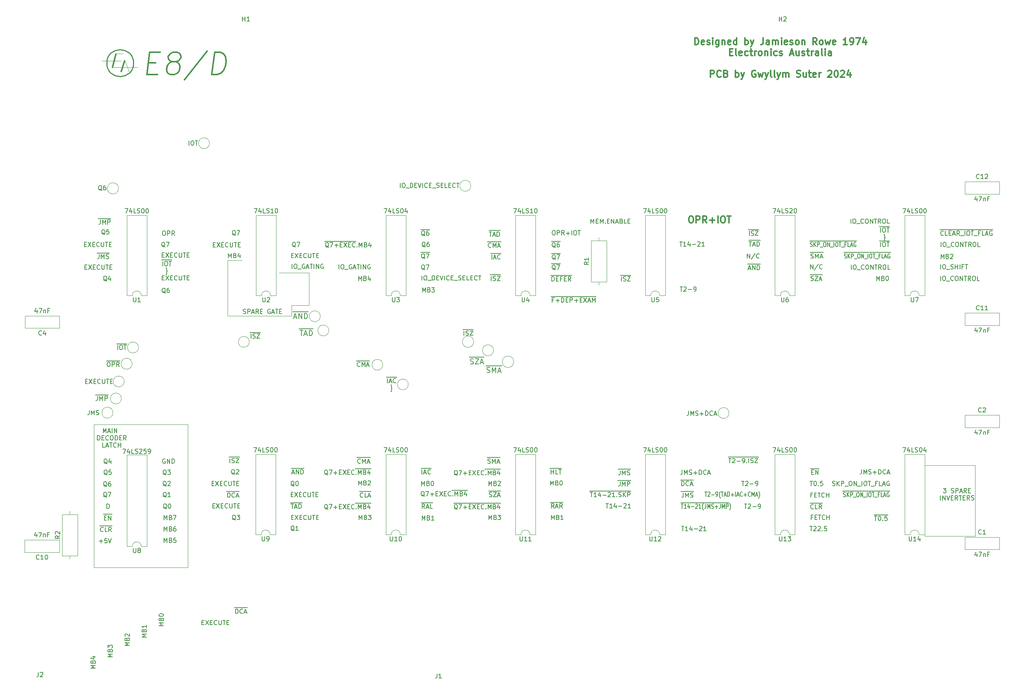
<source format=gbr>
G04 #@! TF.GenerationSoftware,KiCad,Pcbnew,(6.0.4-0)*
G04 #@! TF.CreationDate,2024-04-14T15:18:29+10:00*
G04 #@! TF.ProjectId,educ 8 decoder,65647563-2038-4206-9465-636f6465722e,rev?*
G04 #@! TF.SameCoordinates,Original*
G04 #@! TF.FileFunction,Legend,Top*
G04 #@! TF.FilePolarity,Positive*
%FSLAX46Y46*%
G04 Gerber Fmt 4.6, Leading zero omitted, Abs format (unit mm)*
G04 Created by KiCad (PCBNEW (6.0.4-0)) date 2024-04-14 15:18:29*
%MOMM*%
%LPD*%
G01*
G04 APERTURE LIST*
%ADD10C,0.120000*%
%ADD11C,0.200000*%
%ADD12C,0.150000*%
%ADD13C,0.300000*%
%ADD14C,0.240000*%
G04 APERTURE END LIST*
D10*
X87000000Y-179000000D02*
X66000000Y-179000000D01*
X70268739Y-176320000D02*
G75*
G03*
X70268739Y-176320000I-1228739J0D01*
G01*
X87000000Y-181000000D02*
X87000000Y-179000000D01*
X251900000Y-188100000D02*
X263000000Y-188100000D01*
X75980325Y-161730000D02*
G75*
G03*
X75980325Y-161730000I-1230325J0D01*
G01*
X116641475Y-154750000D02*
G75*
G03*
X116641475Y-154750000I-1221475J0D01*
G01*
X87000000Y-211000000D02*
X87000000Y-181000000D01*
X263000000Y-188100000D02*
X263000000Y-203900000D01*
X155354827Y-162360000D02*
G75*
G03*
X155354827Y-162360000I-1224827J0D01*
G01*
X130600000Y-165600000D02*
G75*
G03*
X130600000Y-165600000I-1200000J0D01*
G01*
X74561666Y-165370000D02*
G75*
G03*
X74561666Y-165370000I-1231666J0D01*
G01*
X136304159Y-170000000D02*
G75*
G03*
X136304159Y-170000000I-1204159J0D01*
G01*
X71531599Y-126120000D02*
G75*
G03*
X71531599Y-126120000I-1251599J0D01*
G01*
X110200000Y-152300000D02*
X114100000Y-152300000D01*
X95900000Y-154700000D02*
X110200000Y-154700000D01*
X263000000Y-203900000D02*
X251800000Y-203900000D01*
X66000000Y-179000000D02*
X66000000Y-211000000D01*
X150279435Y-125540000D02*
G75*
G03*
X150279435Y-125540000I-1239435J0D01*
G01*
X72786540Y-169340000D02*
G75*
G03*
X72786540Y-169340000I-1226540J0D01*
G01*
X91854907Y-116020000D02*
G75*
G03*
X91854907Y-116020000I-1214907J0D01*
G01*
X114100000Y-152300000D02*
X114100000Y-145300000D01*
X100756553Y-160460000D02*
G75*
G03*
X100756553Y-160460000I-1216553J0D01*
G01*
X114100000Y-145000000D02*
X107400000Y-145000000D01*
X251800000Y-203900000D02*
X251800000Y-203500000D01*
X110200000Y-154700000D02*
X110200000Y-152300000D01*
X150935306Y-160450000D02*
G75*
G03*
X150935306Y-160450000I-1265306J0D01*
G01*
X95900000Y-142200000D02*
X95900000Y-154700000D01*
X208016553Y-176400000D02*
G75*
G03*
X208016553Y-176400000I-1216553J0D01*
G01*
X66000000Y-211000000D02*
X87000000Y-211000000D01*
X118535439Y-157920000D02*
G75*
G03*
X118535439Y-157920000I-1225439J0D01*
G01*
X99100000Y-142200000D02*
X95900000Y-142200000D01*
X72161024Y-173140000D02*
G75*
G03*
X72161024Y-173140000I-1221024J0D01*
G01*
X159881327Y-164930000D02*
G75*
G03*
X159881327Y-164930000I-1281327J0D01*
G01*
X114100000Y-145300000D02*
X114100000Y-145000000D01*
D11*
X111928571Y-157564000D02*
X112842857Y-157564000D01*
X112042857Y-157902857D02*
X112728571Y-157902857D01*
X112385714Y-159102857D02*
X112385714Y-157902857D01*
X112842857Y-157564000D02*
X113871428Y-157564000D01*
X113071428Y-158760000D02*
X113642857Y-158760000D01*
X112957142Y-159102857D02*
X113357142Y-157902857D01*
X113757142Y-159102857D01*
X113871428Y-157564000D02*
X115071428Y-157564000D01*
X114157142Y-159102857D02*
X114157142Y-157902857D01*
X114442857Y-157902857D01*
X114614285Y-157960000D01*
X114728571Y-158074285D01*
X114785714Y-158188571D01*
X114842857Y-158417142D01*
X114842857Y-158588571D01*
X114785714Y-158817142D01*
X114728571Y-158931428D01*
X114614285Y-159045714D01*
X114442857Y-159102857D01*
X114157142Y-159102857D01*
D12*
X148504523Y-157730000D02*
X148980714Y-157730000D01*
X148742619Y-159012380D02*
X148742619Y-158012380D01*
X148980714Y-157730000D02*
X149933095Y-157730000D01*
X149171190Y-158964761D02*
X149314047Y-159012380D01*
X149552142Y-159012380D01*
X149647380Y-158964761D01*
X149695000Y-158917142D01*
X149742619Y-158821904D01*
X149742619Y-158726666D01*
X149695000Y-158631428D01*
X149647380Y-158583809D01*
X149552142Y-158536190D01*
X149361666Y-158488571D01*
X149266428Y-158440952D01*
X149218809Y-158393333D01*
X149171190Y-158298095D01*
X149171190Y-158202857D01*
X149218809Y-158107619D01*
X149266428Y-158060000D01*
X149361666Y-158012380D01*
X149599761Y-158012380D01*
X149742619Y-158060000D01*
X149933095Y-157730000D02*
X150885476Y-157730000D01*
X150075952Y-158012380D02*
X150742619Y-158012380D01*
X150075952Y-159012380D01*
X150742619Y-159012380D01*
D11*
X90180000Y-223258571D02*
X90513333Y-223258571D01*
X90656190Y-223782380D02*
X90180000Y-223782380D01*
X90180000Y-222782380D01*
X90656190Y-222782380D01*
X90989523Y-222782380D02*
X91656190Y-223782380D01*
X91656190Y-222782380D02*
X90989523Y-223782380D01*
X92037142Y-223258571D02*
X92370476Y-223258571D01*
X92513333Y-223782380D02*
X92037142Y-223782380D01*
X92037142Y-222782380D01*
X92513333Y-222782380D01*
X93513333Y-223687142D02*
X93465714Y-223734761D01*
X93322857Y-223782380D01*
X93227619Y-223782380D01*
X93084761Y-223734761D01*
X92989523Y-223639523D01*
X92941904Y-223544285D01*
X92894285Y-223353809D01*
X92894285Y-223210952D01*
X92941904Y-223020476D01*
X92989523Y-222925238D01*
X93084761Y-222830000D01*
X93227619Y-222782380D01*
X93322857Y-222782380D01*
X93465714Y-222830000D01*
X93513333Y-222877619D01*
X93941904Y-222782380D02*
X93941904Y-223591904D01*
X93989523Y-223687142D01*
X94037142Y-223734761D01*
X94132380Y-223782380D01*
X94322857Y-223782380D01*
X94418095Y-223734761D01*
X94465714Y-223687142D01*
X94513333Y-223591904D01*
X94513333Y-222782380D01*
X94846666Y-222782380D02*
X95418095Y-222782380D01*
X95132380Y-223782380D02*
X95132380Y-222782380D01*
X95751428Y-223258571D02*
X96084761Y-223258571D01*
X96227619Y-223782380D02*
X95751428Y-223782380D01*
X95751428Y-222782380D01*
X96227619Y-222782380D01*
D12*
X110200000Y-141128571D02*
X110533333Y-141128571D01*
X110676190Y-141652380D02*
X110200000Y-141652380D01*
X110200000Y-140652380D01*
X110676190Y-140652380D01*
X111009523Y-140652380D02*
X111676190Y-141652380D01*
X111676190Y-140652380D02*
X111009523Y-141652380D01*
X112057142Y-141128571D02*
X112390476Y-141128571D01*
X112533333Y-141652380D02*
X112057142Y-141652380D01*
X112057142Y-140652380D01*
X112533333Y-140652380D01*
X113533333Y-141557142D02*
X113485714Y-141604761D01*
X113342857Y-141652380D01*
X113247619Y-141652380D01*
X113104761Y-141604761D01*
X113009523Y-141509523D01*
X112961904Y-141414285D01*
X112914285Y-141223809D01*
X112914285Y-141080952D01*
X112961904Y-140890476D01*
X113009523Y-140795238D01*
X113104761Y-140700000D01*
X113247619Y-140652380D01*
X113342857Y-140652380D01*
X113485714Y-140700000D01*
X113533333Y-140747619D01*
X113961904Y-140652380D02*
X113961904Y-141461904D01*
X114009523Y-141557142D01*
X114057142Y-141604761D01*
X114152380Y-141652380D01*
X114342857Y-141652380D01*
X114438095Y-141604761D01*
X114485714Y-141557142D01*
X114533333Y-141461904D01*
X114533333Y-140652380D01*
X114866666Y-140652380D02*
X115438095Y-140652380D01*
X115152380Y-141652380D02*
X115152380Y-140652380D01*
X115771428Y-141128571D02*
X116104761Y-141128571D01*
X116247619Y-141652380D02*
X115771428Y-141652380D01*
X115771428Y-140652380D01*
X116247619Y-140652380D01*
X233442857Y-193870000D02*
X234204761Y-193870000D01*
X233595238Y-195104761D02*
X233709523Y-195152380D01*
X233900000Y-195152380D01*
X233976190Y-195104761D01*
X234014285Y-195057142D01*
X234052380Y-194961904D01*
X234052380Y-194866666D01*
X234014285Y-194771428D01*
X233976190Y-194723809D01*
X233900000Y-194676190D01*
X233747619Y-194628571D01*
X233671428Y-194580952D01*
X233633333Y-194533333D01*
X233595238Y-194438095D01*
X233595238Y-194342857D01*
X233633333Y-194247619D01*
X233671428Y-194200000D01*
X233747619Y-194152380D01*
X233938095Y-194152380D01*
X234052380Y-194200000D01*
X234204761Y-193870000D02*
X235004761Y-193870000D01*
X234395238Y-195152380D02*
X234395238Y-194152380D01*
X234852380Y-195152380D02*
X234509523Y-194580952D01*
X234852380Y-194152380D02*
X234395238Y-194723809D01*
X235004761Y-193870000D02*
X235804761Y-193870000D01*
X235195238Y-195152380D02*
X235195238Y-194152380D01*
X235500000Y-194152380D01*
X235576190Y-194200000D01*
X235614285Y-194247619D01*
X235652380Y-194342857D01*
X235652380Y-194485714D01*
X235614285Y-194580952D01*
X235576190Y-194628571D01*
X235500000Y-194676190D01*
X235195238Y-194676190D01*
X235804761Y-193870000D02*
X236414285Y-193870000D01*
X235804761Y-195247619D02*
X236414285Y-195247619D01*
X236414285Y-193870000D02*
X237252380Y-193870000D01*
X236757142Y-194152380D02*
X236909523Y-194152380D01*
X236985714Y-194200000D01*
X237061904Y-194295238D01*
X237100000Y-194485714D01*
X237100000Y-194819047D01*
X237061904Y-195009523D01*
X236985714Y-195104761D01*
X236909523Y-195152380D01*
X236757142Y-195152380D01*
X236680952Y-195104761D01*
X236604761Y-195009523D01*
X236566666Y-194819047D01*
X236566666Y-194485714D01*
X236604761Y-194295238D01*
X236680952Y-194200000D01*
X236757142Y-194152380D01*
X237252380Y-193870000D02*
X238090476Y-193870000D01*
X237442857Y-195152380D02*
X237442857Y-194152380D01*
X237900000Y-195152380D01*
X237900000Y-194152380D01*
X238090476Y-193870000D02*
X238700000Y-193870000D01*
X238090476Y-195247619D02*
X238700000Y-195247619D01*
X238700000Y-193870000D02*
X239080952Y-193870000D01*
X238890476Y-195152380D02*
X238890476Y-194152380D01*
X239080952Y-193870000D02*
X239919047Y-193870000D01*
X239423809Y-194152380D02*
X239576190Y-194152380D01*
X239652380Y-194200000D01*
X239728571Y-194295238D01*
X239766666Y-194485714D01*
X239766666Y-194819047D01*
X239728571Y-195009523D01*
X239652380Y-195104761D01*
X239576190Y-195152380D01*
X239423809Y-195152380D01*
X239347619Y-195104761D01*
X239271428Y-195009523D01*
X239233333Y-194819047D01*
X239233333Y-194485714D01*
X239271428Y-194295238D01*
X239347619Y-194200000D01*
X239423809Y-194152380D01*
X239919047Y-193870000D02*
X240528571Y-193870000D01*
X239995238Y-194152380D02*
X240452380Y-194152380D01*
X240223809Y-195152380D02*
X240223809Y-194152380D01*
X240528571Y-193870000D02*
X241138095Y-193870000D01*
X240528571Y-195247619D02*
X241138095Y-195247619D01*
X241138095Y-193870000D02*
X241823809Y-193870000D01*
X241595238Y-194628571D02*
X241328571Y-194628571D01*
X241328571Y-195152380D02*
X241328571Y-194152380D01*
X241709523Y-194152380D01*
X241823809Y-193870000D02*
X242471428Y-193870000D01*
X242395238Y-195152380D02*
X242014285Y-195152380D01*
X242014285Y-194152380D01*
X242471428Y-193870000D02*
X243157142Y-193870000D01*
X242623809Y-194866666D02*
X243004761Y-194866666D01*
X242547619Y-195152380D02*
X242814285Y-194152380D01*
X243080952Y-195152380D01*
X243157142Y-193870000D02*
X243957142Y-193870000D01*
X243766666Y-194200000D02*
X243690476Y-194152380D01*
X243576190Y-194152380D01*
X243461904Y-194200000D01*
X243385714Y-194295238D01*
X243347619Y-194390476D01*
X243309523Y-194580952D01*
X243309523Y-194723809D01*
X243347619Y-194914285D01*
X243385714Y-195009523D01*
X243461904Y-195104761D01*
X243576190Y-195152380D01*
X243652380Y-195152380D01*
X243766666Y-195104761D01*
X243804761Y-195057142D01*
X243804761Y-194723809D01*
X243652380Y-194723809D01*
X235238095Y-133952380D02*
X235238095Y-132952380D01*
X235904761Y-132952380D02*
X236095238Y-132952380D01*
X236190476Y-133000000D01*
X236285714Y-133095238D01*
X236333333Y-133285714D01*
X236333333Y-133619047D01*
X236285714Y-133809523D01*
X236190476Y-133904761D01*
X236095238Y-133952380D01*
X235904761Y-133952380D01*
X235809523Y-133904761D01*
X235714285Y-133809523D01*
X235666666Y-133619047D01*
X235666666Y-133285714D01*
X235714285Y-133095238D01*
X235809523Y-133000000D01*
X235904761Y-132952380D01*
X236523809Y-134047619D02*
X237285714Y-134047619D01*
X238095238Y-133857142D02*
X238047619Y-133904761D01*
X237904761Y-133952380D01*
X237809523Y-133952380D01*
X237666666Y-133904761D01*
X237571428Y-133809523D01*
X237523809Y-133714285D01*
X237476190Y-133523809D01*
X237476190Y-133380952D01*
X237523809Y-133190476D01*
X237571428Y-133095238D01*
X237666666Y-133000000D01*
X237809523Y-132952380D01*
X237904761Y-132952380D01*
X238047619Y-133000000D01*
X238095238Y-133047619D01*
X238714285Y-132952380D02*
X238904761Y-132952380D01*
X239000000Y-133000000D01*
X239095238Y-133095238D01*
X239142857Y-133285714D01*
X239142857Y-133619047D01*
X239095238Y-133809523D01*
X239000000Y-133904761D01*
X238904761Y-133952380D01*
X238714285Y-133952380D01*
X238619047Y-133904761D01*
X238523809Y-133809523D01*
X238476190Y-133619047D01*
X238476190Y-133285714D01*
X238523809Y-133095238D01*
X238619047Y-133000000D01*
X238714285Y-132952380D01*
X239571428Y-133952380D02*
X239571428Y-132952380D01*
X240142857Y-133952380D01*
X240142857Y-132952380D01*
X240476190Y-132952380D02*
X241047619Y-132952380D01*
X240761904Y-133952380D02*
X240761904Y-132952380D01*
X241952380Y-133952380D02*
X241619047Y-133476190D01*
X241380952Y-133952380D02*
X241380952Y-132952380D01*
X241761904Y-132952380D01*
X241857142Y-133000000D01*
X241904761Y-133047619D01*
X241952380Y-133142857D01*
X241952380Y-133285714D01*
X241904761Y-133380952D01*
X241857142Y-133428571D01*
X241761904Y-133476190D01*
X241380952Y-133476190D01*
X242571428Y-132952380D02*
X242761904Y-132952380D01*
X242857142Y-133000000D01*
X242952380Y-133095238D01*
X243000000Y-133285714D01*
X243000000Y-133619047D01*
X242952380Y-133809523D01*
X242857142Y-133904761D01*
X242761904Y-133952380D01*
X242571428Y-133952380D01*
X242476190Y-133904761D01*
X242380952Y-133809523D01*
X242333333Y-133619047D01*
X242333333Y-133285714D01*
X242380952Y-133095238D01*
X242476190Y-133000000D01*
X242571428Y-132952380D01*
X243904761Y-133952380D02*
X243428571Y-133952380D01*
X243428571Y-132952380D01*
X110100000Y-194628571D02*
X110433333Y-194628571D01*
X110576190Y-195152380D02*
X110100000Y-195152380D01*
X110100000Y-194152380D01*
X110576190Y-194152380D01*
X110909523Y-194152380D02*
X111576190Y-195152380D01*
X111576190Y-194152380D02*
X110909523Y-195152380D01*
X111957142Y-194628571D02*
X112290476Y-194628571D01*
X112433333Y-195152380D02*
X111957142Y-195152380D01*
X111957142Y-194152380D01*
X112433333Y-194152380D01*
X113433333Y-195057142D02*
X113385714Y-195104761D01*
X113242857Y-195152380D01*
X113147619Y-195152380D01*
X113004761Y-195104761D01*
X112909523Y-195009523D01*
X112861904Y-194914285D01*
X112814285Y-194723809D01*
X112814285Y-194580952D01*
X112861904Y-194390476D01*
X112909523Y-194295238D01*
X113004761Y-194200000D01*
X113147619Y-194152380D01*
X113242857Y-194152380D01*
X113385714Y-194200000D01*
X113433333Y-194247619D01*
X113861904Y-194152380D02*
X113861904Y-194961904D01*
X113909523Y-195057142D01*
X113957142Y-195104761D01*
X114052380Y-195152380D01*
X114242857Y-195152380D01*
X114338095Y-195104761D01*
X114385714Y-195057142D01*
X114433333Y-194961904D01*
X114433333Y-194152380D01*
X114766666Y-194152380D02*
X115338095Y-194152380D01*
X115052380Y-195152380D02*
X115052380Y-194152380D01*
X115671428Y-194628571D02*
X116004761Y-194628571D01*
X116147619Y-195152380D02*
X115671428Y-195152380D01*
X115671428Y-194152380D01*
X116147619Y-194152380D01*
X118319047Y-197947619D02*
X118223809Y-197900000D01*
X118128571Y-197804761D01*
X117985714Y-197661904D01*
X117890476Y-197614285D01*
X117795238Y-197614285D01*
X117842857Y-197852380D02*
X117747619Y-197804761D01*
X117652380Y-197709523D01*
X117604761Y-197519047D01*
X117604761Y-197185714D01*
X117652380Y-196995238D01*
X117747619Y-196900000D01*
X117842857Y-196852380D01*
X118033333Y-196852380D01*
X118128571Y-196900000D01*
X118223809Y-196995238D01*
X118271428Y-197185714D01*
X118271428Y-197519047D01*
X118223809Y-197709523D01*
X118128571Y-197804761D01*
X118033333Y-197852380D01*
X117842857Y-197852380D01*
X118604761Y-196852380D02*
X119271428Y-196852380D01*
X118842857Y-197852380D01*
X119652380Y-197471428D02*
X120414285Y-197471428D01*
X120033333Y-197852380D02*
X120033333Y-197090476D01*
X120890476Y-197328571D02*
X121223809Y-197328571D01*
X121366666Y-197852380D02*
X120890476Y-197852380D01*
X120890476Y-196852380D01*
X121366666Y-196852380D01*
X121700000Y-196852380D02*
X122366666Y-197852380D01*
X122366666Y-196852380D02*
X121700000Y-197852380D01*
X122747619Y-197328571D02*
X123080952Y-197328571D01*
X123223809Y-197852380D02*
X122747619Y-197852380D01*
X122747619Y-196852380D01*
X123223809Y-196852380D01*
X124223809Y-197757142D02*
X124176190Y-197804761D01*
X124033333Y-197852380D01*
X123938095Y-197852380D01*
X123795238Y-197804761D01*
X123700000Y-197709523D01*
X123652380Y-197614285D01*
X123604761Y-197423809D01*
X123604761Y-197280952D01*
X123652380Y-197090476D01*
X123700000Y-196995238D01*
X123795238Y-196900000D01*
X123938095Y-196852380D01*
X124033333Y-196852380D01*
X124176190Y-196900000D01*
X124223809Y-196947619D01*
X124414285Y-196570000D02*
X124890476Y-196570000D01*
X124652380Y-197757142D02*
X124700000Y-197804761D01*
X124652380Y-197852380D01*
X124604761Y-197804761D01*
X124652380Y-197757142D01*
X124652380Y-197852380D01*
X124890476Y-196570000D02*
X126033333Y-196570000D01*
X125128571Y-197852380D02*
X125128571Y-196852380D01*
X125461904Y-197566666D01*
X125795238Y-196852380D01*
X125795238Y-197852380D01*
X126033333Y-196570000D02*
X127033333Y-196570000D01*
X126604761Y-197328571D02*
X126747619Y-197376190D01*
X126795238Y-197423809D01*
X126842857Y-197519047D01*
X126842857Y-197661904D01*
X126795238Y-197757142D01*
X126747619Y-197804761D01*
X126652380Y-197852380D01*
X126271428Y-197852380D01*
X126271428Y-196852380D01*
X126604761Y-196852380D01*
X126700000Y-196900000D01*
X126747619Y-196947619D01*
X126795238Y-197042857D01*
X126795238Y-197138095D01*
X126747619Y-197233333D01*
X126700000Y-197280952D01*
X126604761Y-197328571D01*
X126271428Y-197328571D01*
X127033333Y-196570000D02*
X127985714Y-196570000D01*
X127700000Y-197185714D02*
X127700000Y-197852380D01*
X127461904Y-196804761D02*
X127223809Y-197519047D01*
X127842857Y-197519047D01*
X146414285Y-196570000D02*
X147461904Y-196570000D01*
X147319047Y-197947619D02*
X147223809Y-197900000D01*
X147128571Y-197804761D01*
X146985714Y-197661904D01*
X146890476Y-197614285D01*
X146795238Y-197614285D01*
X146842857Y-197852380D02*
X146747619Y-197804761D01*
X146652380Y-197709523D01*
X146604761Y-197519047D01*
X146604761Y-197185714D01*
X146652380Y-196995238D01*
X146747619Y-196900000D01*
X146842857Y-196852380D01*
X147033333Y-196852380D01*
X147128571Y-196900000D01*
X147223809Y-196995238D01*
X147271428Y-197185714D01*
X147271428Y-197519047D01*
X147223809Y-197709523D01*
X147128571Y-197804761D01*
X147033333Y-197852380D01*
X146842857Y-197852380D01*
X147461904Y-196570000D02*
X148414285Y-196570000D01*
X147604761Y-196852380D02*
X148271428Y-196852380D01*
X147842857Y-197852380D01*
X148414285Y-196570000D02*
X149652380Y-196570000D01*
X148652380Y-197471428D02*
X149414285Y-197471428D01*
X149033333Y-197852380D02*
X149033333Y-197090476D01*
X149652380Y-196570000D02*
X150557142Y-196570000D01*
X149890476Y-197328571D02*
X150223809Y-197328571D01*
X150366666Y-197852380D02*
X149890476Y-197852380D01*
X149890476Y-196852380D01*
X150366666Y-196852380D01*
X150557142Y-196570000D02*
X151509523Y-196570000D01*
X150700000Y-196852380D02*
X151366666Y-197852380D01*
X151366666Y-196852380D02*
X150700000Y-197852380D01*
X151509523Y-196570000D02*
X152414285Y-196570000D01*
X151747619Y-197328571D02*
X152080952Y-197328571D01*
X152223809Y-197852380D02*
X151747619Y-197852380D01*
X151747619Y-196852380D01*
X152223809Y-196852380D01*
X152414285Y-196570000D02*
X153414285Y-196570000D01*
X153223809Y-197757142D02*
X153176190Y-197804761D01*
X153033333Y-197852380D01*
X152938095Y-197852380D01*
X152795238Y-197804761D01*
X152700000Y-197709523D01*
X152652380Y-197614285D01*
X152604761Y-197423809D01*
X152604761Y-197280952D01*
X152652380Y-197090476D01*
X152700000Y-196995238D01*
X152795238Y-196900000D01*
X152938095Y-196852380D01*
X153033333Y-196852380D01*
X153176190Y-196900000D01*
X153223809Y-196947619D01*
X153414285Y-196570000D02*
X153890476Y-196570000D01*
X153652380Y-197757142D02*
X153700000Y-197804761D01*
X153652380Y-197852380D01*
X153604761Y-197804761D01*
X153652380Y-197757142D01*
X153652380Y-197852380D01*
X153890476Y-196570000D02*
X155033333Y-196570000D01*
X154128571Y-197852380D02*
X154128571Y-196852380D01*
X154461904Y-197566666D01*
X154795238Y-196852380D01*
X154795238Y-197852380D01*
X155033333Y-196570000D02*
X156033333Y-196570000D01*
X155604761Y-197328571D02*
X155747619Y-197376190D01*
X155795238Y-197423809D01*
X155842857Y-197519047D01*
X155842857Y-197661904D01*
X155795238Y-197757142D01*
X155747619Y-197804761D01*
X155652380Y-197852380D01*
X155271428Y-197852380D01*
X155271428Y-196852380D01*
X155604761Y-196852380D01*
X155700000Y-196900000D01*
X155747619Y-196947619D01*
X155795238Y-197042857D01*
X155795238Y-197138095D01*
X155747619Y-197233333D01*
X155700000Y-197280952D01*
X155604761Y-197328571D01*
X155271428Y-197328571D01*
X156033333Y-196570000D02*
X156985714Y-196570000D01*
X156700000Y-197185714D02*
X156700000Y-197852380D01*
X156461904Y-196804761D02*
X156223809Y-197519047D01*
X156842857Y-197519047D01*
X233642857Y-140470000D02*
X234404761Y-140470000D01*
X233795238Y-141704761D02*
X233909523Y-141752380D01*
X234100000Y-141752380D01*
X234176190Y-141704761D01*
X234214285Y-141657142D01*
X234252380Y-141561904D01*
X234252380Y-141466666D01*
X234214285Y-141371428D01*
X234176190Y-141323809D01*
X234100000Y-141276190D01*
X233947619Y-141228571D01*
X233871428Y-141180952D01*
X233833333Y-141133333D01*
X233795238Y-141038095D01*
X233795238Y-140942857D01*
X233833333Y-140847619D01*
X233871428Y-140800000D01*
X233947619Y-140752380D01*
X234138095Y-140752380D01*
X234252380Y-140800000D01*
X234404761Y-140470000D02*
X235204761Y-140470000D01*
X234595238Y-141752380D02*
X234595238Y-140752380D01*
X235052380Y-141752380D02*
X234709523Y-141180952D01*
X235052380Y-140752380D02*
X234595238Y-141323809D01*
X235204761Y-140470000D02*
X236004761Y-140470000D01*
X235395238Y-141752380D02*
X235395238Y-140752380D01*
X235700000Y-140752380D01*
X235776190Y-140800000D01*
X235814285Y-140847619D01*
X235852380Y-140942857D01*
X235852380Y-141085714D01*
X235814285Y-141180952D01*
X235776190Y-141228571D01*
X235700000Y-141276190D01*
X235395238Y-141276190D01*
X236004761Y-140470000D02*
X236614285Y-140470000D01*
X236004761Y-141847619D02*
X236614285Y-141847619D01*
X236614285Y-140470000D02*
X237452380Y-140470000D01*
X236957142Y-140752380D02*
X237109523Y-140752380D01*
X237185714Y-140800000D01*
X237261904Y-140895238D01*
X237300000Y-141085714D01*
X237300000Y-141419047D01*
X237261904Y-141609523D01*
X237185714Y-141704761D01*
X237109523Y-141752380D01*
X236957142Y-141752380D01*
X236880952Y-141704761D01*
X236804761Y-141609523D01*
X236766666Y-141419047D01*
X236766666Y-141085714D01*
X236804761Y-140895238D01*
X236880952Y-140800000D01*
X236957142Y-140752380D01*
X237452380Y-140470000D02*
X238290476Y-140470000D01*
X237642857Y-141752380D02*
X237642857Y-140752380D01*
X238100000Y-141752380D01*
X238100000Y-140752380D01*
X238290476Y-140470000D02*
X238900000Y-140470000D01*
X238290476Y-141847619D02*
X238900000Y-141847619D01*
X238900000Y-140470000D02*
X239280952Y-140470000D01*
X239090476Y-141752380D02*
X239090476Y-140752380D01*
X239280952Y-140470000D02*
X240119047Y-140470000D01*
X239623809Y-140752380D02*
X239776190Y-140752380D01*
X239852380Y-140800000D01*
X239928571Y-140895238D01*
X239966666Y-141085714D01*
X239966666Y-141419047D01*
X239928571Y-141609523D01*
X239852380Y-141704761D01*
X239776190Y-141752380D01*
X239623809Y-141752380D01*
X239547619Y-141704761D01*
X239471428Y-141609523D01*
X239433333Y-141419047D01*
X239433333Y-141085714D01*
X239471428Y-140895238D01*
X239547619Y-140800000D01*
X239623809Y-140752380D01*
X240119047Y-140470000D02*
X240728571Y-140470000D01*
X240195238Y-140752380D02*
X240652380Y-140752380D01*
X240423809Y-141752380D02*
X240423809Y-140752380D01*
X240728571Y-140470000D02*
X241338095Y-140470000D01*
X240728571Y-141847619D02*
X241338095Y-141847619D01*
X241338095Y-140470000D02*
X242023809Y-140470000D01*
X241795238Y-141228571D02*
X241528571Y-141228571D01*
X241528571Y-141752380D02*
X241528571Y-140752380D01*
X241909523Y-140752380D01*
X242023809Y-140470000D02*
X242671428Y-140470000D01*
X242595238Y-141752380D02*
X242214285Y-141752380D01*
X242214285Y-140752380D01*
X242671428Y-140470000D02*
X243357142Y-140470000D01*
X242823809Y-141466666D02*
X243204761Y-141466666D01*
X242747619Y-141752380D02*
X243014285Y-140752380D01*
X243280952Y-141752380D01*
X243357142Y-140470000D02*
X244157142Y-140470000D01*
X243966666Y-140800000D02*
X243890476Y-140752380D01*
X243776190Y-140752380D01*
X243661904Y-140800000D01*
X243585714Y-140895238D01*
X243547619Y-140990476D01*
X243509523Y-141180952D01*
X243509523Y-141323809D01*
X243547619Y-141514285D01*
X243585714Y-141609523D01*
X243661904Y-141704761D01*
X243776190Y-141752380D01*
X243852380Y-141752380D01*
X243966666Y-141704761D01*
X244004761Y-141657142D01*
X244004761Y-141323809D01*
X243852380Y-141323809D01*
X226190476Y-144152380D02*
X226190476Y-143152380D01*
X226761904Y-144152380D01*
X226761904Y-143152380D01*
X227952380Y-143104761D02*
X227095238Y-144390476D01*
X228857142Y-144057142D02*
X228809523Y-144104761D01*
X228666666Y-144152380D01*
X228571428Y-144152380D01*
X228428571Y-144104761D01*
X228333333Y-144009523D01*
X228285714Y-143914285D01*
X228238095Y-143723809D01*
X228238095Y-143580952D01*
X228285714Y-143390476D01*
X228333333Y-143295238D01*
X228428571Y-143200000D01*
X228571428Y-143152380D01*
X228666666Y-143152380D01*
X228809523Y-143200000D01*
X228857142Y-143247619D01*
X97704761Y-200347619D02*
X97609523Y-200300000D01*
X97514285Y-200204761D01*
X97371428Y-200061904D01*
X97276190Y-200014285D01*
X97180952Y-200014285D01*
X97228571Y-200252380D02*
X97133333Y-200204761D01*
X97038095Y-200109523D01*
X96990476Y-199919047D01*
X96990476Y-199585714D01*
X97038095Y-199395238D01*
X97133333Y-199300000D01*
X97228571Y-199252380D01*
X97419047Y-199252380D01*
X97514285Y-199300000D01*
X97609523Y-199395238D01*
X97657142Y-199585714D01*
X97657142Y-199919047D01*
X97609523Y-200109523D01*
X97514285Y-200204761D01*
X97419047Y-200252380D01*
X97228571Y-200252380D01*
X97990476Y-199252380D02*
X98609523Y-199252380D01*
X98276190Y-199633333D01*
X98419047Y-199633333D01*
X98514285Y-199680952D01*
X98561904Y-199728571D01*
X98609523Y-199823809D01*
X98609523Y-200061904D01*
X98561904Y-200157142D01*
X98514285Y-200204761D01*
X98419047Y-200252380D01*
X98133333Y-200252380D01*
X98038095Y-200204761D01*
X97990476Y-200157142D01*
D11*
X81710476Y-202827380D02*
X81710476Y-201827380D01*
X82043809Y-202541666D01*
X82377142Y-201827380D01*
X82377142Y-202827380D01*
X83186666Y-202303571D02*
X83329523Y-202351190D01*
X83377142Y-202398809D01*
X83424761Y-202494047D01*
X83424761Y-202636904D01*
X83377142Y-202732142D01*
X83329523Y-202779761D01*
X83234285Y-202827380D01*
X82853333Y-202827380D01*
X82853333Y-201827380D01*
X83186666Y-201827380D01*
X83281904Y-201875000D01*
X83329523Y-201922619D01*
X83377142Y-202017857D01*
X83377142Y-202113095D01*
X83329523Y-202208333D01*
X83281904Y-202255952D01*
X83186666Y-202303571D01*
X82853333Y-202303571D01*
X84281904Y-201827380D02*
X84091428Y-201827380D01*
X83996190Y-201875000D01*
X83948571Y-201922619D01*
X83853333Y-202065476D01*
X83805714Y-202255952D01*
X83805714Y-202636904D01*
X83853333Y-202732142D01*
X83900952Y-202779761D01*
X83996190Y-202827380D01*
X84186666Y-202827380D01*
X84281904Y-202779761D01*
X84329523Y-202732142D01*
X84377142Y-202636904D01*
X84377142Y-202398809D01*
X84329523Y-202303571D01*
X84281904Y-202255952D01*
X84186666Y-202208333D01*
X83996190Y-202208333D01*
X83900952Y-202255952D01*
X83853333Y-202303571D01*
X83805714Y-202398809D01*
D12*
X110804761Y-192747619D02*
X110709523Y-192700000D01*
X110614285Y-192604761D01*
X110471428Y-192461904D01*
X110376190Y-192414285D01*
X110280952Y-192414285D01*
X110328571Y-192652380D02*
X110233333Y-192604761D01*
X110138095Y-192509523D01*
X110090476Y-192319047D01*
X110090476Y-191985714D01*
X110138095Y-191795238D01*
X110233333Y-191700000D01*
X110328571Y-191652380D01*
X110519047Y-191652380D01*
X110614285Y-191700000D01*
X110709523Y-191795238D01*
X110757142Y-191985714D01*
X110757142Y-192319047D01*
X110709523Y-192509523D01*
X110614285Y-192604761D01*
X110519047Y-192652380D01*
X110328571Y-192652380D01*
X111376190Y-191652380D02*
X111471428Y-191652380D01*
X111566666Y-191700000D01*
X111614285Y-191747619D01*
X111661904Y-191842857D01*
X111709523Y-192033333D01*
X111709523Y-192271428D01*
X111661904Y-192461904D01*
X111614285Y-192557142D01*
X111566666Y-192604761D01*
X111471428Y-192652380D01*
X111376190Y-192652380D01*
X111280952Y-192604761D01*
X111233333Y-192557142D01*
X111185714Y-192461904D01*
X111138095Y-192271428D01*
X111138095Y-192033333D01*
X111185714Y-191842857D01*
X111233333Y-191747619D01*
X111280952Y-191700000D01*
X111376190Y-191652380D01*
X168742857Y-135552380D02*
X168933333Y-135552380D01*
X169028571Y-135600000D01*
X169123809Y-135695238D01*
X169171428Y-135885714D01*
X169171428Y-136219047D01*
X169123809Y-136409523D01*
X169028571Y-136504761D01*
X168933333Y-136552380D01*
X168742857Y-136552380D01*
X168647619Y-136504761D01*
X168552380Y-136409523D01*
X168504761Y-136219047D01*
X168504761Y-135885714D01*
X168552380Y-135695238D01*
X168647619Y-135600000D01*
X168742857Y-135552380D01*
X169600000Y-136552380D02*
X169600000Y-135552380D01*
X169980952Y-135552380D01*
X170076190Y-135600000D01*
X170123809Y-135647619D01*
X170171428Y-135742857D01*
X170171428Y-135885714D01*
X170123809Y-135980952D01*
X170076190Y-136028571D01*
X169980952Y-136076190D01*
X169600000Y-136076190D01*
X171171428Y-136552380D02*
X170838095Y-136076190D01*
X170600000Y-136552380D02*
X170600000Y-135552380D01*
X170980952Y-135552380D01*
X171076190Y-135600000D01*
X171123809Y-135647619D01*
X171171428Y-135742857D01*
X171171428Y-135885714D01*
X171123809Y-135980952D01*
X171076190Y-136028571D01*
X170980952Y-136076190D01*
X170600000Y-136076190D01*
X171600000Y-136171428D02*
X172361904Y-136171428D01*
X171980952Y-136552380D02*
X171980952Y-135790476D01*
X172838095Y-136552380D02*
X172838095Y-135552380D01*
X173504761Y-135552380D02*
X173695238Y-135552380D01*
X173790476Y-135600000D01*
X173885714Y-135695238D01*
X173933333Y-135885714D01*
X173933333Y-136219047D01*
X173885714Y-136409523D01*
X173790476Y-136504761D01*
X173695238Y-136552380D01*
X173504761Y-136552380D01*
X173409523Y-136504761D01*
X173314285Y-136409523D01*
X173266666Y-136219047D01*
X173266666Y-135885714D01*
X173314285Y-135695238D01*
X173409523Y-135600000D01*
X173504761Y-135552380D01*
X174219047Y-135552380D02*
X174790476Y-135552380D01*
X174504761Y-136552380D02*
X174504761Y-135552380D01*
X168166666Y-145570000D02*
X169166666Y-145570000D01*
X168404761Y-146852380D02*
X168404761Y-145852380D01*
X168642857Y-145852380D01*
X168785714Y-145900000D01*
X168880952Y-145995238D01*
X168928571Y-146090476D01*
X168976190Y-146280952D01*
X168976190Y-146423809D01*
X168928571Y-146614285D01*
X168880952Y-146709523D01*
X168785714Y-146804761D01*
X168642857Y-146852380D01*
X168404761Y-146852380D01*
X169166666Y-145570000D02*
X170071428Y-145570000D01*
X169404761Y-146328571D02*
X169738095Y-146328571D01*
X169880952Y-146852380D02*
X169404761Y-146852380D01*
X169404761Y-145852380D01*
X169880952Y-145852380D01*
X170071428Y-145570000D02*
X170928571Y-145570000D01*
X170642857Y-146328571D02*
X170309523Y-146328571D01*
X170309523Y-146852380D02*
X170309523Y-145852380D01*
X170785714Y-145852380D01*
X170928571Y-145570000D02*
X171833333Y-145570000D01*
X171166666Y-146328571D02*
X171500000Y-146328571D01*
X171642857Y-146852380D02*
X171166666Y-146852380D01*
X171166666Y-145852380D01*
X171642857Y-145852380D01*
X171833333Y-145570000D02*
X172833333Y-145570000D01*
X172642857Y-146852380D02*
X172309523Y-146376190D01*
X172071428Y-146852380D02*
X172071428Y-145852380D01*
X172452380Y-145852380D01*
X172547619Y-145900000D01*
X172595238Y-145947619D01*
X172642857Y-146042857D01*
X172642857Y-146185714D01*
X172595238Y-146280952D01*
X172547619Y-146328571D01*
X172452380Y-146376190D01*
X172071428Y-146376190D01*
D11*
X64970238Y-175792380D02*
X64970238Y-176506666D01*
X64922619Y-176649523D01*
X64827380Y-176744761D01*
X64684523Y-176792380D01*
X64589285Y-176792380D01*
X65446428Y-176792380D02*
X65446428Y-175792380D01*
X65779761Y-176506666D01*
X66113095Y-175792380D01*
X66113095Y-176792380D01*
X66541666Y-176744761D02*
X66684523Y-176792380D01*
X66922619Y-176792380D01*
X67017857Y-176744761D01*
X67065476Y-176697142D01*
X67113095Y-176601904D01*
X67113095Y-176506666D01*
X67065476Y-176411428D01*
X67017857Y-176363809D01*
X66922619Y-176316190D01*
X66732142Y-176268571D01*
X66636904Y-176220952D01*
X66589285Y-176173333D01*
X66541666Y-176078095D01*
X66541666Y-175982857D01*
X66589285Y-175887619D01*
X66636904Y-175840000D01*
X66732142Y-175792380D01*
X66970238Y-175792380D01*
X67113095Y-175840000D01*
D12*
X197271428Y-193970000D02*
X198033333Y-193970000D01*
X197795238Y-194252380D02*
X197795238Y-194966666D01*
X197747619Y-195109523D01*
X197652380Y-195204761D01*
X197509523Y-195252380D01*
X197414285Y-195252380D01*
X198033333Y-193970000D02*
X199176190Y-193970000D01*
X198271428Y-195252380D02*
X198271428Y-194252380D01*
X198604761Y-194966666D01*
X198938095Y-194252380D01*
X198938095Y-195252380D01*
X199176190Y-193970000D02*
X200128571Y-193970000D01*
X199366666Y-195204761D02*
X199509523Y-195252380D01*
X199747619Y-195252380D01*
X199842857Y-195204761D01*
X199890476Y-195157142D01*
X199938095Y-195061904D01*
X199938095Y-194966666D01*
X199890476Y-194871428D01*
X199842857Y-194823809D01*
X199747619Y-194776190D01*
X199557142Y-194728571D01*
X199461904Y-194680952D01*
X199414285Y-194633333D01*
X199366666Y-194538095D01*
X199366666Y-194442857D01*
X199414285Y-194347619D01*
X199461904Y-194300000D01*
X199557142Y-194252380D01*
X199795238Y-194252380D01*
X199938095Y-194300000D01*
D11*
X77757380Y-226544523D02*
X76757380Y-226544523D01*
X77471666Y-226211190D01*
X76757380Y-225877857D01*
X77757380Y-225877857D01*
X77233571Y-225068333D02*
X77281190Y-224925476D01*
X77328809Y-224877857D01*
X77424047Y-224830238D01*
X77566904Y-224830238D01*
X77662142Y-224877857D01*
X77709761Y-224925476D01*
X77757380Y-225020714D01*
X77757380Y-225401666D01*
X76757380Y-225401666D01*
X76757380Y-225068333D01*
X76805000Y-224973095D01*
X76852619Y-224925476D01*
X76947857Y-224877857D01*
X77043095Y-224877857D01*
X77138333Y-224925476D01*
X77185952Y-224973095D01*
X77233571Y-225068333D01*
X77233571Y-225401666D01*
X77757380Y-223877857D02*
X77757380Y-224449285D01*
X77757380Y-224163571D02*
X76757380Y-224163571D01*
X76900238Y-224258809D01*
X76995476Y-224354047D01*
X77043095Y-224449285D01*
D12*
X226042857Y-137870000D02*
X226804761Y-137870000D01*
X226195238Y-139104761D02*
X226309523Y-139152380D01*
X226500000Y-139152380D01*
X226576190Y-139104761D01*
X226614285Y-139057142D01*
X226652380Y-138961904D01*
X226652380Y-138866666D01*
X226614285Y-138771428D01*
X226576190Y-138723809D01*
X226500000Y-138676190D01*
X226347619Y-138628571D01*
X226271428Y-138580952D01*
X226233333Y-138533333D01*
X226195238Y-138438095D01*
X226195238Y-138342857D01*
X226233333Y-138247619D01*
X226271428Y-138200000D01*
X226347619Y-138152380D01*
X226538095Y-138152380D01*
X226652380Y-138200000D01*
X226804761Y-137870000D02*
X227604761Y-137870000D01*
X226995238Y-139152380D02*
X226995238Y-138152380D01*
X227452380Y-139152380D02*
X227109523Y-138580952D01*
X227452380Y-138152380D02*
X226995238Y-138723809D01*
X227604761Y-137870000D02*
X228404761Y-137870000D01*
X227795238Y-139152380D02*
X227795238Y-138152380D01*
X228100000Y-138152380D01*
X228176190Y-138200000D01*
X228214285Y-138247619D01*
X228252380Y-138342857D01*
X228252380Y-138485714D01*
X228214285Y-138580952D01*
X228176190Y-138628571D01*
X228100000Y-138676190D01*
X227795238Y-138676190D01*
X228404761Y-137870000D02*
X229014285Y-137870000D01*
X228404761Y-139247619D02*
X229014285Y-139247619D01*
X229014285Y-137870000D02*
X229852380Y-137870000D01*
X229357142Y-138152380D02*
X229509523Y-138152380D01*
X229585714Y-138200000D01*
X229661904Y-138295238D01*
X229700000Y-138485714D01*
X229700000Y-138819047D01*
X229661904Y-139009523D01*
X229585714Y-139104761D01*
X229509523Y-139152380D01*
X229357142Y-139152380D01*
X229280952Y-139104761D01*
X229204761Y-139009523D01*
X229166666Y-138819047D01*
X229166666Y-138485714D01*
X229204761Y-138295238D01*
X229280952Y-138200000D01*
X229357142Y-138152380D01*
X229852380Y-137870000D02*
X230690476Y-137870000D01*
X230042857Y-139152380D02*
X230042857Y-138152380D01*
X230500000Y-139152380D01*
X230500000Y-138152380D01*
X230690476Y-137870000D02*
X231300000Y-137870000D01*
X230690476Y-139247619D02*
X231300000Y-139247619D01*
X231300000Y-137870000D02*
X231680952Y-137870000D01*
X231490476Y-139152380D02*
X231490476Y-138152380D01*
X231680952Y-137870000D02*
X232519047Y-137870000D01*
X232023809Y-138152380D02*
X232176190Y-138152380D01*
X232252380Y-138200000D01*
X232328571Y-138295238D01*
X232366666Y-138485714D01*
X232366666Y-138819047D01*
X232328571Y-139009523D01*
X232252380Y-139104761D01*
X232176190Y-139152380D01*
X232023809Y-139152380D01*
X231947619Y-139104761D01*
X231871428Y-139009523D01*
X231833333Y-138819047D01*
X231833333Y-138485714D01*
X231871428Y-138295238D01*
X231947619Y-138200000D01*
X232023809Y-138152380D01*
X232519047Y-137870000D02*
X233128571Y-137870000D01*
X232595238Y-138152380D02*
X233052380Y-138152380D01*
X232823809Y-139152380D02*
X232823809Y-138152380D01*
X233128571Y-137870000D02*
X233738095Y-137870000D01*
X233128571Y-139247619D02*
X233738095Y-139247619D01*
X233738095Y-137870000D02*
X234423809Y-137870000D01*
X234195238Y-138628571D02*
X233928571Y-138628571D01*
X233928571Y-139152380D02*
X233928571Y-138152380D01*
X234309523Y-138152380D01*
X234423809Y-137870000D02*
X235071428Y-137870000D01*
X234995238Y-139152380D02*
X234614285Y-139152380D01*
X234614285Y-138152380D01*
X235071428Y-137870000D02*
X235757142Y-137870000D01*
X235223809Y-138866666D02*
X235604761Y-138866666D01*
X235147619Y-139152380D02*
X235414285Y-138152380D01*
X235680952Y-139152380D01*
X235757142Y-137870000D02*
X236557142Y-137870000D01*
X236366666Y-138200000D02*
X236290476Y-138152380D01*
X236176190Y-138152380D01*
X236061904Y-138200000D01*
X235985714Y-138295238D01*
X235947619Y-138390476D01*
X235909523Y-138580952D01*
X235909523Y-138723809D01*
X235947619Y-138914285D01*
X235985714Y-139009523D01*
X236061904Y-139104761D01*
X236176190Y-139152380D01*
X236252380Y-139152380D01*
X236366666Y-139104761D01*
X236404761Y-139057142D01*
X236404761Y-138723809D01*
X236252380Y-138723809D01*
X125290476Y-200252380D02*
X125290476Y-199252380D01*
X125623809Y-199966666D01*
X125957142Y-199252380D01*
X125957142Y-200252380D01*
X126766666Y-199728571D02*
X126909523Y-199776190D01*
X126957142Y-199823809D01*
X127004761Y-199919047D01*
X127004761Y-200061904D01*
X126957142Y-200157142D01*
X126909523Y-200204761D01*
X126814285Y-200252380D01*
X126433333Y-200252380D01*
X126433333Y-199252380D01*
X126766666Y-199252380D01*
X126861904Y-199300000D01*
X126909523Y-199347619D01*
X126957142Y-199442857D01*
X126957142Y-199538095D01*
X126909523Y-199633333D01*
X126861904Y-199680952D01*
X126766666Y-199728571D01*
X126433333Y-199728571D01*
X127338095Y-199252380D02*
X127957142Y-199252380D01*
X127623809Y-199633333D01*
X127766666Y-199633333D01*
X127861904Y-199680952D01*
X127909523Y-199728571D01*
X127957142Y-199823809D01*
X127957142Y-200061904D01*
X127909523Y-200157142D01*
X127861904Y-200204761D01*
X127766666Y-200252380D01*
X127480952Y-200252380D01*
X127385714Y-200204761D01*
X127338095Y-200157142D01*
X139290476Y-192652380D02*
X139290476Y-191652380D01*
X139623809Y-192366666D01*
X139957142Y-191652380D01*
X139957142Y-192652380D01*
X140766666Y-192128571D02*
X140909523Y-192176190D01*
X140957142Y-192223809D01*
X141004761Y-192319047D01*
X141004761Y-192461904D01*
X140957142Y-192557142D01*
X140909523Y-192604761D01*
X140814285Y-192652380D01*
X140433333Y-192652380D01*
X140433333Y-191652380D01*
X140766666Y-191652380D01*
X140861904Y-191700000D01*
X140909523Y-191747619D01*
X140957142Y-191842857D01*
X140957142Y-191938095D01*
X140909523Y-192033333D01*
X140861904Y-192080952D01*
X140766666Y-192128571D01*
X140433333Y-192128571D01*
X141623809Y-191652380D02*
X141719047Y-191652380D01*
X141814285Y-191700000D01*
X141861904Y-191747619D01*
X141909523Y-191842857D01*
X141957142Y-192033333D01*
X141957142Y-192271428D01*
X141909523Y-192461904D01*
X141861904Y-192557142D01*
X141814285Y-192604761D01*
X141719047Y-192652380D01*
X141623809Y-192652380D01*
X141528571Y-192604761D01*
X141480952Y-192557142D01*
X141433333Y-192461904D01*
X141385714Y-192271428D01*
X141385714Y-192033333D01*
X141433333Y-191842857D01*
X141480952Y-191747619D01*
X141528571Y-191700000D01*
X141623809Y-191652380D01*
D11*
X97466428Y-219960000D02*
X98466428Y-219960000D01*
X97704523Y-221242380D02*
X97704523Y-220242380D01*
X97942619Y-220242380D01*
X98085476Y-220290000D01*
X98180714Y-220385238D01*
X98228333Y-220480476D01*
X98275952Y-220670952D01*
X98275952Y-220813809D01*
X98228333Y-221004285D01*
X98180714Y-221099523D01*
X98085476Y-221194761D01*
X97942619Y-221242380D01*
X97704523Y-221242380D01*
X98466428Y-219960000D02*
X99466428Y-219960000D01*
X99275952Y-221147142D02*
X99228333Y-221194761D01*
X99085476Y-221242380D01*
X98990238Y-221242380D01*
X98847380Y-221194761D01*
X98752142Y-221099523D01*
X98704523Y-221004285D01*
X98656904Y-220813809D01*
X98656904Y-220670952D01*
X98704523Y-220480476D01*
X98752142Y-220385238D01*
X98847380Y-220290000D01*
X98990238Y-220242380D01*
X99085476Y-220242380D01*
X99228333Y-220290000D01*
X99275952Y-220337619D01*
X99466428Y-219960000D02*
X100323571Y-219960000D01*
X99656904Y-220956666D02*
X100133095Y-220956666D01*
X99561666Y-221242380D02*
X99895000Y-220242380D01*
X100228333Y-221242380D01*
D12*
X124700000Y-164715000D02*
X125700000Y-164715000D01*
X125509523Y-165902142D02*
X125461904Y-165949761D01*
X125319047Y-165997380D01*
X125223809Y-165997380D01*
X125080952Y-165949761D01*
X124985714Y-165854523D01*
X124938095Y-165759285D01*
X124890476Y-165568809D01*
X124890476Y-165425952D01*
X124938095Y-165235476D01*
X124985714Y-165140238D01*
X125080952Y-165045000D01*
X125223809Y-164997380D01*
X125319047Y-164997380D01*
X125461904Y-165045000D01*
X125509523Y-165092619D01*
X125700000Y-164715000D02*
X126842857Y-164715000D01*
X125938095Y-165997380D02*
X125938095Y-164997380D01*
X126271428Y-165711666D01*
X126604761Y-164997380D01*
X126604761Y-165997380D01*
X126842857Y-164715000D02*
X127700000Y-164715000D01*
X127033333Y-165711666D02*
X127509523Y-165711666D01*
X126938095Y-165997380D02*
X127271428Y-164997380D01*
X127604761Y-165997380D01*
D11*
X153638571Y-165819000D02*
X154781428Y-165819000D01*
X153867142Y-167300714D02*
X154038571Y-167357857D01*
X154324285Y-167357857D01*
X154438571Y-167300714D01*
X154495714Y-167243571D01*
X154552857Y-167129285D01*
X154552857Y-167015000D01*
X154495714Y-166900714D01*
X154438571Y-166843571D01*
X154324285Y-166786428D01*
X154095714Y-166729285D01*
X153981428Y-166672142D01*
X153924285Y-166615000D01*
X153867142Y-166500714D01*
X153867142Y-166386428D01*
X153924285Y-166272142D01*
X153981428Y-166215000D01*
X154095714Y-166157857D01*
X154381428Y-166157857D01*
X154552857Y-166215000D01*
X154781428Y-165819000D02*
X156152857Y-165819000D01*
X155067142Y-167357857D02*
X155067142Y-166157857D01*
X155467142Y-167015000D01*
X155867142Y-166157857D01*
X155867142Y-167357857D01*
X156152857Y-165819000D02*
X157181428Y-165819000D01*
X156381428Y-167015000D02*
X156952857Y-167015000D01*
X156267142Y-167357857D02*
X156667142Y-166157857D01*
X157067142Y-167357857D01*
D12*
X197390476Y-201752380D02*
X197961904Y-201752380D01*
X197676190Y-202752380D02*
X197676190Y-201752380D01*
X198819047Y-202752380D02*
X198247619Y-202752380D01*
X198533333Y-202752380D02*
X198533333Y-201752380D01*
X198438095Y-201895238D01*
X198342857Y-201990476D01*
X198247619Y-202038095D01*
X199676190Y-202085714D02*
X199676190Y-202752380D01*
X199438095Y-201704761D02*
X199200000Y-202419047D01*
X199819047Y-202419047D01*
X200200000Y-202371428D02*
X200961904Y-202371428D01*
X201390476Y-201847619D02*
X201438095Y-201800000D01*
X201533333Y-201752380D01*
X201771428Y-201752380D01*
X201866666Y-201800000D01*
X201914285Y-201847619D01*
X201961904Y-201942857D01*
X201961904Y-202038095D01*
X201914285Y-202180952D01*
X201342857Y-202752380D01*
X201961904Y-202752380D01*
X202914285Y-202752380D02*
X202342857Y-202752380D01*
X202628571Y-202752380D02*
X202628571Y-201752380D01*
X202533333Y-201895238D01*
X202438095Y-201990476D01*
X202342857Y-202038095D01*
X81904761Y-139247619D02*
X81809523Y-139200000D01*
X81714285Y-139104761D01*
X81571428Y-138961904D01*
X81476190Y-138914285D01*
X81380952Y-138914285D01*
X81428571Y-139152380D02*
X81333333Y-139104761D01*
X81238095Y-139009523D01*
X81190476Y-138819047D01*
X81190476Y-138485714D01*
X81238095Y-138295238D01*
X81333333Y-138200000D01*
X81428571Y-138152380D01*
X81619047Y-138152380D01*
X81714285Y-138200000D01*
X81809523Y-138295238D01*
X81857142Y-138485714D01*
X81857142Y-138819047D01*
X81809523Y-139009523D01*
X81714285Y-139104761D01*
X81619047Y-139152380D01*
X81428571Y-139152380D01*
X82190476Y-138152380D02*
X82857142Y-138152380D01*
X82428571Y-139152380D01*
X67784761Y-126607619D02*
X67689523Y-126560000D01*
X67594285Y-126464761D01*
X67451428Y-126321904D01*
X67356190Y-126274285D01*
X67260952Y-126274285D01*
X67308571Y-126512380D02*
X67213333Y-126464761D01*
X67118095Y-126369523D01*
X67070476Y-126179047D01*
X67070476Y-125845714D01*
X67118095Y-125655238D01*
X67213333Y-125560000D01*
X67308571Y-125512380D01*
X67499047Y-125512380D01*
X67594285Y-125560000D01*
X67689523Y-125655238D01*
X67737142Y-125845714D01*
X67737142Y-126179047D01*
X67689523Y-126369523D01*
X67594285Y-126464761D01*
X67499047Y-126512380D01*
X67308571Y-126512380D01*
X68594285Y-125512380D02*
X68403809Y-125512380D01*
X68308571Y-125560000D01*
X68260952Y-125607619D01*
X68165714Y-125750476D01*
X68118095Y-125940952D01*
X68118095Y-126321904D01*
X68165714Y-126417142D01*
X68213333Y-126464761D01*
X68308571Y-126512380D01*
X68499047Y-126512380D01*
X68594285Y-126464761D01*
X68641904Y-126417142D01*
X68689523Y-126321904D01*
X68689523Y-126083809D01*
X68641904Y-125988571D01*
X68594285Y-125940952D01*
X68499047Y-125893333D01*
X68308571Y-125893333D01*
X68213333Y-125940952D01*
X68165714Y-125988571D01*
X68118095Y-126083809D01*
X168071428Y-196370000D02*
X169071428Y-196370000D01*
X168880952Y-197652380D02*
X168547619Y-197176190D01*
X168309523Y-197652380D02*
X168309523Y-196652380D01*
X168690476Y-196652380D01*
X168785714Y-196700000D01*
X168833333Y-196747619D01*
X168880952Y-196842857D01*
X168880952Y-196985714D01*
X168833333Y-197080952D01*
X168785714Y-197128571D01*
X168690476Y-197176190D01*
X168309523Y-197176190D01*
X169071428Y-196370000D02*
X169928571Y-196370000D01*
X169261904Y-197366666D02*
X169738095Y-197366666D01*
X169166666Y-197652380D02*
X169500000Y-196652380D01*
X169833333Y-197652380D01*
X169928571Y-196370000D02*
X170928571Y-196370000D01*
X170738095Y-197652380D02*
X170404761Y-197176190D01*
X170166666Y-197652380D02*
X170166666Y-196652380D01*
X170547619Y-196652380D01*
X170642857Y-196700000D01*
X170690476Y-196747619D01*
X170738095Y-196842857D01*
X170738095Y-196985714D01*
X170690476Y-197080952D01*
X170642857Y-197128571D01*
X170547619Y-197176190D01*
X170166666Y-197176190D01*
X81157142Y-142165000D02*
X81633333Y-142165000D01*
X81395238Y-143447380D02*
X81395238Y-142447380D01*
X81633333Y-142165000D02*
X82680952Y-142165000D01*
X82061904Y-142447380D02*
X82252380Y-142447380D01*
X82347619Y-142495000D01*
X82442857Y-142590238D01*
X82490476Y-142780714D01*
X82490476Y-143114047D01*
X82442857Y-143304523D01*
X82347619Y-143399761D01*
X82252380Y-143447380D01*
X82061904Y-143447380D01*
X81966666Y-143399761D01*
X81871428Y-143304523D01*
X81823809Y-143114047D01*
X81823809Y-142780714D01*
X81871428Y-142590238D01*
X81966666Y-142495000D01*
X82061904Y-142447380D01*
X82680952Y-142165000D02*
X83442857Y-142165000D01*
X82776190Y-142447380D02*
X83347619Y-142447380D01*
X83061904Y-143447380D02*
X83061904Y-142447380D01*
X82109523Y-145438333D02*
X82157142Y-145438333D01*
X82252380Y-145390714D01*
X82300000Y-145295476D01*
X82300000Y-144819285D01*
X82347619Y-144724047D01*
X82442857Y-144676428D01*
X82347619Y-144628809D01*
X82300000Y-144533571D01*
X82300000Y-144057380D01*
X82252380Y-143962142D01*
X82157142Y-143914523D01*
X82109523Y-143914523D01*
D11*
X70137380Y-230989523D02*
X69137380Y-230989523D01*
X69851666Y-230656190D01*
X69137380Y-230322857D01*
X70137380Y-230322857D01*
X69613571Y-229513333D02*
X69661190Y-229370476D01*
X69708809Y-229322857D01*
X69804047Y-229275238D01*
X69946904Y-229275238D01*
X70042142Y-229322857D01*
X70089761Y-229370476D01*
X70137380Y-229465714D01*
X70137380Y-229846666D01*
X69137380Y-229846666D01*
X69137380Y-229513333D01*
X69185000Y-229418095D01*
X69232619Y-229370476D01*
X69327857Y-229322857D01*
X69423095Y-229322857D01*
X69518333Y-229370476D01*
X69565952Y-229418095D01*
X69613571Y-229513333D01*
X69613571Y-229846666D01*
X69137380Y-228941904D02*
X69137380Y-228322857D01*
X69518333Y-228656190D01*
X69518333Y-228513333D01*
X69565952Y-228418095D01*
X69613571Y-228370476D01*
X69708809Y-228322857D01*
X69946904Y-228322857D01*
X70042142Y-228370476D01*
X70089761Y-228418095D01*
X70137380Y-228513333D01*
X70137380Y-228799047D01*
X70089761Y-228894285D01*
X70042142Y-228941904D01*
X73947380Y-228449523D02*
X72947380Y-228449523D01*
X73661666Y-228116190D01*
X72947380Y-227782857D01*
X73947380Y-227782857D01*
X73423571Y-226973333D02*
X73471190Y-226830476D01*
X73518809Y-226782857D01*
X73614047Y-226735238D01*
X73756904Y-226735238D01*
X73852142Y-226782857D01*
X73899761Y-226830476D01*
X73947380Y-226925714D01*
X73947380Y-227306666D01*
X72947380Y-227306666D01*
X72947380Y-226973333D01*
X72995000Y-226878095D01*
X73042619Y-226830476D01*
X73137857Y-226782857D01*
X73233095Y-226782857D01*
X73328333Y-226830476D01*
X73375952Y-226878095D01*
X73423571Y-226973333D01*
X73423571Y-227306666D01*
X73042619Y-226354285D02*
X72995000Y-226306666D01*
X72947380Y-226211428D01*
X72947380Y-225973333D01*
X72995000Y-225878095D01*
X73042619Y-225830476D01*
X73137857Y-225782857D01*
X73233095Y-225782857D01*
X73375952Y-225830476D01*
X73947380Y-226401904D01*
X73947380Y-225782857D01*
D12*
X235338095Y-144252380D02*
X235338095Y-143252380D01*
X236004761Y-143252380D02*
X236195238Y-143252380D01*
X236290476Y-143300000D01*
X236385714Y-143395238D01*
X236433333Y-143585714D01*
X236433333Y-143919047D01*
X236385714Y-144109523D01*
X236290476Y-144204761D01*
X236195238Y-144252380D01*
X236004761Y-144252380D01*
X235909523Y-144204761D01*
X235814285Y-144109523D01*
X235766666Y-143919047D01*
X235766666Y-143585714D01*
X235814285Y-143395238D01*
X235909523Y-143300000D01*
X236004761Y-143252380D01*
X236623809Y-144347619D02*
X237385714Y-144347619D01*
X238195238Y-144157142D02*
X238147619Y-144204761D01*
X238004761Y-144252380D01*
X237909523Y-144252380D01*
X237766666Y-144204761D01*
X237671428Y-144109523D01*
X237623809Y-144014285D01*
X237576190Y-143823809D01*
X237576190Y-143680952D01*
X237623809Y-143490476D01*
X237671428Y-143395238D01*
X237766666Y-143300000D01*
X237909523Y-143252380D01*
X238004761Y-143252380D01*
X238147619Y-143300000D01*
X238195238Y-143347619D01*
X238814285Y-143252380D02*
X239004761Y-143252380D01*
X239100000Y-143300000D01*
X239195238Y-143395238D01*
X239242857Y-143585714D01*
X239242857Y-143919047D01*
X239195238Y-144109523D01*
X239100000Y-144204761D01*
X239004761Y-144252380D01*
X238814285Y-144252380D01*
X238719047Y-144204761D01*
X238623809Y-144109523D01*
X238576190Y-143919047D01*
X238576190Y-143585714D01*
X238623809Y-143395238D01*
X238719047Y-143300000D01*
X238814285Y-143252380D01*
X239671428Y-144252380D02*
X239671428Y-143252380D01*
X240242857Y-144252380D01*
X240242857Y-143252380D01*
X240576190Y-143252380D02*
X241147619Y-143252380D01*
X240861904Y-144252380D02*
X240861904Y-143252380D01*
X242052380Y-144252380D02*
X241719047Y-143776190D01*
X241480952Y-144252380D02*
X241480952Y-143252380D01*
X241861904Y-143252380D01*
X241957142Y-143300000D01*
X242004761Y-143347619D01*
X242052380Y-143442857D01*
X242052380Y-143585714D01*
X242004761Y-143680952D01*
X241957142Y-143728571D01*
X241861904Y-143776190D01*
X241480952Y-143776190D01*
X242671428Y-143252380D02*
X242861904Y-143252380D01*
X242957142Y-143300000D01*
X243052380Y-143395238D01*
X243100000Y-143585714D01*
X243100000Y-143919047D01*
X243052380Y-144109523D01*
X242957142Y-144204761D01*
X242861904Y-144252380D01*
X242671428Y-144252380D01*
X242576190Y-144204761D01*
X242480952Y-144109523D01*
X242433333Y-143919047D01*
X242433333Y-143585714D01*
X242480952Y-143395238D01*
X242576190Y-143300000D01*
X242671428Y-143252380D01*
X244004761Y-144252380D02*
X243528571Y-144252380D01*
X243528571Y-143252380D01*
X139376190Y-146652380D02*
X139376190Y-145652380D01*
X140042857Y-145652380D02*
X140233333Y-145652380D01*
X140328571Y-145700000D01*
X140423809Y-145795238D01*
X140471428Y-145985714D01*
X140471428Y-146319047D01*
X140423809Y-146509523D01*
X140328571Y-146604761D01*
X140233333Y-146652380D01*
X140042857Y-146652380D01*
X139947619Y-146604761D01*
X139852380Y-146509523D01*
X139804761Y-146319047D01*
X139804761Y-145985714D01*
X139852380Y-145795238D01*
X139947619Y-145700000D01*
X140042857Y-145652380D01*
X140661904Y-146747619D02*
X141423809Y-146747619D01*
X141661904Y-146652380D02*
X141661904Y-145652380D01*
X141900000Y-145652380D01*
X142042857Y-145700000D01*
X142138095Y-145795238D01*
X142185714Y-145890476D01*
X142233333Y-146080952D01*
X142233333Y-146223809D01*
X142185714Y-146414285D01*
X142138095Y-146509523D01*
X142042857Y-146604761D01*
X141900000Y-146652380D01*
X141661904Y-146652380D01*
X142661904Y-146128571D02*
X142995238Y-146128571D01*
X143138095Y-146652380D02*
X142661904Y-146652380D01*
X142661904Y-145652380D01*
X143138095Y-145652380D01*
X143423809Y-145652380D02*
X143757142Y-146652380D01*
X144090476Y-145652380D01*
X144423809Y-146652380D02*
X144423809Y-145652380D01*
X145471428Y-146557142D02*
X145423809Y-146604761D01*
X145280952Y-146652380D01*
X145185714Y-146652380D01*
X145042857Y-146604761D01*
X144947619Y-146509523D01*
X144900000Y-146414285D01*
X144852380Y-146223809D01*
X144852380Y-146080952D01*
X144900000Y-145890476D01*
X144947619Y-145795238D01*
X145042857Y-145700000D01*
X145185714Y-145652380D01*
X145280952Y-145652380D01*
X145423809Y-145700000D01*
X145471428Y-145747619D01*
X145900000Y-146128571D02*
X146233333Y-146128571D01*
X146376190Y-146652380D02*
X145900000Y-146652380D01*
X145900000Y-145652380D01*
X146376190Y-145652380D01*
X146566666Y-146747619D02*
X147328571Y-146747619D01*
X147519047Y-146604761D02*
X147661904Y-146652380D01*
X147900000Y-146652380D01*
X147995238Y-146604761D01*
X148042857Y-146557142D01*
X148090476Y-146461904D01*
X148090476Y-146366666D01*
X148042857Y-146271428D01*
X147995238Y-146223809D01*
X147900000Y-146176190D01*
X147709523Y-146128571D01*
X147614285Y-146080952D01*
X147566666Y-146033333D01*
X147519047Y-145938095D01*
X147519047Y-145842857D01*
X147566666Y-145747619D01*
X147614285Y-145700000D01*
X147709523Y-145652380D01*
X147947619Y-145652380D01*
X148090476Y-145700000D01*
X148519047Y-146128571D02*
X148852380Y-146128571D01*
X148995238Y-146652380D02*
X148519047Y-146652380D01*
X148519047Y-145652380D01*
X148995238Y-145652380D01*
X149900000Y-146652380D02*
X149423809Y-146652380D01*
X149423809Y-145652380D01*
X150233333Y-146128571D02*
X150566666Y-146128571D01*
X150709523Y-146652380D02*
X150233333Y-146652380D01*
X150233333Y-145652380D01*
X150709523Y-145652380D01*
X151709523Y-146557142D02*
X151661904Y-146604761D01*
X151519047Y-146652380D01*
X151423809Y-146652380D01*
X151280952Y-146604761D01*
X151185714Y-146509523D01*
X151138095Y-146414285D01*
X151090476Y-146223809D01*
X151090476Y-146080952D01*
X151138095Y-145890476D01*
X151185714Y-145795238D01*
X151280952Y-145700000D01*
X151423809Y-145652380D01*
X151519047Y-145652380D01*
X151661904Y-145700000D01*
X151709523Y-145747619D01*
X151995238Y-145652380D02*
X152566666Y-145652380D01*
X152280952Y-146652380D02*
X152280952Y-145652380D01*
X125190476Y-192552380D02*
X125190476Y-191552380D01*
X125523809Y-192266666D01*
X125857142Y-191552380D01*
X125857142Y-192552380D01*
X126666666Y-192028571D02*
X126809523Y-192076190D01*
X126857142Y-192123809D01*
X126904761Y-192219047D01*
X126904761Y-192361904D01*
X126857142Y-192457142D01*
X126809523Y-192504761D01*
X126714285Y-192552380D01*
X126333333Y-192552380D01*
X126333333Y-191552380D01*
X126666666Y-191552380D01*
X126761904Y-191600000D01*
X126809523Y-191647619D01*
X126857142Y-191742857D01*
X126857142Y-191838095D01*
X126809523Y-191933333D01*
X126761904Y-191980952D01*
X126666666Y-192028571D01*
X126333333Y-192028571D01*
X127285714Y-191647619D02*
X127333333Y-191600000D01*
X127428571Y-191552380D01*
X127666666Y-191552380D01*
X127761904Y-191600000D01*
X127809523Y-191647619D01*
X127857142Y-191742857D01*
X127857142Y-191838095D01*
X127809523Y-191980952D01*
X127238095Y-192552380D01*
X127857142Y-192552380D01*
X168290476Y-200252380D02*
X168290476Y-199252380D01*
X168623809Y-199966666D01*
X168957142Y-199252380D01*
X168957142Y-200252380D01*
X169766666Y-199728571D02*
X169909523Y-199776190D01*
X169957142Y-199823809D01*
X170004761Y-199919047D01*
X170004761Y-200061904D01*
X169957142Y-200157142D01*
X169909523Y-200204761D01*
X169814285Y-200252380D01*
X169433333Y-200252380D01*
X169433333Y-199252380D01*
X169766666Y-199252380D01*
X169861904Y-199300000D01*
X169909523Y-199347619D01*
X169957142Y-199442857D01*
X169957142Y-199538095D01*
X169909523Y-199633333D01*
X169861904Y-199680952D01*
X169766666Y-199728571D01*
X169433333Y-199728571D01*
X170957142Y-200252380D02*
X170385714Y-200252380D01*
X170671428Y-200252380D02*
X170671428Y-199252380D01*
X170576190Y-199395238D01*
X170480952Y-199490476D01*
X170385714Y-199538095D01*
X125366666Y-193970000D02*
X126366666Y-193970000D01*
X126176190Y-195157142D02*
X126128571Y-195204761D01*
X125985714Y-195252380D01*
X125890476Y-195252380D01*
X125747619Y-195204761D01*
X125652380Y-195109523D01*
X125604761Y-195014285D01*
X125557142Y-194823809D01*
X125557142Y-194680952D01*
X125604761Y-194490476D01*
X125652380Y-194395238D01*
X125747619Y-194300000D01*
X125890476Y-194252380D01*
X125985714Y-194252380D01*
X126128571Y-194300000D01*
X126176190Y-194347619D01*
X126366666Y-193970000D02*
X127176190Y-193970000D01*
X127080952Y-195252380D02*
X126604761Y-195252380D01*
X126604761Y-194252380D01*
X127176190Y-193970000D02*
X128033333Y-193970000D01*
X127366666Y-194966666D02*
X127842857Y-194966666D01*
X127271428Y-195252380D02*
X127604761Y-194252380D01*
X127938095Y-195252380D01*
X207819047Y-186270000D02*
X208580952Y-186270000D01*
X207914285Y-186552380D02*
X208485714Y-186552380D01*
X208200000Y-187552380D02*
X208200000Y-186552380D01*
X208580952Y-186270000D02*
X209533333Y-186270000D01*
X208771428Y-186647619D02*
X208819047Y-186600000D01*
X208914285Y-186552380D01*
X209152380Y-186552380D01*
X209247619Y-186600000D01*
X209295238Y-186647619D01*
X209342857Y-186742857D01*
X209342857Y-186838095D01*
X209295238Y-186980952D01*
X208723809Y-187552380D01*
X209342857Y-187552380D01*
X209533333Y-186270000D02*
X210771428Y-186270000D01*
X209771428Y-187171428D02*
X210533333Y-187171428D01*
X210771428Y-186270000D02*
X211723809Y-186270000D01*
X211057142Y-187552380D02*
X211247619Y-187552380D01*
X211342857Y-187504761D01*
X211390476Y-187457142D01*
X211485714Y-187314285D01*
X211533333Y-187123809D01*
X211533333Y-186742857D01*
X211485714Y-186647619D01*
X211438095Y-186600000D01*
X211342857Y-186552380D01*
X211152380Y-186552380D01*
X211057142Y-186600000D01*
X211009523Y-186647619D01*
X210961904Y-186742857D01*
X210961904Y-186980952D01*
X211009523Y-187076190D01*
X211057142Y-187123809D01*
X211152380Y-187171428D01*
X211342857Y-187171428D01*
X211438095Y-187123809D01*
X211485714Y-187076190D01*
X211533333Y-186980952D01*
X211723809Y-186270000D02*
X212200000Y-186270000D01*
X211961904Y-187457142D02*
X212009523Y-187504761D01*
X211961904Y-187552380D01*
X211914285Y-187504761D01*
X211961904Y-187457142D01*
X211961904Y-187552380D01*
X212200000Y-186270000D02*
X212676190Y-186270000D01*
X212438095Y-187552380D02*
X212438095Y-186552380D01*
X212676190Y-186270000D02*
X213628571Y-186270000D01*
X212866666Y-187504761D02*
X213009523Y-187552380D01*
X213247619Y-187552380D01*
X213342857Y-187504761D01*
X213390476Y-187457142D01*
X213438095Y-187361904D01*
X213438095Y-187266666D01*
X213390476Y-187171428D01*
X213342857Y-187123809D01*
X213247619Y-187076190D01*
X213057142Y-187028571D01*
X212961904Y-186980952D01*
X212914285Y-186933333D01*
X212866666Y-186838095D01*
X212866666Y-186742857D01*
X212914285Y-186647619D01*
X212961904Y-186600000D01*
X213057142Y-186552380D01*
X213295238Y-186552380D01*
X213438095Y-186600000D01*
X213628571Y-186270000D02*
X214580952Y-186270000D01*
X213771428Y-186552380D02*
X214438095Y-186552380D01*
X213771428Y-187552380D01*
X214438095Y-187552380D01*
X96209523Y-186270000D02*
X96685714Y-186270000D01*
X96447619Y-187552380D02*
X96447619Y-186552380D01*
X96685714Y-186270000D02*
X97638095Y-186270000D01*
X96876190Y-187504761D02*
X97019047Y-187552380D01*
X97257142Y-187552380D01*
X97352380Y-187504761D01*
X97400000Y-187457142D01*
X97447619Y-187361904D01*
X97447619Y-187266666D01*
X97400000Y-187171428D01*
X97352380Y-187123809D01*
X97257142Y-187076190D01*
X97066666Y-187028571D01*
X96971428Y-186980952D01*
X96923809Y-186933333D01*
X96876190Y-186838095D01*
X96876190Y-186742857D01*
X96923809Y-186647619D01*
X96971428Y-186600000D01*
X97066666Y-186552380D01*
X97304761Y-186552380D01*
X97447619Y-186600000D01*
X97638095Y-186270000D02*
X98590476Y-186270000D01*
X97780952Y-186552380D02*
X98447619Y-186552380D01*
X97780952Y-187552380D01*
X98447619Y-187552380D01*
X67295238Y-201670000D02*
X68295238Y-201670000D01*
X68104761Y-202857142D02*
X68057142Y-202904761D01*
X67914285Y-202952380D01*
X67819047Y-202952380D01*
X67676190Y-202904761D01*
X67580952Y-202809523D01*
X67533333Y-202714285D01*
X67485714Y-202523809D01*
X67485714Y-202380952D01*
X67533333Y-202190476D01*
X67580952Y-202095238D01*
X67676190Y-202000000D01*
X67819047Y-201952380D01*
X67914285Y-201952380D01*
X68057142Y-202000000D01*
X68104761Y-202047619D01*
X68295238Y-201670000D02*
X69104761Y-201670000D01*
X69009523Y-202952380D02*
X68533333Y-202952380D01*
X68533333Y-201952380D01*
X69104761Y-201670000D02*
X70104761Y-201670000D01*
X69914285Y-202952380D02*
X69580952Y-202476190D01*
X69342857Y-202952380D02*
X69342857Y-201952380D01*
X69723809Y-201952380D01*
X69819047Y-202000000D01*
X69866666Y-202047619D01*
X69914285Y-202142857D01*
X69914285Y-202285714D01*
X69866666Y-202380952D01*
X69819047Y-202428571D01*
X69723809Y-202476190D01*
X69342857Y-202476190D01*
X183147619Y-191470000D02*
X183909523Y-191470000D01*
X183671428Y-191752380D02*
X183671428Y-192466666D01*
X183623809Y-192609523D01*
X183528571Y-192704761D01*
X183385714Y-192752380D01*
X183290476Y-192752380D01*
X183909523Y-191470000D02*
X185052380Y-191470000D01*
X184147619Y-192752380D02*
X184147619Y-191752380D01*
X184480952Y-192466666D01*
X184814285Y-191752380D01*
X184814285Y-192752380D01*
X185052380Y-191470000D02*
X186052380Y-191470000D01*
X185290476Y-192752380D02*
X185290476Y-191752380D01*
X185671428Y-191752380D01*
X185766666Y-191800000D01*
X185814285Y-191847619D01*
X185861904Y-191942857D01*
X185861904Y-192085714D01*
X185814285Y-192180952D01*
X185766666Y-192228571D01*
X185671428Y-192276190D01*
X185290476Y-192276190D01*
X66671428Y-140570000D02*
X67433333Y-140570000D01*
X67195238Y-140852380D02*
X67195238Y-141566666D01*
X67147619Y-141709523D01*
X67052380Y-141804761D01*
X66909523Y-141852380D01*
X66814285Y-141852380D01*
X67433333Y-140570000D02*
X68576190Y-140570000D01*
X67671428Y-141852380D02*
X67671428Y-140852380D01*
X68004761Y-141566666D01*
X68338095Y-140852380D01*
X68338095Y-141852380D01*
X68576190Y-140570000D02*
X69528571Y-140570000D01*
X68766666Y-141804761D02*
X68909523Y-141852380D01*
X69147619Y-141852380D01*
X69242857Y-141804761D01*
X69290476Y-141757142D01*
X69338095Y-141661904D01*
X69338095Y-141566666D01*
X69290476Y-141471428D01*
X69242857Y-141423809D01*
X69147619Y-141376190D01*
X68957142Y-141328571D01*
X68861904Y-141280952D01*
X68814285Y-141233333D01*
X68766666Y-141138095D01*
X68766666Y-141042857D01*
X68814285Y-140947619D01*
X68861904Y-140900000D01*
X68957142Y-140852380D01*
X69195238Y-140852380D01*
X69338095Y-140900000D01*
X197547619Y-189152380D02*
X197547619Y-189866666D01*
X197500000Y-190009523D01*
X197404761Y-190104761D01*
X197261904Y-190152380D01*
X197166666Y-190152380D01*
X198023809Y-190152380D02*
X198023809Y-189152380D01*
X198357142Y-189866666D01*
X198690476Y-189152380D01*
X198690476Y-190152380D01*
X199119047Y-190104761D02*
X199261904Y-190152380D01*
X199500000Y-190152380D01*
X199595238Y-190104761D01*
X199642857Y-190057142D01*
X199690476Y-189961904D01*
X199690476Y-189866666D01*
X199642857Y-189771428D01*
X199595238Y-189723809D01*
X199500000Y-189676190D01*
X199309523Y-189628571D01*
X199214285Y-189580952D01*
X199166666Y-189533333D01*
X199119047Y-189438095D01*
X199119047Y-189342857D01*
X199166666Y-189247619D01*
X199214285Y-189200000D01*
X199309523Y-189152380D01*
X199547619Y-189152380D01*
X199690476Y-189200000D01*
X200119047Y-189771428D02*
X200880952Y-189771428D01*
X200500000Y-190152380D02*
X200500000Y-189390476D01*
X201357142Y-190152380D02*
X201357142Y-189152380D01*
X201595238Y-189152380D01*
X201738095Y-189200000D01*
X201833333Y-189295238D01*
X201880952Y-189390476D01*
X201928571Y-189580952D01*
X201928571Y-189723809D01*
X201880952Y-189914285D01*
X201833333Y-190009523D01*
X201738095Y-190104761D01*
X201595238Y-190152380D01*
X201357142Y-190152380D01*
X202928571Y-190057142D02*
X202880952Y-190104761D01*
X202738095Y-190152380D01*
X202642857Y-190152380D01*
X202500000Y-190104761D01*
X202404761Y-190009523D01*
X202357142Y-189914285D01*
X202309523Y-189723809D01*
X202309523Y-189580952D01*
X202357142Y-189390476D01*
X202404761Y-189295238D01*
X202500000Y-189200000D01*
X202642857Y-189152380D01*
X202738095Y-189152380D01*
X202880952Y-189200000D01*
X202928571Y-189247619D01*
X203309523Y-189866666D02*
X203785714Y-189866666D01*
X203214285Y-190152380D02*
X203547619Y-189152380D01*
X203880952Y-190152380D01*
X154290476Y-200252380D02*
X154290476Y-199252380D01*
X154623809Y-199966666D01*
X154957142Y-199252380D01*
X154957142Y-200252380D01*
X155766666Y-199728571D02*
X155909523Y-199776190D01*
X155957142Y-199823809D01*
X156004761Y-199919047D01*
X156004761Y-200061904D01*
X155957142Y-200157142D01*
X155909523Y-200204761D01*
X155814285Y-200252380D01*
X155433333Y-200252380D01*
X155433333Y-199252380D01*
X155766666Y-199252380D01*
X155861904Y-199300000D01*
X155909523Y-199347619D01*
X155957142Y-199442857D01*
X155957142Y-199538095D01*
X155909523Y-199633333D01*
X155861904Y-199680952D01*
X155766666Y-199728571D01*
X155433333Y-199728571D01*
X156338095Y-199252380D02*
X156957142Y-199252380D01*
X156623809Y-199633333D01*
X156766666Y-199633333D01*
X156861904Y-199680952D01*
X156909523Y-199728571D01*
X156957142Y-199823809D01*
X156957142Y-200061904D01*
X156909523Y-200157142D01*
X156861904Y-200204761D01*
X156766666Y-200252380D01*
X156480952Y-200252380D01*
X156385714Y-200204761D01*
X156338095Y-200157142D01*
D11*
X149942857Y-163914000D02*
X151085714Y-163914000D01*
X150171428Y-165395714D02*
X150342857Y-165452857D01*
X150628571Y-165452857D01*
X150742857Y-165395714D01*
X150800000Y-165338571D01*
X150857142Y-165224285D01*
X150857142Y-165110000D01*
X150800000Y-164995714D01*
X150742857Y-164938571D01*
X150628571Y-164881428D01*
X150400000Y-164824285D01*
X150285714Y-164767142D01*
X150228571Y-164710000D01*
X150171428Y-164595714D01*
X150171428Y-164481428D01*
X150228571Y-164367142D01*
X150285714Y-164310000D01*
X150400000Y-164252857D01*
X150685714Y-164252857D01*
X150857142Y-164310000D01*
X151085714Y-163914000D02*
X152228571Y-163914000D01*
X151257142Y-164252857D02*
X152057142Y-164252857D01*
X151257142Y-165452857D01*
X152057142Y-165452857D01*
X152228571Y-163914000D02*
X153257142Y-163914000D01*
X152457142Y-165110000D02*
X153028571Y-165110000D01*
X152342857Y-165452857D02*
X152742857Y-164252857D01*
X153142857Y-165452857D01*
D12*
X210842857Y-191652380D02*
X211414285Y-191652380D01*
X211128571Y-192652380D02*
X211128571Y-191652380D01*
X211700000Y-191747619D02*
X211747619Y-191700000D01*
X211842857Y-191652380D01*
X212080952Y-191652380D01*
X212176190Y-191700000D01*
X212223809Y-191747619D01*
X212271428Y-191842857D01*
X212271428Y-191938095D01*
X212223809Y-192080952D01*
X211652380Y-192652380D01*
X212271428Y-192652380D01*
X212700000Y-192271428D02*
X213461904Y-192271428D01*
X213985714Y-192652380D02*
X214176190Y-192652380D01*
X214271428Y-192604761D01*
X214319047Y-192557142D01*
X214414285Y-192414285D01*
X214461904Y-192223809D01*
X214461904Y-191842857D01*
X214414285Y-191747619D01*
X214366666Y-191700000D01*
X214271428Y-191652380D01*
X214080952Y-191652380D01*
X213985714Y-191700000D01*
X213938095Y-191747619D01*
X213890476Y-191842857D01*
X213890476Y-192080952D01*
X213938095Y-192176190D01*
X213985714Y-192223809D01*
X214080952Y-192271428D01*
X214271428Y-192271428D01*
X214366666Y-192223809D01*
X214414285Y-192176190D01*
X214461904Y-192080952D01*
X134486190Y-125932380D02*
X134486190Y-124932380D01*
X135152857Y-124932380D02*
X135343333Y-124932380D01*
X135438571Y-124980000D01*
X135533809Y-125075238D01*
X135581428Y-125265714D01*
X135581428Y-125599047D01*
X135533809Y-125789523D01*
X135438571Y-125884761D01*
X135343333Y-125932380D01*
X135152857Y-125932380D01*
X135057619Y-125884761D01*
X134962380Y-125789523D01*
X134914761Y-125599047D01*
X134914761Y-125265714D01*
X134962380Y-125075238D01*
X135057619Y-124980000D01*
X135152857Y-124932380D01*
X135771904Y-126027619D02*
X136533809Y-126027619D01*
X136771904Y-125932380D02*
X136771904Y-124932380D01*
X137010000Y-124932380D01*
X137152857Y-124980000D01*
X137248095Y-125075238D01*
X137295714Y-125170476D01*
X137343333Y-125360952D01*
X137343333Y-125503809D01*
X137295714Y-125694285D01*
X137248095Y-125789523D01*
X137152857Y-125884761D01*
X137010000Y-125932380D01*
X136771904Y-125932380D01*
X137771904Y-125408571D02*
X138105238Y-125408571D01*
X138248095Y-125932380D02*
X137771904Y-125932380D01*
X137771904Y-124932380D01*
X138248095Y-124932380D01*
X138533809Y-124932380D02*
X138867142Y-125932380D01*
X139200476Y-124932380D01*
X139533809Y-125932380D02*
X139533809Y-124932380D01*
X140581428Y-125837142D02*
X140533809Y-125884761D01*
X140390952Y-125932380D01*
X140295714Y-125932380D01*
X140152857Y-125884761D01*
X140057619Y-125789523D01*
X140010000Y-125694285D01*
X139962380Y-125503809D01*
X139962380Y-125360952D01*
X140010000Y-125170476D01*
X140057619Y-125075238D01*
X140152857Y-124980000D01*
X140295714Y-124932380D01*
X140390952Y-124932380D01*
X140533809Y-124980000D01*
X140581428Y-125027619D01*
X141010000Y-125408571D02*
X141343333Y-125408571D01*
X141486190Y-125932380D02*
X141010000Y-125932380D01*
X141010000Y-124932380D01*
X141486190Y-124932380D01*
X141676666Y-126027619D02*
X142438571Y-126027619D01*
X142629047Y-125884761D02*
X142771904Y-125932380D01*
X143010000Y-125932380D01*
X143105238Y-125884761D01*
X143152857Y-125837142D01*
X143200476Y-125741904D01*
X143200476Y-125646666D01*
X143152857Y-125551428D01*
X143105238Y-125503809D01*
X143010000Y-125456190D01*
X142819523Y-125408571D01*
X142724285Y-125360952D01*
X142676666Y-125313333D01*
X142629047Y-125218095D01*
X142629047Y-125122857D01*
X142676666Y-125027619D01*
X142724285Y-124980000D01*
X142819523Y-124932380D01*
X143057619Y-124932380D01*
X143200476Y-124980000D01*
X143629047Y-125408571D02*
X143962380Y-125408571D01*
X144105238Y-125932380D02*
X143629047Y-125932380D01*
X143629047Y-124932380D01*
X144105238Y-124932380D01*
X145010000Y-125932380D02*
X144533809Y-125932380D01*
X144533809Y-124932380D01*
X145343333Y-125408571D02*
X145676666Y-125408571D01*
X145819523Y-125932380D02*
X145343333Y-125932380D01*
X145343333Y-124932380D01*
X145819523Y-124932380D01*
X146819523Y-125837142D02*
X146771904Y-125884761D01*
X146629047Y-125932380D01*
X146533809Y-125932380D01*
X146390952Y-125884761D01*
X146295714Y-125789523D01*
X146248095Y-125694285D01*
X146200476Y-125503809D01*
X146200476Y-125360952D01*
X146248095Y-125170476D01*
X146295714Y-125075238D01*
X146390952Y-124980000D01*
X146533809Y-124932380D01*
X146629047Y-124932380D01*
X146771904Y-124980000D01*
X146819523Y-125027619D01*
X147105238Y-124932380D02*
X147676666Y-124932380D01*
X147390952Y-125932380D02*
X147390952Y-124932380D01*
X226123809Y-140470000D02*
X227076190Y-140470000D01*
X226314285Y-141704761D02*
X226457142Y-141752380D01*
X226695238Y-141752380D01*
X226790476Y-141704761D01*
X226838095Y-141657142D01*
X226885714Y-141561904D01*
X226885714Y-141466666D01*
X226838095Y-141371428D01*
X226790476Y-141323809D01*
X226695238Y-141276190D01*
X226504761Y-141228571D01*
X226409523Y-141180952D01*
X226361904Y-141133333D01*
X226314285Y-141038095D01*
X226314285Y-140942857D01*
X226361904Y-140847619D01*
X226409523Y-140800000D01*
X226504761Y-140752380D01*
X226742857Y-140752380D01*
X226885714Y-140800000D01*
X227076190Y-140470000D02*
X228219047Y-140470000D01*
X227314285Y-141752380D02*
X227314285Y-140752380D01*
X227647619Y-141466666D01*
X227980952Y-140752380D01*
X227980952Y-141752380D01*
X228219047Y-140470000D02*
X229076190Y-140470000D01*
X228409523Y-141466666D02*
X228885714Y-141466666D01*
X228314285Y-141752380D02*
X228647619Y-140752380D01*
X228980952Y-141752380D01*
X154219047Y-193870000D02*
X155171428Y-193870000D01*
X154409523Y-195104761D02*
X154552380Y-195152380D01*
X154790476Y-195152380D01*
X154885714Y-195104761D01*
X154933333Y-195057142D01*
X154980952Y-194961904D01*
X154980952Y-194866666D01*
X154933333Y-194771428D01*
X154885714Y-194723809D01*
X154790476Y-194676190D01*
X154600000Y-194628571D01*
X154504761Y-194580952D01*
X154457142Y-194533333D01*
X154409523Y-194438095D01*
X154409523Y-194342857D01*
X154457142Y-194247619D01*
X154504761Y-194200000D01*
X154600000Y-194152380D01*
X154838095Y-194152380D01*
X154980952Y-194200000D01*
X155171428Y-193870000D02*
X156123809Y-193870000D01*
X155314285Y-194152380D02*
X155980952Y-194152380D01*
X155314285Y-195152380D01*
X155980952Y-195152380D01*
X156123809Y-193870000D02*
X156980952Y-193870000D01*
X156314285Y-194866666D02*
X156790476Y-194866666D01*
X156219047Y-195152380D02*
X156552380Y-194152380D01*
X156885714Y-195152380D01*
X140104761Y-139247619D02*
X140009523Y-139200000D01*
X139914285Y-139104761D01*
X139771428Y-138961904D01*
X139676190Y-138914285D01*
X139580952Y-138914285D01*
X139628571Y-139152380D02*
X139533333Y-139104761D01*
X139438095Y-139009523D01*
X139390476Y-138819047D01*
X139390476Y-138485714D01*
X139438095Y-138295238D01*
X139533333Y-138200000D01*
X139628571Y-138152380D01*
X139819047Y-138152380D01*
X139914285Y-138200000D01*
X140009523Y-138295238D01*
X140057142Y-138485714D01*
X140057142Y-138819047D01*
X140009523Y-139009523D01*
X139914285Y-139104761D01*
X139819047Y-139152380D01*
X139628571Y-139152380D01*
X140914285Y-138152380D02*
X140723809Y-138152380D01*
X140628571Y-138200000D01*
X140580952Y-138247619D01*
X140485714Y-138390476D01*
X140438095Y-138580952D01*
X140438095Y-138961904D01*
X140485714Y-139057142D01*
X140533333Y-139104761D01*
X140628571Y-139152380D01*
X140819047Y-139152380D01*
X140914285Y-139104761D01*
X140961904Y-139057142D01*
X141009523Y-138961904D01*
X141009523Y-138723809D01*
X140961904Y-138628571D01*
X140914285Y-138580952D01*
X140819047Y-138533333D01*
X140628571Y-138533333D01*
X140533333Y-138580952D01*
X140485714Y-138628571D01*
X140438095Y-138723809D01*
X168300000Y-142970000D02*
X169347619Y-142970000D01*
X169204761Y-144347619D02*
X169109523Y-144300000D01*
X169014285Y-144204761D01*
X168871428Y-144061904D01*
X168776190Y-144014285D01*
X168680952Y-144014285D01*
X168728571Y-144252380D02*
X168633333Y-144204761D01*
X168538095Y-144109523D01*
X168490476Y-143919047D01*
X168490476Y-143585714D01*
X168538095Y-143395238D01*
X168633333Y-143300000D01*
X168728571Y-143252380D01*
X168919047Y-143252380D01*
X169014285Y-143300000D01*
X169109523Y-143395238D01*
X169157142Y-143585714D01*
X169157142Y-143919047D01*
X169109523Y-144109523D01*
X169014285Y-144204761D01*
X168919047Y-144252380D01*
X168728571Y-144252380D01*
X169347619Y-142970000D02*
X170300000Y-142970000D01*
X169490476Y-143252380D02*
X170157142Y-143252380D01*
X169728571Y-144252380D01*
X197042857Y-148152380D02*
X197614285Y-148152380D01*
X197328571Y-149152380D02*
X197328571Y-148152380D01*
X197900000Y-148247619D02*
X197947619Y-148200000D01*
X198042857Y-148152380D01*
X198280952Y-148152380D01*
X198376190Y-148200000D01*
X198423809Y-148247619D01*
X198471428Y-148342857D01*
X198471428Y-148438095D01*
X198423809Y-148580952D01*
X197852380Y-149152380D01*
X198471428Y-149152380D01*
X198900000Y-148771428D02*
X199661904Y-148771428D01*
X200185714Y-149152380D02*
X200376190Y-149152380D01*
X200471428Y-149104761D01*
X200519047Y-149057142D01*
X200614285Y-148914285D01*
X200661904Y-148723809D01*
X200661904Y-148342857D01*
X200614285Y-148247619D01*
X200566666Y-148200000D01*
X200471428Y-148152380D01*
X200280952Y-148152380D01*
X200185714Y-148200000D01*
X200138095Y-148247619D01*
X200090476Y-148342857D01*
X200090476Y-148580952D01*
X200138095Y-148676190D01*
X200185714Y-148723809D01*
X200280952Y-148771428D01*
X200471428Y-148771428D01*
X200566666Y-148723809D01*
X200614285Y-148676190D01*
X200661904Y-148580952D01*
D11*
X66327619Y-172335000D02*
X67089523Y-172335000D01*
X66851428Y-172617380D02*
X66851428Y-173331666D01*
X66803809Y-173474523D01*
X66708571Y-173569761D01*
X66565714Y-173617380D01*
X66470476Y-173617380D01*
X67089523Y-172335000D02*
X68232380Y-172335000D01*
X67327619Y-173617380D02*
X67327619Y-172617380D01*
X67660952Y-173331666D01*
X67994285Y-172617380D01*
X67994285Y-173617380D01*
X68232380Y-172335000D02*
X69232380Y-172335000D01*
X68470476Y-173617380D02*
X68470476Y-172617380D01*
X68851428Y-172617380D01*
X68946666Y-172665000D01*
X68994285Y-172712619D01*
X69041904Y-172807857D01*
X69041904Y-172950714D01*
X68994285Y-173045952D01*
X68946666Y-173093571D01*
X68851428Y-173141190D01*
X68470476Y-173141190D01*
D12*
X168300000Y-140670000D02*
X169347619Y-140670000D01*
X169204761Y-142047619D02*
X169109523Y-142000000D01*
X169014285Y-141904761D01*
X168871428Y-141761904D01*
X168776190Y-141714285D01*
X168680952Y-141714285D01*
X168728571Y-141952380D02*
X168633333Y-141904761D01*
X168538095Y-141809523D01*
X168490476Y-141619047D01*
X168490476Y-141285714D01*
X168538095Y-141095238D01*
X168633333Y-141000000D01*
X168728571Y-140952380D01*
X168919047Y-140952380D01*
X169014285Y-141000000D01*
X169109523Y-141095238D01*
X169157142Y-141285714D01*
X169157142Y-141619047D01*
X169109523Y-141809523D01*
X169014285Y-141904761D01*
X168919047Y-141952380D01*
X168728571Y-141952380D01*
X169347619Y-140670000D02*
X170300000Y-140670000D01*
X169490476Y-140952380D02*
X170157142Y-140952380D01*
X169728571Y-141952380D01*
D13*
X78182589Y-98042857D02*
X79849255Y-98042857D01*
X80236160Y-100661904D02*
X77855208Y-100661904D01*
X78480208Y-95661904D01*
X80861160Y-95661904D01*
X83450446Y-97804761D02*
X83004017Y-97566666D01*
X82795684Y-97328571D01*
X82617113Y-96852380D01*
X82646875Y-96614285D01*
X82944494Y-96138095D01*
X83212351Y-95900000D01*
X83718303Y-95661904D01*
X84670684Y-95661904D01*
X85117113Y-95900000D01*
X85325446Y-96138095D01*
X85504017Y-96614285D01*
X85474255Y-96852380D01*
X85176636Y-97328571D01*
X84908779Y-97566666D01*
X84402827Y-97804761D01*
X83450446Y-97804761D01*
X82944494Y-98042857D01*
X82676636Y-98280952D01*
X82379017Y-98757142D01*
X82259970Y-99709523D01*
X82438541Y-100185714D01*
X82646875Y-100423809D01*
X83093303Y-100661904D01*
X84045684Y-100661904D01*
X84551636Y-100423809D01*
X84819494Y-100185714D01*
X85117113Y-99709523D01*
X85236160Y-98757142D01*
X85057589Y-98280952D01*
X84849255Y-98042857D01*
X84402827Y-97804761D01*
X91367113Y-95423809D02*
X86277827Y-101852380D01*
X92379017Y-100661904D02*
X93004017Y-95661904D01*
X94194494Y-95661904D01*
X94879017Y-95900000D01*
X95295684Y-96376190D01*
X95474255Y-96852380D01*
X95593303Y-97804761D01*
X95504017Y-98519047D01*
X95146875Y-99471428D01*
X94849255Y-99947619D01*
X94313541Y-100423809D01*
X93569494Y-100661904D01*
X92379017Y-100661904D01*
D12*
X68904761Y-146847619D02*
X68809523Y-146800000D01*
X68714285Y-146704761D01*
X68571428Y-146561904D01*
X68476190Y-146514285D01*
X68380952Y-146514285D01*
X68428571Y-146752380D02*
X68333333Y-146704761D01*
X68238095Y-146609523D01*
X68190476Y-146419047D01*
X68190476Y-146085714D01*
X68238095Y-145895238D01*
X68333333Y-145800000D01*
X68428571Y-145752380D01*
X68619047Y-145752380D01*
X68714285Y-145800000D01*
X68809523Y-145895238D01*
X68857142Y-146085714D01*
X68857142Y-146419047D01*
X68809523Y-146609523D01*
X68714285Y-146704761D01*
X68619047Y-146752380D01*
X68428571Y-146752380D01*
X69714285Y-146085714D02*
X69714285Y-146752380D01*
X69476190Y-145704761D02*
X69238095Y-146419047D01*
X69857142Y-146419047D01*
X100879523Y-158365000D02*
X101355714Y-158365000D01*
X101117619Y-159647380D02*
X101117619Y-158647380D01*
X101355714Y-158365000D02*
X102308095Y-158365000D01*
X101546190Y-159599761D02*
X101689047Y-159647380D01*
X101927142Y-159647380D01*
X102022380Y-159599761D01*
X102070000Y-159552142D01*
X102117619Y-159456904D01*
X102117619Y-159361666D01*
X102070000Y-159266428D01*
X102022380Y-159218809D01*
X101927142Y-159171190D01*
X101736666Y-159123571D01*
X101641428Y-159075952D01*
X101593809Y-159028333D01*
X101546190Y-158933095D01*
X101546190Y-158837857D01*
X101593809Y-158742619D01*
X101641428Y-158695000D01*
X101736666Y-158647380D01*
X101974761Y-158647380D01*
X102117619Y-158695000D01*
X102308095Y-158365000D02*
X103260476Y-158365000D01*
X102450952Y-158647380D02*
X103117619Y-158647380D01*
X102450952Y-159647380D01*
X103117619Y-159647380D01*
X66947619Y-132870000D02*
X67709523Y-132870000D01*
X67471428Y-133152380D02*
X67471428Y-133866666D01*
X67423809Y-134009523D01*
X67328571Y-134104761D01*
X67185714Y-134152380D01*
X67090476Y-134152380D01*
X67709523Y-132870000D02*
X68852380Y-132870000D01*
X67947619Y-134152380D02*
X67947619Y-133152380D01*
X68280952Y-133866666D01*
X68614285Y-133152380D01*
X68614285Y-134152380D01*
X68852380Y-132870000D02*
X69852380Y-132870000D01*
X69090476Y-134152380D02*
X69090476Y-133152380D01*
X69471428Y-133152380D01*
X69566666Y-133200000D01*
X69614285Y-133247619D01*
X69661904Y-133342857D01*
X69661904Y-133485714D01*
X69614285Y-133580952D01*
X69566666Y-133628571D01*
X69471428Y-133676190D01*
X69090476Y-133676190D01*
X81604761Y-135652380D02*
X81795238Y-135652380D01*
X81890476Y-135700000D01*
X81985714Y-135795238D01*
X82033333Y-135985714D01*
X82033333Y-136319047D01*
X81985714Y-136509523D01*
X81890476Y-136604761D01*
X81795238Y-136652380D01*
X81604761Y-136652380D01*
X81509523Y-136604761D01*
X81414285Y-136509523D01*
X81366666Y-136319047D01*
X81366666Y-135985714D01*
X81414285Y-135795238D01*
X81509523Y-135700000D01*
X81604761Y-135652380D01*
X82461904Y-136652380D02*
X82461904Y-135652380D01*
X82842857Y-135652380D01*
X82938095Y-135700000D01*
X82985714Y-135747619D01*
X83033333Y-135842857D01*
X83033333Y-135985714D01*
X82985714Y-136080952D01*
X82938095Y-136128571D01*
X82842857Y-136176190D01*
X82461904Y-136176190D01*
X84033333Y-136652380D02*
X83700000Y-136176190D01*
X83461904Y-136652380D02*
X83461904Y-135652380D01*
X83842857Y-135652380D01*
X83938095Y-135700000D01*
X83985714Y-135747619D01*
X84033333Y-135842857D01*
X84033333Y-135985714D01*
X83985714Y-136080952D01*
X83938095Y-136128571D01*
X83842857Y-136176190D01*
X83461904Y-136176190D01*
X82204761Y-190247619D02*
X82109523Y-190200000D01*
X82014285Y-190104761D01*
X81871428Y-189961904D01*
X81776190Y-189914285D01*
X81680952Y-189914285D01*
X81728571Y-190152380D02*
X81633333Y-190104761D01*
X81538095Y-190009523D01*
X81490476Y-189819047D01*
X81490476Y-189485714D01*
X81538095Y-189295238D01*
X81633333Y-189200000D01*
X81728571Y-189152380D01*
X81919047Y-189152380D01*
X82014285Y-189200000D01*
X82109523Y-189295238D01*
X82157142Y-189485714D01*
X82157142Y-189819047D01*
X82109523Y-190009523D01*
X82014285Y-190104761D01*
X81919047Y-190152380D01*
X81728571Y-190152380D01*
X82490476Y-189152380D02*
X83109523Y-189152380D01*
X82776190Y-189533333D01*
X82919047Y-189533333D01*
X83014285Y-189580952D01*
X83061904Y-189628571D01*
X83109523Y-189723809D01*
X83109523Y-189961904D01*
X83061904Y-190057142D01*
X83014285Y-190104761D01*
X82919047Y-190152380D01*
X82633333Y-190152380D01*
X82538095Y-190104761D01*
X82490476Y-190057142D01*
X212390476Y-137770000D02*
X213152380Y-137770000D01*
X212485714Y-138052380D02*
X213057142Y-138052380D01*
X212771428Y-139052380D02*
X212771428Y-138052380D01*
X213152380Y-137770000D02*
X214009523Y-137770000D01*
X213342857Y-138766666D02*
X213819047Y-138766666D01*
X213247619Y-139052380D02*
X213580952Y-138052380D01*
X213914285Y-139052380D01*
X214009523Y-137770000D02*
X215009523Y-137770000D01*
X214247619Y-139052380D02*
X214247619Y-138052380D01*
X214485714Y-138052380D01*
X214628571Y-138100000D01*
X214723809Y-138195238D01*
X214771428Y-138290476D01*
X214819047Y-138480952D01*
X214819047Y-138623809D01*
X214771428Y-138814285D01*
X214723809Y-138909523D01*
X214628571Y-139004761D01*
X214485714Y-139052380D01*
X214247619Y-139052380D01*
X68904761Y-195247619D02*
X68809523Y-195200000D01*
X68714285Y-195104761D01*
X68571428Y-194961904D01*
X68476190Y-194914285D01*
X68380952Y-194914285D01*
X68428571Y-195152380D02*
X68333333Y-195104761D01*
X68238095Y-195009523D01*
X68190476Y-194819047D01*
X68190476Y-194485714D01*
X68238095Y-194295238D01*
X68333333Y-194200000D01*
X68428571Y-194152380D01*
X68619047Y-194152380D01*
X68714285Y-194200000D01*
X68809523Y-194295238D01*
X68857142Y-194485714D01*
X68857142Y-194819047D01*
X68809523Y-195009523D01*
X68714285Y-195104761D01*
X68619047Y-195152380D01*
X68428571Y-195152380D01*
X69190476Y-194152380D02*
X69857142Y-194152380D01*
X69428571Y-195152380D01*
X255338095Y-146752380D02*
X255338095Y-145752380D01*
X256004761Y-145752380D02*
X256195238Y-145752380D01*
X256290476Y-145800000D01*
X256385714Y-145895238D01*
X256433333Y-146085714D01*
X256433333Y-146419047D01*
X256385714Y-146609523D01*
X256290476Y-146704761D01*
X256195238Y-146752380D01*
X256004761Y-146752380D01*
X255909523Y-146704761D01*
X255814285Y-146609523D01*
X255766666Y-146419047D01*
X255766666Y-146085714D01*
X255814285Y-145895238D01*
X255909523Y-145800000D01*
X256004761Y-145752380D01*
X256623809Y-146847619D02*
X257385714Y-146847619D01*
X258195238Y-146657142D02*
X258147619Y-146704761D01*
X258004761Y-146752380D01*
X257909523Y-146752380D01*
X257766666Y-146704761D01*
X257671428Y-146609523D01*
X257623809Y-146514285D01*
X257576190Y-146323809D01*
X257576190Y-146180952D01*
X257623809Y-145990476D01*
X257671428Y-145895238D01*
X257766666Y-145800000D01*
X257909523Y-145752380D01*
X258004761Y-145752380D01*
X258147619Y-145800000D01*
X258195238Y-145847619D01*
X258814285Y-145752380D02*
X259004761Y-145752380D01*
X259100000Y-145800000D01*
X259195238Y-145895238D01*
X259242857Y-146085714D01*
X259242857Y-146419047D01*
X259195238Y-146609523D01*
X259100000Y-146704761D01*
X259004761Y-146752380D01*
X258814285Y-146752380D01*
X258719047Y-146704761D01*
X258623809Y-146609523D01*
X258576190Y-146419047D01*
X258576190Y-146085714D01*
X258623809Y-145895238D01*
X258719047Y-145800000D01*
X258814285Y-145752380D01*
X259671428Y-146752380D02*
X259671428Y-145752380D01*
X260242857Y-146752380D01*
X260242857Y-145752380D01*
X260576190Y-145752380D02*
X261147619Y-145752380D01*
X260861904Y-146752380D02*
X260861904Y-145752380D01*
X262052380Y-146752380D02*
X261719047Y-146276190D01*
X261480952Y-146752380D02*
X261480952Y-145752380D01*
X261861904Y-145752380D01*
X261957142Y-145800000D01*
X262004761Y-145847619D01*
X262052380Y-145942857D01*
X262052380Y-146085714D01*
X262004761Y-146180952D01*
X261957142Y-146228571D01*
X261861904Y-146276190D01*
X261480952Y-146276190D01*
X262671428Y-145752380D02*
X262861904Y-145752380D01*
X262957142Y-145800000D01*
X263052380Y-145895238D01*
X263100000Y-146085714D01*
X263100000Y-146419047D01*
X263052380Y-146609523D01*
X262957142Y-146704761D01*
X262861904Y-146752380D01*
X262671428Y-146752380D01*
X262576190Y-146704761D01*
X262480952Y-146609523D01*
X262433333Y-146419047D01*
X262433333Y-146085714D01*
X262480952Y-145895238D01*
X262576190Y-145800000D01*
X262671428Y-145752380D01*
X264004761Y-146752380D02*
X263528571Y-146752380D01*
X263528571Y-145752380D01*
D11*
X81710476Y-200287380D02*
X81710476Y-199287380D01*
X82043809Y-200001666D01*
X82377142Y-199287380D01*
X82377142Y-200287380D01*
X83186666Y-199763571D02*
X83329523Y-199811190D01*
X83377142Y-199858809D01*
X83424761Y-199954047D01*
X83424761Y-200096904D01*
X83377142Y-200192142D01*
X83329523Y-200239761D01*
X83234285Y-200287380D01*
X82853333Y-200287380D01*
X82853333Y-199287380D01*
X83186666Y-199287380D01*
X83281904Y-199335000D01*
X83329523Y-199382619D01*
X83377142Y-199477857D01*
X83377142Y-199573095D01*
X83329523Y-199668333D01*
X83281904Y-199715952D01*
X83186666Y-199763571D01*
X82853333Y-199763571D01*
X83758095Y-199287380D02*
X84424761Y-199287380D01*
X83996190Y-200287380D01*
D12*
X63900000Y-138628571D02*
X64233333Y-138628571D01*
X64376190Y-139152380D02*
X63900000Y-139152380D01*
X63900000Y-138152380D01*
X64376190Y-138152380D01*
X64709523Y-138152380D02*
X65376190Y-139152380D01*
X65376190Y-138152380D02*
X64709523Y-139152380D01*
X65757142Y-138628571D02*
X66090476Y-138628571D01*
X66233333Y-139152380D02*
X65757142Y-139152380D01*
X65757142Y-138152380D01*
X66233333Y-138152380D01*
X67233333Y-139057142D02*
X67185714Y-139104761D01*
X67042857Y-139152380D01*
X66947619Y-139152380D01*
X66804761Y-139104761D01*
X66709523Y-139009523D01*
X66661904Y-138914285D01*
X66614285Y-138723809D01*
X66614285Y-138580952D01*
X66661904Y-138390476D01*
X66709523Y-138295238D01*
X66804761Y-138200000D01*
X66947619Y-138152380D01*
X67042857Y-138152380D01*
X67185714Y-138200000D01*
X67233333Y-138247619D01*
X67661904Y-138152380D02*
X67661904Y-138961904D01*
X67709523Y-139057142D01*
X67757142Y-139104761D01*
X67852380Y-139152380D01*
X68042857Y-139152380D01*
X68138095Y-139104761D01*
X68185714Y-139057142D01*
X68233333Y-138961904D01*
X68233333Y-138152380D01*
X68566666Y-138152380D02*
X69138095Y-138152380D01*
X68852380Y-139152380D02*
X68852380Y-138152380D01*
X69471428Y-138628571D02*
X69804761Y-138628571D01*
X69947619Y-139152380D02*
X69471428Y-139152380D01*
X69471428Y-138152380D01*
X69947619Y-138152380D01*
X92600000Y-197128571D02*
X92933333Y-197128571D01*
X93076190Y-197652380D02*
X92600000Y-197652380D01*
X92600000Y-196652380D01*
X93076190Y-196652380D01*
X93409523Y-196652380D02*
X94076190Y-197652380D01*
X94076190Y-196652380D02*
X93409523Y-197652380D01*
X94457142Y-197128571D02*
X94790476Y-197128571D01*
X94933333Y-197652380D02*
X94457142Y-197652380D01*
X94457142Y-196652380D01*
X94933333Y-196652380D01*
X95933333Y-197557142D02*
X95885714Y-197604761D01*
X95742857Y-197652380D01*
X95647619Y-197652380D01*
X95504761Y-197604761D01*
X95409523Y-197509523D01*
X95361904Y-197414285D01*
X95314285Y-197223809D01*
X95314285Y-197080952D01*
X95361904Y-196890476D01*
X95409523Y-196795238D01*
X95504761Y-196700000D01*
X95647619Y-196652380D01*
X95742857Y-196652380D01*
X95885714Y-196700000D01*
X95933333Y-196747619D01*
X96361904Y-196652380D02*
X96361904Y-197461904D01*
X96409523Y-197557142D01*
X96457142Y-197604761D01*
X96552380Y-197652380D01*
X96742857Y-197652380D01*
X96838095Y-197604761D01*
X96885714Y-197557142D01*
X96933333Y-197461904D01*
X96933333Y-196652380D01*
X97266666Y-196652380D02*
X97838095Y-196652380D01*
X97552380Y-197652380D02*
X97552380Y-196652380D01*
X98171428Y-197128571D02*
X98504761Y-197128571D01*
X98647619Y-197652380D02*
X98171428Y-197652380D01*
X98171428Y-196652380D01*
X98647619Y-196652380D01*
X255928571Y-193247380D02*
X256547619Y-193247380D01*
X256214285Y-193628333D01*
X256357142Y-193628333D01*
X256452380Y-193675952D01*
X256500000Y-193723571D01*
X256547619Y-193818809D01*
X256547619Y-194056904D01*
X256500000Y-194152142D01*
X256452380Y-194199761D01*
X256357142Y-194247380D01*
X256071428Y-194247380D01*
X255976190Y-194199761D01*
X255928571Y-194152142D01*
X257690476Y-194199761D02*
X257833333Y-194247380D01*
X258071428Y-194247380D01*
X258166666Y-194199761D01*
X258214285Y-194152142D01*
X258261904Y-194056904D01*
X258261904Y-193961666D01*
X258214285Y-193866428D01*
X258166666Y-193818809D01*
X258071428Y-193771190D01*
X257880952Y-193723571D01*
X257785714Y-193675952D01*
X257738095Y-193628333D01*
X257690476Y-193533095D01*
X257690476Y-193437857D01*
X257738095Y-193342619D01*
X257785714Y-193295000D01*
X257880952Y-193247380D01*
X258119047Y-193247380D01*
X258261904Y-193295000D01*
X258690476Y-194247380D02*
X258690476Y-193247380D01*
X259071428Y-193247380D01*
X259166666Y-193295000D01*
X259214285Y-193342619D01*
X259261904Y-193437857D01*
X259261904Y-193580714D01*
X259214285Y-193675952D01*
X259166666Y-193723571D01*
X259071428Y-193771190D01*
X258690476Y-193771190D01*
X259642857Y-193961666D02*
X260119047Y-193961666D01*
X259547619Y-194247380D02*
X259880952Y-193247380D01*
X260214285Y-194247380D01*
X261119047Y-194247380D02*
X260785714Y-193771190D01*
X260547619Y-194247380D02*
X260547619Y-193247380D01*
X260928571Y-193247380D01*
X261023809Y-193295000D01*
X261071428Y-193342619D01*
X261119047Y-193437857D01*
X261119047Y-193580714D01*
X261071428Y-193675952D01*
X261023809Y-193723571D01*
X260928571Y-193771190D01*
X260547619Y-193771190D01*
X261547619Y-193723571D02*
X261880952Y-193723571D01*
X262023809Y-194247380D02*
X261547619Y-194247380D01*
X261547619Y-193247380D01*
X262023809Y-193247380D01*
X255285714Y-195857380D02*
X255285714Y-194857380D01*
X255761904Y-195857380D02*
X255761904Y-194857380D01*
X256333333Y-195857380D01*
X256333333Y-194857380D01*
X256666666Y-194857380D02*
X257000000Y-195857380D01*
X257333333Y-194857380D01*
X257666666Y-195333571D02*
X258000000Y-195333571D01*
X258142857Y-195857380D02*
X257666666Y-195857380D01*
X257666666Y-194857380D01*
X258142857Y-194857380D01*
X259142857Y-195857380D02*
X258809523Y-195381190D01*
X258571428Y-195857380D02*
X258571428Y-194857380D01*
X258952380Y-194857380D01*
X259047619Y-194905000D01*
X259095238Y-194952619D01*
X259142857Y-195047857D01*
X259142857Y-195190714D01*
X259095238Y-195285952D01*
X259047619Y-195333571D01*
X258952380Y-195381190D01*
X258571428Y-195381190D01*
X259428571Y-194857380D02*
X260000000Y-194857380D01*
X259714285Y-195857380D02*
X259714285Y-194857380D01*
X260333333Y-195333571D02*
X260666666Y-195333571D01*
X260809523Y-195857380D02*
X260333333Y-195857380D01*
X260333333Y-194857380D01*
X260809523Y-194857380D01*
X261809523Y-195857380D02*
X261476190Y-195381190D01*
X261238095Y-195857380D02*
X261238095Y-194857380D01*
X261619047Y-194857380D01*
X261714285Y-194905000D01*
X261761904Y-194952619D01*
X261809523Y-195047857D01*
X261809523Y-195190714D01*
X261761904Y-195285952D01*
X261714285Y-195333571D01*
X261619047Y-195381190D01*
X261238095Y-195381190D01*
X262190476Y-195809761D02*
X262333333Y-195857380D01*
X262571428Y-195857380D01*
X262666666Y-195809761D01*
X262714285Y-195762142D01*
X262761904Y-195666904D01*
X262761904Y-195571666D01*
X262714285Y-195476428D01*
X262666666Y-195428809D01*
X262571428Y-195381190D01*
X262380952Y-195333571D01*
X262285714Y-195285952D01*
X262238095Y-195238333D01*
X262190476Y-195143095D01*
X262190476Y-195047857D01*
X262238095Y-194952619D01*
X262285714Y-194905000D01*
X262380952Y-194857380D01*
X262619047Y-194857380D01*
X262761904Y-194905000D01*
X68504761Y-136447619D02*
X68409523Y-136400000D01*
X68314285Y-136304761D01*
X68171428Y-136161904D01*
X68076190Y-136114285D01*
X67980952Y-136114285D01*
X68028571Y-136352380D02*
X67933333Y-136304761D01*
X67838095Y-136209523D01*
X67790476Y-136019047D01*
X67790476Y-135685714D01*
X67838095Y-135495238D01*
X67933333Y-135400000D01*
X68028571Y-135352380D01*
X68219047Y-135352380D01*
X68314285Y-135400000D01*
X68409523Y-135495238D01*
X68457142Y-135685714D01*
X68457142Y-136019047D01*
X68409523Y-136209523D01*
X68314285Y-136304761D01*
X68219047Y-136352380D01*
X68028571Y-136352380D01*
X69361904Y-135352380D02*
X68885714Y-135352380D01*
X68838095Y-135828571D01*
X68885714Y-135780952D01*
X68980952Y-135733333D01*
X69219047Y-135733333D01*
X69314285Y-135780952D01*
X69361904Y-135828571D01*
X69409523Y-135923809D01*
X69409523Y-136161904D01*
X69361904Y-136257142D01*
X69314285Y-136304761D01*
X69219047Y-136352380D01*
X68980952Y-136352380D01*
X68885714Y-136304761D01*
X68838095Y-136257142D01*
X168229180Y-150312000D02*
X169086323Y-150312000D01*
X168800609Y-151070571D02*
X168467276Y-151070571D01*
X168467276Y-151594380D02*
X168467276Y-150594380D01*
X168943466Y-150594380D01*
X169086323Y-150312000D02*
X170324419Y-150312000D01*
X169324419Y-151213428D02*
X170086323Y-151213428D01*
X169705371Y-151594380D02*
X169705371Y-150832476D01*
X170324419Y-150312000D02*
X171324419Y-150312000D01*
X170562514Y-151594380D02*
X170562514Y-150594380D01*
X170800609Y-150594380D01*
X170943466Y-150642000D01*
X171038704Y-150737238D01*
X171086323Y-150832476D01*
X171133942Y-151022952D01*
X171133942Y-151165809D01*
X171086323Y-151356285D01*
X171038704Y-151451523D01*
X170943466Y-151546761D01*
X170800609Y-151594380D01*
X170562514Y-151594380D01*
X171324419Y-150312000D02*
X172229180Y-150312000D01*
X171562514Y-151070571D02*
X171895847Y-151070571D01*
X172038704Y-151594380D02*
X171562514Y-151594380D01*
X171562514Y-150594380D01*
X172038704Y-150594380D01*
X172229180Y-150312000D02*
X173229180Y-150312000D01*
X172467276Y-151594380D02*
X172467276Y-150594380D01*
X172848228Y-150594380D01*
X172943466Y-150642000D01*
X172991085Y-150689619D01*
X173038704Y-150784857D01*
X173038704Y-150927714D01*
X172991085Y-151022952D01*
X172943466Y-151070571D01*
X172848228Y-151118190D01*
X172467276Y-151118190D01*
X173229180Y-150312000D02*
X174467276Y-150312000D01*
X173467276Y-151213428D02*
X174229180Y-151213428D01*
X173848228Y-151594380D02*
X173848228Y-150832476D01*
X174467276Y-150312000D02*
X175372038Y-150312000D01*
X174705371Y-151070571D02*
X175038704Y-151070571D01*
X175181561Y-151594380D02*
X174705371Y-151594380D01*
X174705371Y-150594380D01*
X175181561Y-150594380D01*
X175372038Y-150312000D02*
X176324419Y-150312000D01*
X175514895Y-150594380D02*
X176181561Y-151594380D01*
X176181561Y-150594380D02*
X175514895Y-151594380D01*
X176324419Y-150312000D02*
X177181561Y-150312000D01*
X176514895Y-151308666D02*
X176991085Y-151308666D01*
X176419657Y-151594380D02*
X176752990Y-150594380D01*
X177086323Y-151594380D01*
X177181561Y-150312000D02*
X178324419Y-150312000D01*
X177419657Y-151594380D02*
X177419657Y-150594380D01*
X177752990Y-151308666D01*
X178086323Y-150594380D01*
X178086323Y-151594380D01*
X211442857Y-196752380D02*
X212014285Y-196752380D01*
X211728571Y-197752380D02*
X211728571Y-196752380D01*
X212300000Y-196847619D02*
X212347619Y-196800000D01*
X212442857Y-196752380D01*
X212680952Y-196752380D01*
X212776190Y-196800000D01*
X212823809Y-196847619D01*
X212871428Y-196942857D01*
X212871428Y-197038095D01*
X212823809Y-197180952D01*
X212252380Y-197752380D01*
X212871428Y-197752380D01*
X213300000Y-197371428D02*
X214061904Y-197371428D01*
X214585714Y-197752380D02*
X214776190Y-197752380D01*
X214871428Y-197704761D01*
X214919047Y-197657142D01*
X215014285Y-197514285D01*
X215061904Y-197323809D01*
X215061904Y-196942857D01*
X215014285Y-196847619D01*
X214966666Y-196800000D01*
X214871428Y-196752380D01*
X214680952Y-196752380D01*
X214585714Y-196800000D01*
X214538095Y-196847619D01*
X214490476Y-196942857D01*
X214490476Y-197180952D01*
X214538095Y-197276190D01*
X214585714Y-197323809D01*
X214680952Y-197371428D01*
X214871428Y-197371428D01*
X214966666Y-197323809D01*
X215014285Y-197276190D01*
X215061904Y-197180952D01*
X154733333Y-140670000D02*
X155209523Y-140670000D01*
X154971428Y-141952380D02*
X154971428Y-140952380D01*
X155209523Y-140670000D02*
X156066666Y-140670000D01*
X155400000Y-141666666D02*
X155876190Y-141666666D01*
X155304761Y-141952380D02*
X155638095Y-140952380D01*
X155971428Y-141952380D01*
X156066666Y-140670000D02*
X157066666Y-140670000D01*
X156876190Y-141857142D02*
X156828571Y-141904761D01*
X156685714Y-141952380D01*
X156590476Y-141952380D01*
X156447619Y-141904761D01*
X156352380Y-141809523D01*
X156304761Y-141714285D01*
X156257142Y-141523809D01*
X156257142Y-141380952D01*
X156304761Y-141190476D01*
X156352380Y-141095238D01*
X156447619Y-141000000D01*
X156590476Y-140952380D01*
X156685714Y-140952380D01*
X156828571Y-141000000D01*
X156876190Y-141047619D01*
X68938095Y-197752380D02*
X68938095Y-196752380D01*
X69176190Y-196752380D01*
X69319047Y-196800000D01*
X69414285Y-196895238D01*
X69461904Y-196990476D01*
X69509523Y-197180952D01*
X69509523Y-197323809D01*
X69461904Y-197514285D01*
X69414285Y-197609523D01*
X69319047Y-197704761D01*
X69176190Y-197752380D01*
X68938095Y-197752380D01*
X82204761Y-192747619D02*
X82109523Y-192700000D01*
X82014285Y-192604761D01*
X81871428Y-192461904D01*
X81776190Y-192414285D01*
X81680952Y-192414285D01*
X81728571Y-192652380D02*
X81633333Y-192604761D01*
X81538095Y-192509523D01*
X81490476Y-192319047D01*
X81490476Y-191985714D01*
X81538095Y-191795238D01*
X81633333Y-191700000D01*
X81728571Y-191652380D01*
X81919047Y-191652380D01*
X82014285Y-191700000D01*
X82109523Y-191795238D01*
X82157142Y-191985714D01*
X82157142Y-192319047D01*
X82109523Y-192509523D01*
X82014285Y-192604761D01*
X81919047Y-192652380D01*
X81728571Y-192652380D01*
X82538095Y-191747619D02*
X82585714Y-191700000D01*
X82680952Y-191652380D01*
X82919047Y-191652380D01*
X83014285Y-191700000D01*
X83061904Y-191747619D01*
X83109523Y-191842857D01*
X83109523Y-191938095D01*
X83061904Y-192080952D01*
X82490476Y-192652380D01*
X83109523Y-192652380D01*
X139133333Y-188770000D02*
X139609523Y-188770000D01*
X139371428Y-190052380D02*
X139371428Y-189052380D01*
X139609523Y-188770000D02*
X140466666Y-188770000D01*
X139800000Y-189766666D02*
X140276190Y-189766666D01*
X139704761Y-190052380D02*
X140038095Y-189052380D01*
X140371428Y-190052380D01*
X140466666Y-188770000D02*
X141466666Y-188770000D01*
X141276190Y-189957142D02*
X141228571Y-190004761D01*
X141085714Y-190052380D01*
X140990476Y-190052380D01*
X140847619Y-190004761D01*
X140752380Y-189909523D01*
X140704761Y-189814285D01*
X140657142Y-189623809D01*
X140657142Y-189480952D01*
X140704761Y-189290476D01*
X140752380Y-189195238D01*
X140847619Y-189100000D01*
X140990476Y-189052380D01*
X141085714Y-189052380D01*
X141228571Y-189100000D01*
X141276190Y-189147619D01*
X139390476Y-200352380D02*
X139390476Y-199352380D01*
X139723809Y-200066666D01*
X140057142Y-199352380D01*
X140057142Y-200352380D01*
X140866666Y-199828571D02*
X141009523Y-199876190D01*
X141057142Y-199923809D01*
X141104761Y-200019047D01*
X141104761Y-200161904D01*
X141057142Y-200257142D01*
X141009523Y-200304761D01*
X140914285Y-200352380D01*
X140533333Y-200352380D01*
X140533333Y-199352380D01*
X140866666Y-199352380D01*
X140961904Y-199400000D01*
X141009523Y-199447619D01*
X141057142Y-199542857D01*
X141057142Y-199638095D01*
X141009523Y-199733333D01*
X140961904Y-199780952D01*
X140866666Y-199828571D01*
X140533333Y-199828571D01*
X142057142Y-200352380D02*
X141485714Y-200352380D01*
X141771428Y-200352380D02*
X141771428Y-199352380D01*
X141676190Y-199495238D01*
X141580952Y-199590476D01*
X141485714Y-199638095D01*
D11*
X66327380Y-233529523D02*
X65327380Y-233529523D01*
X66041666Y-233196190D01*
X65327380Y-232862857D01*
X66327380Y-232862857D01*
X65803571Y-232053333D02*
X65851190Y-231910476D01*
X65898809Y-231862857D01*
X65994047Y-231815238D01*
X66136904Y-231815238D01*
X66232142Y-231862857D01*
X66279761Y-231910476D01*
X66327380Y-232005714D01*
X66327380Y-232386666D01*
X65327380Y-232386666D01*
X65327380Y-232053333D01*
X65375000Y-231958095D01*
X65422619Y-231910476D01*
X65517857Y-231862857D01*
X65613095Y-231862857D01*
X65708333Y-231910476D01*
X65755952Y-231958095D01*
X65803571Y-232053333D01*
X65803571Y-232386666D01*
X65660714Y-230958095D02*
X66327380Y-230958095D01*
X65279761Y-231196190D02*
X65994047Y-231434285D01*
X65994047Y-230815238D01*
D12*
X226223809Y-188870000D02*
X227128571Y-188870000D01*
X226461904Y-189628571D02*
X226795238Y-189628571D01*
X226938095Y-190152380D02*
X226461904Y-190152380D01*
X226461904Y-189152380D01*
X226938095Y-189152380D01*
X227128571Y-188870000D02*
X228176190Y-188870000D01*
X227366666Y-190152380D02*
X227366666Y-189152380D01*
X227938095Y-190152380D01*
X227938095Y-189152380D01*
X255390476Y-141852380D02*
X255390476Y-140852380D01*
X255723809Y-141566666D01*
X256057142Y-140852380D01*
X256057142Y-141852380D01*
X256866666Y-141328571D02*
X257009523Y-141376190D01*
X257057142Y-141423809D01*
X257104761Y-141519047D01*
X257104761Y-141661904D01*
X257057142Y-141757142D01*
X257009523Y-141804761D01*
X256914285Y-141852380D01*
X256533333Y-141852380D01*
X256533333Y-140852380D01*
X256866666Y-140852380D01*
X256961904Y-140900000D01*
X257009523Y-140947619D01*
X257057142Y-141042857D01*
X257057142Y-141138095D01*
X257009523Y-141233333D01*
X256961904Y-141280952D01*
X256866666Y-141328571D01*
X256533333Y-141328571D01*
X257485714Y-140947619D02*
X257533333Y-140900000D01*
X257628571Y-140852380D01*
X257866666Y-140852380D01*
X257961904Y-140900000D01*
X258009523Y-140947619D01*
X258057142Y-141042857D01*
X258057142Y-141138095D01*
X258009523Y-141280952D01*
X257438095Y-141852380D01*
X258057142Y-141852380D01*
D11*
X81567380Y-224004523D02*
X80567380Y-224004523D01*
X81281666Y-223671190D01*
X80567380Y-223337857D01*
X81567380Y-223337857D01*
X81043571Y-222528333D02*
X81091190Y-222385476D01*
X81138809Y-222337857D01*
X81234047Y-222290238D01*
X81376904Y-222290238D01*
X81472142Y-222337857D01*
X81519761Y-222385476D01*
X81567380Y-222480714D01*
X81567380Y-222861666D01*
X80567380Y-222861666D01*
X80567380Y-222528333D01*
X80615000Y-222433095D01*
X80662619Y-222385476D01*
X80757857Y-222337857D01*
X80853095Y-222337857D01*
X80948333Y-222385476D01*
X80995952Y-222433095D01*
X81043571Y-222528333D01*
X81043571Y-222861666D01*
X80567380Y-221671190D02*
X80567380Y-221575952D01*
X80615000Y-221480714D01*
X80662619Y-221433095D01*
X80757857Y-221385476D01*
X80948333Y-221337857D01*
X81186428Y-221337857D01*
X81376904Y-221385476D01*
X81472142Y-221433095D01*
X81519761Y-221480714D01*
X81567380Y-221575952D01*
X81567380Y-221671190D01*
X81519761Y-221766428D01*
X81472142Y-221814047D01*
X81376904Y-221861666D01*
X81186428Y-221909285D01*
X80948333Y-221909285D01*
X80757857Y-221861666D01*
X80662619Y-221814047D01*
X80615000Y-221766428D01*
X80567380Y-221671190D01*
X81710476Y-205367380D02*
X81710476Y-204367380D01*
X82043809Y-205081666D01*
X82377142Y-204367380D01*
X82377142Y-205367380D01*
X83186666Y-204843571D02*
X83329523Y-204891190D01*
X83377142Y-204938809D01*
X83424761Y-205034047D01*
X83424761Y-205176904D01*
X83377142Y-205272142D01*
X83329523Y-205319761D01*
X83234285Y-205367380D01*
X82853333Y-205367380D01*
X82853333Y-204367380D01*
X83186666Y-204367380D01*
X83281904Y-204415000D01*
X83329523Y-204462619D01*
X83377142Y-204557857D01*
X83377142Y-204653095D01*
X83329523Y-204748333D01*
X83281904Y-204795952D01*
X83186666Y-204843571D01*
X82853333Y-204843571D01*
X84329523Y-204367380D02*
X83853333Y-204367380D01*
X83805714Y-204843571D01*
X83853333Y-204795952D01*
X83948571Y-204748333D01*
X84186666Y-204748333D01*
X84281904Y-204795952D01*
X84329523Y-204843571D01*
X84377142Y-204938809D01*
X84377142Y-205176904D01*
X84329523Y-205272142D01*
X84281904Y-205319761D01*
X84186666Y-205367380D01*
X83948571Y-205367380D01*
X83853333Y-205319761D01*
X83805714Y-205272142D01*
D12*
X167990476Y-188770000D02*
X169038095Y-188770000D01*
X168228571Y-190052380D02*
X168228571Y-189052380D01*
X168228571Y-189528571D02*
X168800000Y-189528571D01*
X168800000Y-190052380D02*
X168800000Y-189052380D01*
X169038095Y-188770000D02*
X169847619Y-188770000D01*
X169752380Y-190052380D02*
X169276190Y-190052380D01*
X169276190Y-189052380D01*
X169847619Y-188770000D02*
X170609523Y-188770000D01*
X169942857Y-189052380D02*
X170514285Y-189052380D01*
X170228571Y-190052380D02*
X170228571Y-189052380D01*
X183709523Y-145570000D02*
X184185714Y-145570000D01*
X183947619Y-146852380D02*
X183947619Y-145852380D01*
X184185714Y-145570000D02*
X185138095Y-145570000D01*
X184376190Y-146804761D02*
X184519047Y-146852380D01*
X184757142Y-146852380D01*
X184852380Y-146804761D01*
X184900000Y-146757142D01*
X184947619Y-146661904D01*
X184947619Y-146566666D01*
X184900000Y-146471428D01*
X184852380Y-146423809D01*
X184757142Y-146376190D01*
X184566666Y-146328571D01*
X184471428Y-146280952D01*
X184423809Y-146233333D01*
X184376190Y-146138095D01*
X184376190Y-146042857D01*
X184423809Y-145947619D01*
X184471428Y-145900000D01*
X184566666Y-145852380D01*
X184804761Y-145852380D01*
X184947619Y-145900000D01*
X185138095Y-145570000D02*
X186090476Y-145570000D01*
X185280952Y-145852380D02*
X185947619Y-145852380D01*
X185280952Y-146852380D01*
X185947619Y-146852380D01*
D11*
X71082142Y-160905000D02*
X71558333Y-160905000D01*
X71320238Y-162187380D02*
X71320238Y-161187380D01*
X71558333Y-160905000D02*
X72605952Y-160905000D01*
X71986904Y-161187380D02*
X72177380Y-161187380D01*
X72272619Y-161235000D01*
X72367857Y-161330238D01*
X72415476Y-161520714D01*
X72415476Y-161854047D01*
X72367857Y-162044523D01*
X72272619Y-162139761D01*
X72177380Y-162187380D01*
X71986904Y-162187380D01*
X71891666Y-162139761D01*
X71796428Y-162044523D01*
X71748809Y-161854047D01*
X71748809Y-161520714D01*
X71796428Y-161330238D01*
X71891666Y-161235000D01*
X71986904Y-161187380D01*
X72605952Y-160905000D02*
X73367857Y-160905000D01*
X72701190Y-161187380D02*
X73272619Y-161187380D01*
X72986904Y-162187380D02*
X72986904Y-161187380D01*
D12*
X154609523Y-145470000D02*
X155085714Y-145470000D01*
X154847619Y-146752380D02*
X154847619Y-145752380D01*
X155085714Y-145470000D02*
X156038095Y-145470000D01*
X155276190Y-146704761D02*
X155419047Y-146752380D01*
X155657142Y-146752380D01*
X155752380Y-146704761D01*
X155800000Y-146657142D01*
X155847619Y-146561904D01*
X155847619Y-146466666D01*
X155800000Y-146371428D01*
X155752380Y-146323809D01*
X155657142Y-146276190D01*
X155466666Y-146228571D01*
X155371428Y-146180952D01*
X155323809Y-146133333D01*
X155276190Y-146038095D01*
X155276190Y-145942857D01*
X155323809Y-145847619D01*
X155371428Y-145800000D01*
X155466666Y-145752380D01*
X155704761Y-145752380D01*
X155847619Y-145800000D01*
X156038095Y-145470000D02*
X156990476Y-145470000D01*
X156180952Y-145752380D02*
X156847619Y-145752380D01*
X156180952Y-146752380D01*
X156847619Y-146752380D01*
X176880952Y-193870000D02*
X177642857Y-193870000D01*
X176976190Y-194152380D02*
X177547619Y-194152380D01*
X177261904Y-195152380D02*
X177261904Y-194152380D01*
X177642857Y-193870000D02*
X178595238Y-193870000D01*
X178404761Y-195152380D02*
X177833333Y-195152380D01*
X178119047Y-195152380D02*
X178119047Y-194152380D01*
X178023809Y-194295238D01*
X177928571Y-194390476D01*
X177833333Y-194438095D01*
X178595238Y-193870000D02*
X179547619Y-193870000D01*
X179261904Y-194485714D02*
X179261904Y-195152380D01*
X179023809Y-194104761D02*
X178785714Y-194819047D01*
X179404761Y-194819047D01*
X179547619Y-193870000D02*
X180785714Y-193870000D01*
X179785714Y-194771428D02*
X180547619Y-194771428D01*
X180785714Y-193870000D02*
X181738095Y-193870000D01*
X180976190Y-194247619D02*
X181023809Y-194200000D01*
X181119047Y-194152380D01*
X181357142Y-194152380D01*
X181452380Y-194200000D01*
X181500000Y-194247619D01*
X181547619Y-194342857D01*
X181547619Y-194438095D01*
X181500000Y-194580952D01*
X180928571Y-195152380D01*
X181547619Y-195152380D01*
X181738095Y-193870000D02*
X182690476Y-193870000D01*
X182500000Y-195152380D02*
X181928571Y-195152380D01*
X182214285Y-195152380D02*
X182214285Y-194152380D01*
X182119047Y-194295238D01*
X182023809Y-194390476D01*
X181928571Y-194438095D01*
X182690476Y-193870000D02*
X183166666Y-193870000D01*
X182928571Y-195057142D02*
X182976190Y-195104761D01*
X182928571Y-195152380D01*
X182880952Y-195104761D01*
X182928571Y-195057142D01*
X182928571Y-195152380D01*
X183166666Y-193870000D02*
X184119047Y-193870000D01*
X183357142Y-195104761D02*
X183500000Y-195152380D01*
X183738095Y-195152380D01*
X183833333Y-195104761D01*
X183880952Y-195057142D01*
X183928571Y-194961904D01*
X183928571Y-194866666D01*
X183880952Y-194771428D01*
X183833333Y-194723809D01*
X183738095Y-194676190D01*
X183547619Y-194628571D01*
X183452380Y-194580952D01*
X183404761Y-194533333D01*
X183357142Y-194438095D01*
X183357142Y-194342857D01*
X183404761Y-194247619D01*
X183452380Y-194200000D01*
X183547619Y-194152380D01*
X183785714Y-194152380D01*
X183928571Y-194200000D01*
X184119047Y-193870000D02*
X185119047Y-193870000D01*
X184357142Y-195152380D02*
X184357142Y-194152380D01*
X184928571Y-195152380D02*
X184500000Y-194580952D01*
X184928571Y-194152380D02*
X184357142Y-194723809D01*
X185119047Y-193870000D02*
X186119047Y-193870000D01*
X185357142Y-195152380D02*
X185357142Y-194152380D01*
X185738095Y-194152380D01*
X185833333Y-194200000D01*
X185880952Y-194247619D01*
X185928571Y-194342857D01*
X185928571Y-194485714D01*
X185880952Y-194580952D01*
X185833333Y-194628571D01*
X185738095Y-194676190D01*
X185357142Y-194676190D01*
X69004761Y-190247619D02*
X68909523Y-190200000D01*
X68814285Y-190104761D01*
X68671428Y-189961904D01*
X68576190Y-189914285D01*
X68480952Y-189914285D01*
X68528571Y-190152380D02*
X68433333Y-190104761D01*
X68338095Y-190009523D01*
X68290476Y-189819047D01*
X68290476Y-189485714D01*
X68338095Y-189295238D01*
X68433333Y-189200000D01*
X68528571Y-189152380D01*
X68719047Y-189152380D01*
X68814285Y-189200000D01*
X68909523Y-189295238D01*
X68957142Y-189485714D01*
X68957142Y-189819047D01*
X68909523Y-190009523D01*
X68814285Y-190104761D01*
X68719047Y-190152380D01*
X68528571Y-190152380D01*
X69861904Y-189152380D02*
X69385714Y-189152380D01*
X69338095Y-189628571D01*
X69385714Y-189580952D01*
X69480952Y-189533333D01*
X69719047Y-189533333D01*
X69814285Y-189580952D01*
X69861904Y-189628571D01*
X69909523Y-189723809D01*
X69909523Y-189961904D01*
X69861904Y-190057142D01*
X69814285Y-190104761D01*
X69719047Y-190152380D01*
X69480952Y-190152380D01*
X69385714Y-190104761D01*
X69338095Y-190057142D01*
D13*
X199384285Y-132338571D02*
X199670000Y-132338571D01*
X199812857Y-132410000D01*
X199955714Y-132552857D01*
X200027142Y-132838571D01*
X200027142Y-133338571D01*
X199955714Y-133624285D01*
X199812857Y-133767142D01*
X199670000Y-133838571D01*
X199384285Y-133838571D01*
X199241428Y-133767142D01*
X199098571Y-133624285D01*
X199027142Y-133338571D01*
X199027142Y-132838571D01*
X199098571Y-132552857D01*
X199241428Y-132410000D01*
X199384285Y-132338571D01*
X200670000Y-133838571D02*
X200670000Y-132338571D01*
X201241428Y-132338571D01*
X201384285Y-132410000D01*
X201455714Y-132481428D01*
X201527142Y-132624285D01*
X201527142Y-132838571D01*
X201455714Y-132981428D01*
X201384285Y-133052857D01*
X201241428Y-133124285D01*
X200670000Y-133124285D01*
X203027142Y-133838571D02*
X202527142Y-133124285D01*
X202170000Y-133838571D02*
X202170000Y-132338571D01*
X202741428Y-132338571D01*
X202884285Y-132410000D01*
X202955714Y-132481428D01*
X203027142Y-132624285D01*
X203027142Y-132838571D01*
X202955714Y-132981428D01*
X202884285Y-133052857D01*
X202741428Y-133124285D01*
X202170000Y-133124285D01*
X203670000Y-133267142D02*
X204812857Y-133267142D01*
X204241428Y-133838571D02*
X204241428Y-132695714D01*
X205527142Y-133838571D02*
X205527142Y-132338571D01*
X206527142Y-132338571D02*
X206812857Y-132338571D01*
X206955714Y-132410000D01*
X207098571Y-132552857D01*
X207170000Y-132838571D01*
X207170000Y-133338571D01*
X207098571Y-133624285D01*
X206955714Y-133767142D01*
X206812857Y-133838571D01*
X206527142Y-133838571D01*
X206384285Y-133767142D01*
X206241428Y-133624285D01*
X206170000Y-133338571D01*
X206170000Y-132838571D01*
X206241428Y-132552857D01*
X206384285Y-132410000D01*
X206527142Y-132338571D01*
X207598571Y-132338571D02*
X208455714Y-132338571D01*
X208027142Y-133838571D02*
X208027142Y-132338571D01*
D11*
X64145000Y-169283571D02*
X64478333Y-169283571D01*
X64621190Y-169807380D02*
X64145000Y-169807380D01*
X64145000Y-168807380D01*
X64621190Y-168807380D01*
X64954523Y-168807380D02*
X65621190Y-169807380D01*
X65621190Y-168807380D02*
X64954523Y-169807380D01*
X66002142Y-169283571D02*
X66335476Y-169283571D01*
X66478333Y-169807380D02*
X66002142Y-169807380D01*
X66002142Y-168807380D01*
X66478333Y-168807380D01*
X67478333Y-169712142D02*
X67430714Y-169759761D01*
X67287857Y-169807380D01*
X67192619Y-169807380D01*
X67049761Y-169759761D01*
X66954523Y-169664523D01*
X66906904Y-169569285D01*
X66859285Y-169378809D01*
X66859285Y-169235952D01*
X66906904Y-169045476D01*
X66954523Y-168950238D01*
X67049761Y-168855000D01*
X67192619Y-168807380D01*
X67287857Y-168807380D01*
X67430714Y-168855000D01*
X67478333Y-168902619D01*
X67906904Y-168807380D02*
X67906904Y-169616904D01*
X67954523Y-169712142D01*
X68002142Y-169759761D01*
X68097380Y-169807380D01*
X68287857Y-169807380D01*
X68383095Y-169759761D01*
X68430714Y-169712142D01*
X68478333Y-169616904D01*
X68478333Y-168807380D01*
X68811666Y-168807380D02*
X69383095Y-168807380D01*
X69097380Y-169807380D02*
X69097380Y-168807380D01*
X69716428Y-169283571D02*
X70049761Y-169283571D01*
X70192619Y-169807380D02*
X69716428Y-169807380D01*
X69716428Y-168807380D01*
X70192619Y-168807380D01*
D12*
X124800000Y-186370000D02*
X125800000Y-186370000D01*
X125609523Y-187557142D02*
X125561904Y-187604761D01*
X125419047Y-187652380D01*
X125323809Y-187652380D01*
X125180952Y-187604761D01*
X125085714Y-187509523D01*
X125038095Y-187414285D01*
X124990476Y-187223809D01*
X124990476Y-187080952D01*
X125038095Y-186890476D01*
X125085714Y-186795238D01*
X125180952Y-186700000D01*
X125323809Y-186652380D01*
X125419047Y-186652380D01*
X125561904Y-186700000D01*
X125609523Y-186747619D01*
X125800000Y-186370000D02*
X126942857Y-186370000D01*
X126038095Y-187652380D02*
X126038095Y-186652380D01*
X126371428Y-187366666D01*
X126704761Y-186652380D01*
X126704761Y-187652380D01*
X126942857Y-186370000D02*
X127800000Y-186370000D01*
X127133333Y-187366666D02*
X127609523Y-187366666D01*
X127038095Y-187652380D02*
X127371428Y-186652380D01*
X127704761Y-187652380D01*
X110323809Y-144052380D02*
X110323809Y-143052380D01*
X110990476Y-143052380D02*
X111180952Y-143052380D01*
X111276190Y-143100000D01*
X111371428Y-143195238D01*
X111419047Y-143385714D01*
X111419047Y-143719047D01*
X111371428Y-143909523D01*
X111276190Y-144004761D01*
X111180952Y-144052380D01*
X110990476Y-144052380D01*
X110895238Y-144004761D01*
X110800000Y-143909523D01*
X110752380Y-143719047D01*
X110752380Y-143385714D01*
X110800000Y-143195238D01*
X110895238Y-143100000D01*
X110990476Y-143052380D01*
X111609523Y-144147619D02*
X112371428Y-144147619D01*
X113133333Y-143100000D02*
X113038095Y-143052380D01*
X112895238Y-143052380D01*
X112752380Y-143100000D01*
X112657142Y-143195238D01*
X112609523Y-143290476D01*
X112561904Y-143480952D01*
X112561904Y-143623809D01*
X112609523Y-143814285D01*
X112657142Y-143909523D01*
X112752380Y-144004761D01*
X112895238Y-144052380D01*
X112990476Y-144052380D01*
X113133333Y-144004761D01*
X113180952Y-143957142D01*
X113180952Y-143623809D01*
X112990476Y-143623809D01*
X113561904Y-143766666D02*
X114038095Y-143766666D01*
X113466666Y-144052380D02*
X113800000Y-143052380D01*
X114133333Y-144052380D01*
X114323809Y-143052380D02*
X114895238Y-143052380D01*
X114609523Y-144052380D02*
X114609523Y-143052380D01*
X115228571Y-144052380D02*
X115228571Y-143052380D01*
X115704761Y-144052380D02*
X115704761Y-143052380D01*
X116276190Y-144052380D01*
X116276190Y-143052380D01*
X117276190Y-143100000D02*
X117180952Y-143052380D01*
X117038095Y-143052380D01*
X116895238Y-143100000D01*
X116800000Y-143195238D01*
X116752380Y-143290476D01*
X116704761Y-143480952D01*
X116704761Y-143623809D01*
X116752380Y-143814285D01*
X116800000Y-143909523D01*
X116895238Y-144004761D01*
X117038095Y-144052380D01*
X117133333Y-144052380D01*
X117276190Y-144004761D01*
X117323809Y-143957142D01*
X117323809Y-143623809D01*
X117133333Y-143623809D01*
X139919047Y-195047619D02*
X139823809Y-195000000D01*
X139728571Y-194904761D01*
X139585714Y-194761904D01*
X139490476Y-194714285D01*
X139395238Y-194714285D01*
X139442857Y-194952380D02*
X139347619Y-194904761D01*
X139252380Y-194809523D01*
X139204761Y-194619047D01*
X139204761Y-194285714D01*
X139252380Y-194095238D01*
X139347619Y-194000000D01*
X139442857Y-193952380D01*
X139633333Y-193952380D01*
X139728571Y-194000000D01*
X139823809Y-194095238D01*
X139871428Y-194285714D01*
X139871428Y-194619047D01*
X139823809Y-194809523D01*
X139728571Y-194904761D01*
X139633333Y-194952380D01*
X139442857Y-194952380D01*
X140204761Y-193952380D02*
X140871428Y-193952380D01*
X140442857Y-194952380D01*
X141252380Y-194571428D02*
X142014285Y-194571428D01*
X141633333Y-194952380D02*
X141633333Y-194190476D01*
X142490476Y-194428571D02*
X142823809Y-194428571D01*
X142966666Y-194952380D02*
X142490476Y-194952380D01*
X142490476Y-193952380D01*
X142966666Y-193952380D01*
X143300000Y-193952380D02*
X143966666Y-194952380D01*
X143966666Y-193952380D02*
X143300000Y-194952380D01*
X144347619Y-194428571D02*
X144680952Y-194428571D01*
X144823809Y-194952380D02*
X144347619Y-194952380D01*
X144347619Y-193952380D01*
X144823809Y-193952380D01*
X145823809Y-194857142D02*
X145776190Y-194904761D01*
X145633333Y-194952380D01*
X145538095Y-194952380D01*
X145395238Y-194904761D01*
X145300000Y-194809523D01*
X145252380Y-194714285D01*
X145204761Y-194523809D01*
X145204761Y-194380952D01*
X145252380Y-194190476D01*
X145300000Y-194095238D01*
X145395238Y-194000000D01*
X145538095Y-193952380D01*
X145633333Y-193952380D01*
X145776190Y-194000000D01*
X145823809Y-194047619D01*
X146014285Y-193670000D02*
X146490476Y-193670000D01*
X146252380Y-194857142D02*
X146300000Y-194904761D01*
X146252380Y-194952380D01*
X146204761Y-194904761D01*
X146252380Y-194857142D01*
X146252380Y-194952380D01*
X146490476Y-193670000D02*
X147633333Y-193670000D01*
X146728571Y-194952380D02*
X146728571Y-193952380D01*
X147061904Y-194666666D01*
X147395238Y-193952380D01*
X147395238Y-194952380D01*
X147633333Y-193670000D02*
X148633333Y-193670000D01*
X148204761Y-194428571D02*
X148347619Y-194476190D01*
X148395238Y-194523809D01*
X148442857Y-194619047D01*
X148442857Y-194761904D01*
X148395238Y-194857142D01*
X148347619Y-194904761D01*
X148252380Y-194952380D01*
X147871428Y-194952380D01*
X147871428Y-193952380D01*
X148204761Y-193952380D01*
X148300000Y-194000000D01*
X148347619Y-194047619D01*
X148395238Y-194142857D01*
X148395238Y-194238095D01*
X148347619Y-194333333D01*
X148300000Y-194380952D01*
X148204761Y-194428571D01*
X147871428Y-194428571D01*
X148633333Y-193670000D02*
X149585714Y-193670000D01*
X149300000Y-194285714D02*
X149300000Y-194952380D01*
X149061904Y-193904761D02*
X148823809Y-194619047D01*
X149442857Y-194619047D01*
X153923809Y-186370000D02*
X154876190Y-186370000D01*
X154114285Y-187604761D02*
X154257142Y-187652380D01*
X154495238Y-187652380D01*
X154590476Y-187604761D01*
X154638095Y-187557142D01*
X154685714Y-187461904D01*
X154685714Y-187366666D01*
X154638095Y-187271428D01*
X154590476Y-187223809D01*
X154495238Y-187176190D01*
X154304761Y-187128571D01*
X154209523Y-187080952D01*
X154161904Y-187033333D01*
X154114285Y-186938095D01*
X154114285Y-186842857D01*
X154161904Y-186747619D01*
X154209523Y-186700000D01*
X154304761Y-186652380D01*
X154542857Y-186652380D01*
X154685714Y-186700000D01*
X154876190Y-186370000D02*
X156019047Y-186370000D01*
X155114285Y-187652380D02*
X155114285Y-186652380D01*
X155447619Y-187366666D01*
X155780952Y-186652380D01*
X155780952Y-187652380D01*
X156019047Y-186370000D02*
X156876190Y-186370000D01*
X156209523Y-187366666D02*
X156685714Y-187366666D01*
X156114285Y-187652380D02*
X156447619Y-186652380D01*
X156780952Y-187652380D01*
X95671428Y-193970000D02*
X96671428Y-193970000D01*
X95909523Y-195252380D02*
X95909523Y-194252380D01*
X96147619Y-194252380D01*
X96290476Y-194300000D01*
X96385714Y-194395238D01*
X96433333Y-194490476D01*
X96480952Y-194680952D01*
X96480952Y-194823809D01*
X96433333Y-195014285D01*
X96385714Y-195109523D01*
X96290476Y-195204761D01*
X96147619Y-195252380D01*
X95909523Y-195252380D01*
X96671428Y-193970000D02*
X97671428Y-193970000D01*
X97480952Y-195157142D02*
X97433333Y-195204761D01*
X97290476Y-195252380D01*
X97195238Y-195252380D01*
X97052380Y-195204761D01*
X96957142Y-195109523D01*
X96909523Y-195014285D01*
X96861904Y-194823809D01*
X96861904Y-194680952D01*
X96909523Y-194490476D01*
X96957142Y-194395238D01*
X97052380Y-194300000D01*
X97195238Y-194252380D01*
X97290476Y-194252380D01*
X97433333Y-194300000D01*
X97480952Y-194347619D01*
X97671428Y-193970000D02*
X98528571Y-193970000D01*
X97861904Y-194966666D02*
X98338095Y-194966666D01*
X97766666Y-195252380D02*
X98100000Y-194252380D01*
X98433333Y-195252380D01*
X82214761Y-195247619D02*
X82119523Y-195200000D01*
X82024285Y-195104761D01*
X81881428Y-194961904D01*
X81786190Y-194914285D01*
X81690952Y-194914285D01*
X81738571Y-195152380D02*
X81643333Y-195104761D01*
X81548095Y-195009523D01*
X81500476Y-194819047D01*
X81500476Y-194485714D01*
X81548095Y-194295238D01*
X81643333Y-194200000D01*
X81738571Y-194152380D01*
X81929047Y-194152380D01*
X82024285Y-194200000D01*
X82119523Y-194295238D01*
X82167142Y-194485714D01*
X82167142Y-194819047D01*
X82119523Y-195009523D01*
X82024285Y-195104761D01*
X81929047Y-195152380D01*
X81738571Y-195152380D01*
X83119523Y-195152380D02*
X82548095Y-195152380D01*
X82833809Y-195152380D02*
X82833809Y-194152380D01*
X82738571Y-194295238D01*
X82643333Y-194390476D01*
X82548095Y-194438095D01*
X96090476Y-141652380D02*
X96090476Y-140652380D01*
X96423809Y-141366666D01*
X96757142Y-140652380D01*
X96757142Y-141652380D01*
X97566666Y-141128571D02*
X97709523Y-141176190D01*
X97757142Y-141223809D01*
X97804761Y-141319047D01*
X97804761Y-141461904D01*
X97757142Y-141557142D01*
X97709523Y-141604761D01*
X97614285Y-141652380D01*
X97233333Y-141652380D01*
X97233333Y-140652380D01*
X97566666Y-140652380D01*
X97661904Y-140700000D01*
X97709523Y-140747619D01*
X97757142Y-140842857D01*
X97757142Y-140938095D01*
X97709523Y-141033333D01*
X97661904Y-141080952D01*
X97566666Y-141128571D01*
X97233333Y-141128571D01*
X98661904Y-140985714D02*
X98661904Y-141652380D01*
X98423809Y-140604761D02*
X98185714Y-141319047D01*
X98804761Y-141319047D01*
X139100000Y-135370000D02*
X140147619Y-135370000D01*
X140004761Y-136747619D02*
X139909523Y-136700000D01*
X139814285Y-136604761D01*
X139671428Y-136461904D01*
X139576190Y-136414285D01*
X139480952Y-136414285D01*
X139528571Y-136652380D02*
X139433333Y-136604761D01*
X139338095Y-136509523D01*
X139290476Y-136319047D01*
X139290476Y-135985714D01*
X139338095Y-135795238D01*
X139433333Y-135700000D01*
X139528571Y-135652380D01*
X139719047Y-135652380D01*
X139814285Y-135700000D01*
X139909523Y-135795238D01*
X139957142Y-135985714D01*
X139957142Y-136319047D01*
X139909523Y-136509523D01*
X139814285Y-136604761D01*
X139719047Y-136652380D01*
X139528571Y-136652380D01*
X140147619Y-135370000D02*
X141100000Y-135370000D01*
X140814285Y-135652380D02*
X140623809Y-135652380D01*
X140528571Y-135700000D01*
X140480952Y-135747619D01*
X140385714Y-135890476D01*
X140338095Y-136080952D01*
X140338095Y-136461904D01*
X140385714Y-136557142D01*
X140433333Y-136604761D01*
X140528571Y-136652380D01*
X140719047Y-136652380D01*
X140814285Y-136604761D01*
X140861904Y-136557142D01*
X140909523Y-136461904D01*
X140909523Y-136223809D01*
X140861904Y-136128571D01*
X140814285Y-136080952D01*
X140719047Y-136033333D01*
X140528571Y-136033333D01*
X140433333Y-136080952D01*
X140385714Y-136128571D01*
X140338095Y-136223809D01*
X154290476Y-192652380D02*
X154290476Y-191652380D01*
X154623809Y-192366666D01*
X154957142Y-191652380D01*
X154957142Y-192652380D01*
X155766666Y-192128571D02*
X155909523Y-192176190D01*
X155957142Y-192223809D01*
X156004761Y-192319047D01*
X156004761Y-192461904D01*
X155957142Y-192557142D01*
X155909523Y-192604761D01*
X155814285Y-192652380D01*
X155433333Y-192652380D01*
X155433333Y-191652380D01*
X155766666Y-191652380D01*
X155861904Y-191700000D01*
X155909523Y-191747619D01*
X155957142Y-191842857D01*
X155957142Y-191938095D01*
X155909523Y-192033333D01*
X155861904Y-192080952D01*
X155766666Y-192128571D01*
X155433333Y-192128571D01*
X156385714Y-191747619D02*
X156433333Y-191700000D01*
X156528571Y-191652380D01*
X156766666Y-191652380D01*
X156861904Y-191700000D01*
X156909523Y-191747619D01*
X156957142Y-191842857D01*
X156957142Y-191938095D01*
X156909523Y-192080952D01*
X156338095Y-192652380D01*
X156957142Y-192652380D01*
X154000000Y-138070000D02*
X155000000Y-138070000D01*
X154809523Y-139257142D02*
X154761904Y-139304761D01*
X154619047Y-139352380D01*
X154523809Y-139352380D01*
X154380952Y-139304761D01*
X154285714Y-139209523D01*
X154238095Y-139114285D01*
X154190476Y-138923809D01*
X154190476Y-138780952D01*
X154238095Y-138590476D01*
X154285714Y-138495238D01*
X154380952Y-138400000D01*
X154523809Y-138352380D01*
X154619047Y-138352380D01*
X154761904Y-138400000D01*
X154809523Y-138447619D01*
X155000000Y-138070000D02*
X156142857Y-138070000D01*
X155238095Y-139352380D02*
X155238095Y-138352380D01*
X155571428Y-139066666D01*
X155904761Y-138352380D01*
X155904761Y-139352380D01*
X156142857Y-138070000D02*
X157000000Y-138070000D01*
X156333333Y-139066666D02*
X156809523Y-139066666D01*
X156238095Y-139352380D02*
X156571428Y-138352380D01*
X156904761Y-139352380D01*
X226123809Y-191652380D02*
X226695238Y-191652380D01*
X226409523Y-192652380D02*
X226409523Y-191652380D01*
X227219047Y-191652380D02*
X227314285Y-191652380D01*
X227409523Y-191700000D01*
X227457142Y-191747619D01*
X227504761Y-191842857D01*
X227552380Y-192033333D01*
X227552380Y-192271428D01*
X227504761Y-192461904D01*
X227457142Y-192557142D01*
X227409523Y-192604761D01*
X227314285Y-192652380D01*
X227219047Y-192652380D01*
X227123809Y-192604761D01*
X227076190Y-192557142D01*
X227028571Y-192461904D01*
X226980952Y-192271428D01*
X226980952Y-192033333D01*
X227028571Y-191842857D01*
X227076190Y-191747619D01*
X227123809Y-191700000D01*
X227219047Y-191652380D01*
X227980952Y-192557142D02*
X228028571Y-192604761D01*
X227980952Y-192652380D01*
X227933333Y-192604761D01*
X227980952Y-192557142D01*
X227980952Y-192652380D01*
X228933333Y-191652380D02*
X228457142Y-191652380D01*
X228409523Y-192128571D01*
X228457142Y-192080952D01*
X228552380Y-192033333D01*
X228790476Y-192033333D01*
X228885714Y-192080952D01*
X228933333Y-192128571D01*
X228980952Y-192223809D01*
X228980952Y-192461904D01*
X228933333Y-192557142D01*
X228885714Y-192604761D01*
X228790476Y-192652380D01*
X228552380Y-192652380D01*
X228457142Y-192604761D01*
X228409523Y-192557142D01*
X110200000Y-199728571D02*
X110533333Y-199728571D01*
X110676190Y-200252380D02*
X110200000Y-200252380D01*
X110200000Y-199252380D01*
X110676190Y-199252380D01*
X111009523Y-199252380D02*
X111676190Y-200252380D01*
X111676190Y-199252380D02*
X111009523Y-200252380D01*
X112057142Y-199728571D02*
X112390476Y-199728571D01*
X112533333Y-200252380D02*
X112057142Y-200252380D01*
X112057142Y-199252380D01*
X112533333Y-199252380D01*
X113533333Y-200157142D02*
X113485714Y-200204761D01*
X113342857Y-200252380D01*
X113247619Y-200252380D01*
X113104761Y-200204761D01*
X113009523Y-200109523D01*
X112961904Y-200014285D01*
X112914285Y-199823809D01*
X112914285Y-199680952D01*
X112961904Y-199490476D01*
X113009523Y-199395238D01*
X113104761Y-199300000D01*
X113247619Y-199252380D01*
X113342857Y-199252380D01*
X113485714Y-199300000D01*
X113533333Y-199347619D01*
X113961904Y-199252380D02*
X113961904Y-200061904D01*
X114009523Y-200157142D01*
X114057142Y-200204761D01*
X114152380Y-200252380D01*
X114342857Y-200252380D01*
X114438095Y-200204761D01*
X114485714Y-200157142D01*
X114533333Y-200061904D01*
X114533333Y-199252380D01*
X114866666Y-199252380D02*
X115438095Y-199252380D01*
X115152380Y-200252380D02*
X115152380Y-199252380D01*
X115771428Y-199728571D02*
X116104761Y-199728571D01*
X116247619Y-200252380D02*
X115771428Y-200252380D01*
X115771428Y-199252380D01*
X116247619Y-199252380D01*
X198947619Y-175952380D02*
X198947619Y-176666666D01*
X198900000Y-176809523D01*
X198804761Y-176904761D01*
X198661904Y-176952380D01*
X198566666Y-176952380D01*
X199423809Y-176952380D02*
X199423809Y-175952380D01*
X199757142Y-176666666D01*
X200090476Y-175952380D01*
X200090476Y-176952380D01*
X200519047Y-176904761D02*
X200661904Y-176952380D01*
X200900000Y-176952380D01*
X200995238Y-176904761D01*
X201042857Y-176857142D01*
X201090476Y-176761904D01*
X201090476Y-176666666D01*
X201042857Y-176571428D01*
X200995238Y-176523809D01*
X200900000Y-176476190D01*
X200709523Y-176428571D01*
X200614285Y-176380952D01*
X200566666Y-176333333D01*
X200519047Y-176238095D01*
X200519047Y-176142857D01*
X200566666Y-176047619D01*
X200614285Y-176000000D01*
X200709523Y-175952380D01*
X200947619Y-175952380D01*
X201090476Y-176000000D01*
X201519047Y-176571428D02*
X202280952Y-176571428D01*
X201900000Y-176952380D02*
X201900000Y-176190476D01*
X202757142Y-176952380D02*
X202757142Y-175952380D01*
X202995238Y-175952380D01*
X203138095Y-176000000D01*
X203233333Y-176095238D01*
X203280952Y-176190476D01*
X203328571Y-176380952D01*
X203328571Y-176523809D01*
X203280952Y-176714285D01*
X203233333Y-176809523D01*
X203138095Y-176904761D01*
X202995238Y-176952380D01*
X202757142Y-176952380D01*
X204328571Y-176857142D02*
X204280952Y-176904761D01*
X204138095Y-176952380D01*
X204042857Y-176952380D01*
X203900000Y-176904761D01*
X203804761Y-176809523D01*
X203757142Y-176714285D01*
X203709523Y-176523809D01*
X203709523Y-176380952D01*
X203757142Y-176190476D01*
X203804761Y-176095238D01*
X203900000Y-176000000D01*
X204042857Y-175952380D01*
X204138095Y-175952380D01*
X204280952Y-176000000D01*
X204328571Y-176047619D01*
X204709523Y-176666666D02*
X205185714Y-176666666D01*
X204614285Y-176952380D02*
X204947619Y-175952380D01*
X205280952Y-176952380D01*
X64000000Y-143728571D02*
X64333333Y-143728571D01*
X64476190Y-144252380D02*
X64000000Y-144252380D01*
X64000000Y-143252380D01*
X64476190Y-143252380D01*
X64809523Y-143252380D02*
X65476190Y-144252380D01*
X65476190Y-143252380D02*
X64809523Y-144252380D01*
X65857142Y-143728571D02*
X66190476Y-143728571D01*
X66333333Y-144252380D02*
X65857142Y-144252380D01*
X65857142Y-143252380D01*
X66333333Y-143252380D01*
X67333333Y-144157142D02*
X67285714Y-144204761D01*
X67142857Y-144252380D01*
X67047619Y-144252380D01*
X66904761Y-144204761D01*
X66809523Y-144109523D01*
X66761904Y-144014285D01*
X66714285Y-143823809D01*
X66714285Y-143680952D01*
X66761904Y-143490476D01*
X66809523Y-143395238D01*
X66904761Y-143300000D01*
X67047619Y-143252380D01*
X67142857Y-143252380D01*
X67285714Y-143300000D01*
X67333333Y-143347619D01*
X67761904Y-143252380D02*
X67761904Y-144061904D01*
X67809523Y-144157142D01*
X67857142Y-144204761D01*
X67952380Y-144252380D01*
X68142857Y-144252380D01*
X68238095Y-144204761D01*
X68285714Y-144157142D01*
X68333333Y-144061904D01*
X68333333Y-143252380D01*
X68666666Y-143252380D02*
X69238095Y-143252380D01*
X68952380Y-144252380D02*
X68952380Y-143252380D01*
X69571428Y-143728571D02*
X69904761Y-143728571D01*
X70047619Y-144252380D02*
X69571428Y-144252380D01*
X69571428Y-143252380D01*
X70047619Y-143252380D01*
X82304761Y-197817619D02*
X82209523Y-197770000D01*
X82114285Y-197674761D01*
X81971428Y-197531904D01*
X81876190Y-197484285D01*
X81780952Y-197484285D01*
X81828571Y-197722380D02*
X81733333Y-197674761D01*
X81638095Y-197579523D01*
X81590476Y-197389047D01*
X81590476Y-197055714D01*
X81638095Y-196865238D01*
X81733333Y-196770000D01*
X81828571Y-196722380D01*
X82019047Y-196722380D01*
X82114285Y-196770000D01*
X82209523Y-196865238D01*
X82257142Y-197055714D01*
X82257142Y-197389047D01*
X82209523Y-197579523D01*
X82114285Y-197674761D01*
X82019047Y-197722380D01*
X81828571Y-197722380D01*
X82876190Y-196722380D02*
X82971428Y-196722380D01*
X83066666Y-196770000D01*
X83114285Y-196817619D01*
X83161904Y-196912857D01*
X83209523Y-197103333D01*
X83209523Y-197341428D01*
X83161904Y-197531904D01*
X83114285Y-197627142D01*
X83066666Y-197674761D01*
X82971428Y-197722380D01*
X82876190Y-197722380D01*
X82780952Y-197674761D01*
X82733333Y-197627142D01*
X82685714Y-197531904D01*
X82638095Y-197341428D01*
X82638095Y-197103333D01*
X82685714Y-196912857D01*
X82733333Y-196817619D01*
X82780952Y-196770000D01*
X82876190Y-196722380D01*
X154290476Y-135570000D02*
X155052380Y-135570000D01*
X154385714Y-135852380D02*
X154957142Y-135852380D01*
X154671428Y-136852380D02*
X154671428Y-135852380D01*
X155052380Y-135570000D02*
X155909523Y-135570000D01*
X155242857Y-136566666D02*
X155719047Y-136566666D01*
X155147619Y-136852380D02*
X155480952Y-135852380D01*
X155814285Y-136852380D01*
X155909523Y-135570000D02*
X156909523Y-135570000D01*
X156147619Y-136852380D02*
X156147619Y-135852380D01*
X156385714Y-135852380D01*
X156528571Y-135900000D01*
X156623809Y-135995238D01*
X156671428Y-136090476D01*
X156719047Y-136280952D01*
X156719047Y-136423809D01*
X156671428Y-136614285D01*
X156623809Y-136709523D01*
X156528571Y-136804761D01*
X156385714Y-136852380D01*
X156147619Y-136852380D01*
X168300000Y-137970000D02*
X169347619Y-137970000D01*
X169204761Y-139347619D02*
X169109523Y-139300000D01*
X169014285Y-139204761D01*
X168871428Y-139061904D01*
X168776190Y-139014285D01*
X168680952Y-139014285D01*
X168728571Y-139252380D02*
X168633333Y-139204761D01*
X168538095Y-139109523D01*
X168490476Y-138919047D01*
X168490476Y-138585714D01*
X168538095Y-138395238D01*
X168633333Y-138300000D01*
X168728571Y-138252380D01*
X168919047Y-138252380D01*
X169014285Y-138300000D01*
X169109523Y-138395238D01*
X169157142Y-138585714D01*
X169157142Y-138919047D01*
X169109523Y-139109523D01*
X169014285Y-139204761D01*
X168919047Y-139252380D01*
X168728571Y-139252380D01*
X169347619Y-137970000D02*
X170300000Y-137970000D01*
X170014285Y-138252380D02*
X169823809Y-138252380D01*
X169728571Y-138300000D01*
X169680952Y-138347619D01*
X169585714Y-138490476D01*
X169538095Y-138680952D01*
X169538095Y-139061904D01*
X169585714Y-139157142D01*
X169633333Y-139204761D01*
X169728571Y-139252380D01*
X169919047Y-139252380D01*
X170014285Y-139204761D01*
X170061904Y-139157142D01*
X170109523Y-139061904D01*
X170109523Y-138823809D01*
X170061904Y-138728571D01*
X170014285Y-138680952D01*
X169919047Y-138633333D01*
X169728571Y-138633333D01*
X169633333Y-138680952D01*
X169585714Y-138728571D01*
X169538095Y-138823809D01*
X226078419Y-201769380D02*
X226649847Y-201769380D01*
X226364133Y-202769380D02*
X226364133Y-201769380D01*
X226935561Y-201864619D02*
X226983180Y-201817000D01*
X227078419Y-201769380D01*
X227316514Y-201769380D01*
X227411752Y-201817000D01*
X227459371Y-201864619D01*
X227506990Y-201959857D01*
X227506990Y-202055095D01*
X227459371Y-202197952D01*
X226887942Y-202769380D01*
X227506990Y-202769380D01*
X227887942Y-201864619D02*
X227935561Y-201817000D01*
X228030800Y-201769380D01*
X228268895Y-201769380D01*
X228364133Y-201817000D01*
X228411752Y-201864619D01*
X228459371Y-201959857D01*
X228459371Y-202055095D01*
X228411752Y-202197952D01*
X227840323Y-202769380D01*
X228459371Y-202769380D01*
X228887942Y-202674142D02*
X228935561Y-202721761D01*
X228887942Y-202769380D01*
X228840323Y-202721761D01*
X228887942Y-202674142D01*
X228887942Y-202769380D01*
X229840323Y-201769380D02*
X229364133Y-201769380D01*
X229316514Y-202245571D01*
X229364133Y-202197952D01*
X229459371Y-202150333D01*
X229697466Y-202150333D01*
X229792704Y-202197952D01*
X229840323Y-202245571D01*
X229887942Y-202340809D01*
X229887942Y-202578904D01*
X229840323Y-202674142D01*
X229792704Y-202721761D01*
X229697466Y-202769380D01*
X229459371Y-202769380D01*
X229364133Y-202721761D01*
X229316514Y-202674142D01*
X240428571Y-199170000D02*
X241190476Y-199170000D01*
X240523809Y-199452380D02*
X241095238Y-199452380D01*
X240809523Y-200452380D02*
X240809523Y-199452380D01*
X241190476Y-199170000D02*
X242142857Y-199170000D01*
X241619047Y-199452380D02*
X241714285Y-199452380D01*
X241809523Y-199500000D01*
X241857142Y-199547619D01*
X241904761Y-199642857D01*
X241952380Y-199833333D01*
X241952380Y-200071428D01*
X241904761Y-200261904D01*
X241857142Y-200357142D01*
X241809523Y-200404761D01*
X241714285Y-200452380D01*
X241619047Y-200452380D01*
X241523809Y-200404761D01*
X241476190Y-200357142D01*
X241428571Y-200261904D01*
X241380952Y-200071428D01*
X241380952Y-199833333D01*
X241428571Y-199642857D01*
X241476190Y-199547619D01*
X241523809Y-199500000D01*
X241619047Y-199452380D01*
X242142857Y-199170000D02*
X242619047Y-199170000D01*
X242380952Y-200357142D02*
X242428571Y-200404761D01*
X242380952Y-200452380D01*
X242333333Y-200404761D01*
X242380952Y-200357142D01*
X242380952Y-200452380D01*
X242619047Y-199170000D02*
X243571428Y-199170000D01*
X243333333Y-199452380D02*
X242857142Y-199452380D01*
X242809523Y-199928571D01*
X242857142Y-199880952D01*
X242952380Y-199833333D01*
X243190476Y-199833333D01*
X243285714Y-199880952D01*
X243333333Y-199928571D01*
X243380952Y-200023809D01*
X243380952Y-200261904D01*
X243333333Y-200357142D01*
X243285714Y-200404761D01*
X243190476Y-200452380D01*
X242952380Y-200452380D01*
X242857142Y-200404761D01*
X242809523Y-200357142D01*
X111104761Y-139247619D02*
X111009523Y-139200000D01*
X110914285Y-139104761D01*
X110771428Y-138961904D01*
X110676190Y-138914285D01*
X110580952Y-138914285D01*
X110628571Y-139152380D02*
X110533333Y-139104761D01*
X110438095Y-139009523D01*
X110390476Y-138819047D01*
X110390476Y-138485714D01*
X110438095Y-138295238D01*
X110533333Y-138200000D01*
X110628571Y-138152380D01*
X110819047Y-138152380D01*
X110914285Y-138200000D01*
X111009523Y-138295238D01*
X111057142Y-138485714D01*
X111057142Y-138819047D01*
X111009523Y-139009523D01*
X110914285Y-139104761D01*
X110819047Y-139152380D01*
X110628571Y-139152380D01*
X111390476Y-138152380D02*
X112057142Y-138152380D01*
X111628571Y-139152380D01*
X109990476Y-196470000D02*
X110752380Y-196470000D01*
X110085714Y-196752380D02*
X110657142Y-196752380D01*
X110371428Y-197752380D02*
X110371428Y-196752380D01*
X110752380Y-196470000D02*
X111609523Y-196470000D01*
X110942857Y-197466666D02*
X111419047Y-197466666D01*
X110847619Y-197752380D02*
X111180952Y-196752380D01*
X111514285Y-197752380D01*
X111609523Y-196470000D02*
X112609523Y-196470000D01*
X111847619Y-197752380D02*
X111847619Y-196752380D01*
X112085714Y-196752380D01*
X112228571Y-196800000D01*
X112323809Y-196895238D01*
X112371428Y-196990476D01*
X112419047Y-197180952D01*
X112419047Y-197323809D01*
X112371428Y-197514285D01*
X112323809Y-197609523D01*
X112228571Y-197704761D01*
X112085714Y-197752380D01*
X111847619Y-197752380D01*
X255347619Y-144152380D02*
X255347619Y-143152380D01*
X256014285Y-143152380D02*
X256204761Y-143152380D01*
X256300000Y-143200000D01*
X256395238Y-143295238D01*
X256442857Y-143485714D01*
X256442857Y-143819047D01*
X256395238Y-144009523D01*
X256300000Y-144104761D01*
X256204761Y-144152380D01*
X256014285Y-144152380D01*
X255919047Y-144104761D01*
X255823809Y-144009523D01*
X255776190Y-143819047D01*
X255776190Y-143485714D01*
X255823809Y-143295238D01*
X255919047Y-143200000D01*
X256014285Y-143152380D01*
X256633333Y-144247619D02*
X257395238Y-144247619D01*
X257585714Y-144104761D02*
X257728571Y-144152380D01*
X257966666Y-144152380D01*
X258061904Y-144104761D01*
X258109523Y-144057142D01*
X258157142Y-143961904D01*
X258157142Y-143866666D01*
X258109523Y-143771428D01*
X258061904Y-143723809D01*
X257966666Y-143676190D01*
X257776190Y-143628571D01*
X257680952Y-143580952D01*
X257633333Y-143533333D01*
X257585714Y-143438095D01*
X257585714Y-143342857D01*
X257633333Y-143247619D01*
X257680952Y-143200000D01*
X257776190Y-143152380D01*
X258014285Y-143152380D01*
X258157142Y-143200000D01*
X258585714Y-144152380D02*
X258585714Y-143152380D01*
X258585714Y-143628571D02*
X259157142Y-143628571D01*
X259157142Y-144152380D02*
X259157142Y-143152380D01*
X259633333Y-144152380D02*
X259633333Y-143152380D01*
X260442857Y-143628571D02*
X260109523Y-143628571D01*
X260109523Y-144152380D02*
X260109523Y-143152380D01*
X260585714Y-143152380D01*
X260823809Y-143152380D02*
X261395238Y-143152380D01*
X261109523Y-144152380D02*
X261109523Y-143152380D01*
X110804761Y-202747619D02*
X110709523Y-202700000D01*
X110614285Y-202604761D01*
X110471428Y-202461904D01*
X110376190Y-202414285D01*
X110280952Y-202414285D01*
X110328571Y-202652380D02*
X110233333Y-202604761D01*
X110138095Y-202509523D01*
X110090476Y-202319047D01*
X110090476Y-201985714D01*
X110138095Y-201795238D01*
X110233333Y-201700000D01*
X110328571Y-201652380D01*
X110519047Y-201652380D01*
X110614285Y-201700000D01*
X110709523Y-201795238D01*
X110757142Y-201985714D01*
X110757142Y-202319047D01*
X110709523Y-202509523D01*
X110614285Y-202604761D01*
X110519047Y-202652380D01*
X110328571Y-202652380D01*
X111709523Y-202652380D02*
X111138095Y-202652380D01*
X111423809Y-202652380D02*
X111423809Y-201652380D01*
X111328571Y-201795238D01*
X111233333Y-201890476D01*
X111138095Y-201938095D01*
X69004761Y-187747619D02*
X68909523Y-187700000D01*
X68814285Y-187604761D01*
X68671428Y-187461904D01*
X68576190Y-187414285D01*
X68480952Y-187414285D01*
X68528571Y-187652380D02*
X68433333Y-187604761D01*
X68338095Y-187509523D01*
X68290476Y-187319047D01*
X68290476Y-186985714D01*
X68338095Y-186795238D01*
X68433333Y-186700000D01*
X68528571Y-186652380D01*
X68719047Y-186652380D01*
X68814285Y-186700000D01*
X68909523Y-186795238D01*
X68957142Y-186985714D01*
X68957142Y-187319047D01*
X68909523Y-187509523D01*
X68814285Y-187604761D01*
X68719047Y-187652380D01*
X68528571Y-187652380D01*
X69814285Y-186985714D02*
X69814285Y-187652380D01*
X69576190Y-186604761D02*
X69338095Y-187319047D01*
X69957142Y-187319047D01*
X196990476Y-138052380D02*
X197561904Y-138052380D01*
X197276190Y-139052380D02*
X197276190Y-138052380D01*
X198419047Y-139052380D02*
X197847619Y-139052380D01*
X198133333Y-139052380D02*
X198133333Y-138052380D01*
X198038095Y-138195238D01*
X197942857Y-138290476D01*
X197847619Y-138338095D01*
X199276190Y-138385714D02*
X199276190Y-139052380D01*
X199038095Y-138004761D02*
X198800000Y-138719047D01*
X199419047Y-138719047D01*
X199800000Y-138671428D02*
X200561904Y-138671428D01*
X200990476Y-138147619D02*
X201038095Y-138100000D01*
X201133333Y-138052380D01*
X201371428Y-138052380D01*
X201466666Y-138100000D01*
X201514285Y-138147619D01*
X201561904Y-138242857D01*
X201561904Y-138338095D01*
X201514285Y-138480952D01*
X200942857Y-139052380D01*
X201561904Y-139052380D01*
X202514285Y-139052380D02*
X201942857Y-139052380D01*
X202228571Y-139052380D02*
X202228571Y-138052380D01*
X202133333Y-138195238D01*
X202038095Y-138290476D01*
X201942857Y-138338095D01*
X99390476Y-154104761D02*
X99533333Y-154152380D01*
X99771428Y-154152380D01*
X99866666Y-154104761D01*
X99914285Y-154057142D01*
X99961904Y-153961904D01*
X99961904Y-153866666D01*
X99914285Y-153771428D01*
X99866666Y-153723809D01*
X99771428Y-153676190D01*
X99580952Y-153628571D01*
X99485714Y-153580952D01*
X99438095Y-153533333D01*
X99390476Y-153438095D01*
X99390476Y-153342857D01*
X99438095Y-153247619D01*
X99485714Y-153200000D01*
X99580952Y-153152380D01*
X99819047Y-153152380D01*
X99961904Y-153200000D01*
X100390476Y-154152380D02*
X100390476Y-153152380D01*
X100771428Y-153152380D01*
X100866666Y-153200000D01*
X100914285Y-153247619D01*
X100961904Y-153342857D01*
X100961904Y-153485714D01*
X100914285Y-153580952D01*
X100866666Y-153628571D01*
X100771428Y-153676190D01*
X100390476Y-153676190D01*
X101342857Y-153866666D02*
X101819047Y-153866666D01*
X101247619Y-154152380D02*
X101580952Y-153152380D01*
X101914285Y-154152380D01*
X102819047Y-154152380D02*
X102485714Y-153676190D01*
X102247619Y-154152380D02*
X102247619Y-153152380D01*
X102628571Y-153152380D01*
X102723809Y-153200000D01*
X102771428Y-153247619D01*
X102819047Y-153342857D01*
X102819047Y-153485714D01*
X102771428Y-153580952D01*
X102723809Y-153628571D01*
X102628571Y-153676190D01*
X102247619Y-153676190D01*
X103247619Y-153628571D02*
X103580952Y-153628571D01*
X103723809Y-154152380D02*
X103247619Y-154152380D01*
X103247619Y-153152380D01*
X103723809Y-153152380D01*
X105438095Y-153200000D02*
X105342857Y-153152380D01*
X105200000Y-153152380D01*
X105057142Y-153200000D01*
X104961904Y-153295238D01*
X104914285Y-153390476D01*
X104866666Y-153580952D01*
X104866666Y-153723809D01*
X104914285Y-153914285D01*
X104961904Y-154009523D01*
X105057142Y-154104761D01*
X105200000Y-154152380D01*
X105295238Y-154152380D01*
X105438095Y-154104761D01*
X105485714Y-154057142D01*
X105485714Y-153723809D01*
X105295238Y-153723809D01*
X105866666Y-153866666D02*
X106342857Y-153866666D01*
X105771428Y-154152380D02*
X106104761Y-153152380D01*
X106438095Y-154152380D01*
X106628571Y-153152380D02*
X107200000Y-153152380D01*
X106914285Y-154152380D02*
X106914285Y-153152380D01*
X107533333Y-153628571D02*
X107866666Y-153628571D01*
X108009523Y-154152380D02*
X107533333Y-154152380D01*
X107533333Y-153152380D01*
X108009523Y-153152380D01*
X183171428Y-188970000D02*
X183933333Y-188970000D01*
X183695238Y-189252380D02*
X183695238Y-189966666D01*
X183647619Y-190109523D01*
X183552380Y-190204761D01*
X183409523Y-190252380D01*
X183314285Y-190252380D01*
X183933333Y-188970000D02*
X185076190Y-188970000D01*
X184171428Y-190252380D02*
X184171428Y-189252380D01*
X184504761Y-189966666D01*
X184838095Y-189252380D01*
X184838095Y-190252380D01*
X185076190Y-188970000D02*
X186028571Y-188970000D01*
X185266666Y-190204761D02*
X185409523Y-190252380D01*
X185647619Y-190252380D01*
X185742857Y-190204761D01*
X185790476Y-190157142D01*
X185838095Y-190061904D01*
X185838095Y-189966666D01*
X185790476Y-189871428D01*
X185742857Y-189823809D01*
X185647619Y-189776190D01*
X185457142Y-189728571D01*
X185361904Y-189680952D01*
X185314285Y-189633333D01*
X185266666Y-189538095D01*
X185266666Y-189442857D01*
X185314285Y-189347619D01*
X185361904Y-189300000D01*
X185457142Y-189252380D01*
X185695238Y-189252380D01*
X185838095Y-189300000D01*
X67214285Y-205071428D02*
X67976190Y-205071428D01*
X67595238Y-205452380D02*
X67595238Y-204690476D01*
X68928571Y-204452380D02*
X68452380Y-204452380D01*
X68404761Y-204928571D01*
X68452380Y-204880952D01*
X68547619Y-204833333D01*
X68785714Y-204833333D01*
X68880952Y-204880952D01*
X68928571Y-204928571D01*
X68976190Y-205023809D01*
X68976190Y-205261904D01*
X68928571Y-205357142D01*
X68880952Y-205404761D01*
X68785714Y-205452380D01*
X68547619Y-205452380D01*
X68452380Y-205404761D01*
X68404761Y-205357142D01*
X69261904Y-204452380D02*
X69595238Y-205452380D01*
X69928571Y-204452380D01*
X81938095Y-186700000D02*
X81842857Y-186652380D01*
X81700000Y-186652380D01*
X81557142Y-186700000D01*
X81461904Y-186795238D01*
X81414285Y-186890476D01*
X81366666Y-187080952D01*
X81366666Y-187223809D01*
X81414285Y-187414285D01*
X81461904Y-187509523D01*
X81557142Y-187604761D01*
X81700000Y-187652380D01*
X81795238Y-187652380D01*
X81938095Y-187604761D01*
X81985714Y-187557142D01*
X81985714Y-187223809D01*
X81795238Y-187223809D01*
X82414285Y-187652380D02*
X82414285Y-186652380D01*
X82985714Y-187652380D01*
X82985714Y-186652380D01*
X83461904Y-187652380D02*
X83461904Y-186652380D01*
X83700000Y-186652380D01*
X83842857Y-186700000D01*
X83938095Y-186795238D01*
X83985714Y-186890476D01*
X84033333Y-187080952D01*
X84033333Y-187223809D01*
X83985714Y-187414285D01*
X83938095Y-187509523D01*
X83842857Y-187604761D01*
X83700000Y-187652380D01*
X83461904Y-187652380D01*
X240990476Y-146752380D02*
X240990476Y-145752380D01*
X241323809Y-146466666D01*
X241657142Y-145752380D01*
X241657142Y-146752380D01*
X242466666Y-146228571D02*
X242609523Y-146276190D01*
X242657142Y-146323809D01*
X242704761Y-146419047D01*
X242704761Y-146561904D01*
X242657142Y-146657142D01*
X242609523Y-146704761D01*
X242514285Y-146752380D01*
X242133333Y-146752380D01*
X242133333Y-145752380D01*
X242466666Y-145752380D01*
X242561904Y-145800000D01*
X242609523Y-145847619D01*
X242657142Y-145942857D01*
X242657142Y-146038095D01*
X242609523Y-146133333D01*
X242561904Y-146180952D01*
X242466666Y-146228571D01*
X242133333Y-146228571D01*
X243323809Y-145752380D02*
X243419047Y-145752380D01*
X243514285Y-145800000D01*
X243561904Y-145847619D01*
X243609523Y-145942857D01*
X243657142Y-146133333D01*
X243657142Y-146371428D01*
X243609523Y-146561904D01*
X243561904Y-146657142D01*
X243514285Y-146704761D01*
X243419047Y-146752380D01*
X243323809Y-146752380D01*
X243228571Y-146704761D01*
X243180952Y-146657142D01*
X243133333Y-146561904D01*
X243085714Y-146371428D01*
X243085714Y-146133333D01*
X243133333Y-145942857D01*
X243180952Y-145847619D01*
X243228571Y-145800000D01*
X243323809Y-145752380D01*
D11*
X68796190Y-164715000D02*
X69843809Y-164715000D01*
X69224761Y-164997380D02*
X69415238Y-164997380D01*
X69510476Y-165045000D01*
X69605714Y-165140238D01*
X69653333Y-165330714D01*
X69653333Y-165664047D01*
X69605714Y-165854523D01*
X69510476Y-165949761D01*
X69415238Y-165997380D01*
X69224761Y-165997380D01*
X69129523Y-165949761D01*
X69034285Y-165854523D01*
X68986666Y-165664047D01*
X68986666Y-165330714D01*
X69034285Y-165140238D01*
X69129523Y-165045000D01*
X69224761Y-164997380D01*
X69843809Y-164715000D02*
X70843809Y-164715000D01*
X70081904Y-165997380D02*
X70081904Y-164997380D01*
X70462857Y-164997380D01*
X70558095Y-165045000D01*
X70605714Y-165092619D01*
X70653333Y-165187857D01*
X70653333Y-165330714D01*
X70605714Y-165425952D01*
X70558095Y-165473571D01*
X70462857Y-165521190D01*
X70081904Y-165521190D01*
X70843809Y-164715000D02*
X71843809Y-164715000D01*
X71653333Y-165997380D02*
X71320000Y-165521190D01*
X71081904Y-165997380D02*
X71081904Y-164997380D01*
X71462857Y-164997380D01*
X71558095Y-165045000D01*
X71605714Y-165092619D01*
X71653333Y-165187857D01*
X71653333Y-165330714D01*
X71605714Y-165425952D01*
X71558095Y-165473571D01*
X71462857Y-165521190D01*
X71081904Y-165521190D01*
D12*
X97704761Y-136647619D02*
X97609523Y-136600000D01*
X97514285Y-136504761D01*
X97371428Y-136361904D01*
X97276190Y-136314285D01*
X97180952Y-136314285D01*
X97228571Y-136552380D02*
X97133333Y-136504761D01*
X97038095Y-136409523D01*
X96990476Y-136219047D01*
X96990476Y-135885714D01*
X97038095Y-135695238D01*
X97133333Y-135600000D01*
X97228571Y-135552380D01*
X97419047Y-135552380D01*
X97514285Y-135600000D01*
X97609523Y-135695238D01*
X97657142Y-135885714D01*
X97657142Y-136219047D01*
X97609523Y-136409523D01*
X97514285Y-136504761D01*
X97419047Y-136552380D01*
X97228571Y-136552380D01*
X97990476Y-135552380D02*
X98657142Y-135552380D01*
X98228571Y-136552380D01*
X139490476Y-149352380D02*
X139490476Y-148352380D01*
X139823809Y-149066666D01*
X140157142Y-148352380D01*
X140157142Y-149352380D01*
X140966666Y-148828571D02*
X141109523Y-148876190D01*
X141157142Y-148923809D01*
X141204761Y-149019047D01*
X141204761Y-149161904D01*
X141157142Y-149257142D01*
X141109523Y-149304761D01*
X141014285Y-149352380D01*
X140633333Y-149352380D01*
X140633333Y-148352380D01*
X140966666Y-148352380D01*
X141061904Y-148400000D01*
X141109523Y-148447619D01*
X141157142Y-148542857D01*
X141157142Y-148638095D01*
X141109523Y-148733333D01*
X141061904Y-148780952D01*
X140966666Y-148828571D01*
X140633333Y-148828571D01*
X141538095Y-148352380D02*
X142157142Y-148352380D01*
X141823809Y-148733333D01*
X141966666Y-148733333D01*
X142061904Y-148780952D01*
X142109523Y-148828571D01*
X142157142Y-148923809D01*
X142157142Y-149161904D01*
X142109523Y-149257142D01*
X142061904Y-149304761D01*
X141966666Y-149352380D01*
X141680952Y-149352380D01*
X141585714Y-149304761D01*
X141538095Y-149257142D01*
X237647619Y-189052380D02*
X237647619Y-189766666D01*
X237600000Y-189909523D01*
X237504761Y-190004761D01*
X237361904Y-190052380D01*
X237266666Y-190052380D01*
X238123809Y-190052380D02*
X238123809Y-189052380D01*
X238457142Y-189766666D01*
X238790476Y-189052380D01*
X238790476Y-190052380D01*
X239219047Y-190004761D02*
X239361904Y-190052380D01*
X239600000Y-190052380D01*
X239695238Y-190004761D01*
X239742857Y-189957142D01*
X239790476Y-189861904D01*
X239790476Y-189766666D01*
X239742857Y-189671428D01*
X239695238Y-189623809D01*
X239600000Y-189576190D01*
X239409523Y-189528571D01*
X239314285Y-189480952D01*
X239266666Y-189433333D01*
X239219047Y-189338095D01*
X239219047Y-189242857D01*
X239266666Y-189147619D01*
X239314285Y-189100000D01*
X239409523Y-189052380D01*
X239647619Y-189052380D01*
X239790476Y-189100000D01*
X240219047Y-189671428D02*
X240980952Y-189671428D01*
X240600000Y-190052380D02*
X240600000Y-189290476D01*
X241457142Y-190052380D02*
X241457142Y-189052380D01*
X241695238Y-189052380D01*
X241838095Y-189100000D01*
X241933333Y-189195238D01*
X241980952Y-189290476D01*
X242028571Y-189480952D01*
X242028571Y-189623809D01*
X241980952Y-189814285D01*
X241933333Y-189909523D01*
X241838095Y-190004761D01*
X241695238Y-190052380D01*
X241457142Y-190052380D01*
X243028571Y-189957142D02*
X242980952Y-190004761D01*
X242838095Y-190052380D01*
X242742857Y-190052380D01*
X242600000Y-190004761D01*
X242504761Y-189909523D01*
X242457142Y-189814285D01*
X242409523Y-189623809D01*
X242409523Y-189480952D01*
X242457142Y-189290476D01*
X242504761Y-189195238D01*
X242600000Y-189100000D01*
X242742857Y-189052380D01*
X242838095Y-189052380D01*
X242980952Y-189100000D01*
X243028571Y-189147619D01*
X243409523Y-189766666D02*
X243885714Y-189766666D01*
X243314285Y-190052380D02*
X243647619Y-189052380D01*
X243980952Y-190052380D01*
X241657142Y-137870000D02*
X242133333Y-137870000D01*
X241895238Y-139152380D02*
X241895238Y-138152380D01*
X242133333Y-137870000D02*
X243180952Y-137870000D01*
X242561904Y-138152380D02*
X242752380Y-138152380D01*
X242847619Y-138200000D01*
X242942857Y-138295238D01*
X242990476Y-138485714D01*
X242990476Y-138819047D01*
X242942857Y-139009523D01*
X242847619Y-139104761D01*
X242752380Y-139152380D01*
X242561904Y-139152380D01*
X242466666Y-139104761D01*
X242371428Y-139009523D01*
X242323809Y-138819047D01*
X242323809Y-138485714D01*
X242371428Y-138295238D01*
X242466666Y-138200000D01*
X242561904Y-138152380D01*
X243180952Y-137870000D02*
X243942857Y-137870000D01*
X243276190Y-138152380D02*
X243847619Y-138152380D01*
X243561904Y-139152380D02*
X243561904Y-138152380D01*
X81300000Y-146128571D02*
X81633333Y-146128571D01*
X81776190Y-146652380D02*
X81300000Y-146652380D01*
X81300000Y-145652380D01*
X81776190Y-145652380D01*
X82109523Y-145652380D02*
X82776190Y-146652380D01*
X82776190Y-145652380D02*
X82109523Y-146652380D01*
X83157142Y-146128571D02*
X83490476Y-146128571D01*
X83633333Y-146652380D02*
X83157142Y-146652380D01*
X83157142Y-145652380D01*
X83633333Y-145652380D01*
X84633333Y-146557142D02*
X84585714Y-146604761D01*
X84442857Y-146652380D01*
X84347619Y-146652380D01*
X84204761Y-146604761D01*
X84109523Y-146509523D01*
X84061904Y-146414285D01*
X84014285Y-146223809D01*
X84014285Y-146080952D01*
X84061904Y-145890476D01*
X84109523Y-145795238D01*
X84204761Y-145700000D01*
X84347619Y-145652380D01*
X84442857Y-145652380D01*
X84585714Y-145700000D01*
X84633333Y-145747619D01*
X85061904Y-145652380D02*
X85061904Y-146461904D01*
X85109523Y-146557142D01*
X85157142Y-146604761D01*
X85252380Y-146652380D01*
X85442857Y-146652380D01*
X85538095Y-146604761D01*
X85585714Y-146557142D01*
X85633333Y-146461904D01*
X85633333Y-145652380D01*
X85966666Y-145652380D02*
X86538095Y-145652380D01*
X86252380Y-146652380D02*
X86252380Y-145652380D01*
X86871428Y-146128571D02*
X87204761Y-146128571D01*
X87347619Y-146652380D02*
X86871428Y-146652380D01*
X86871428Y-145652380D01*
X87347619Y-145652380D01*
X120823809Y-144152380D02*
X120823809Y-143152380D01*
X121490476Y-143152380D02*
X121680952Y-143152380D01*
X121776190Y-143200000D01*
X121871428Y-143295238D01*
X121919047Y-143485714D01*
X121919047Y-143819047D01*
X121871428Y-144009523D01*
X121776190Y-144104761D01*
X121680952Y-144152380D01*
X121490476Y-144152380D01*
X121395238Y-144104761D01*
X121300000Y-144009523D01*
X121252380Y-143819047D01*
X121252380Y-143485714D01*
X121300000Y-143295238D01*
X121395238Y-143200000D01*
X121490476Y-143152380D01*
X122109523Y-144247619D02*
X122871428Y-144247619D01*
X123633333Y-143200000D02*
X123538095Y-143152380D01*
X123395238Y-143152380D01*
X123252380Y-143200000D01*
X123157142Y-143295238D01*
X123109523Y-143390476D01*
X123061904Y-143580952D01*
X123061904Y-143723809D01*
X123109523Y-143914285D01*
X123157142Y-144009523D01*
X123252380Y-144104761D01*
X123395238Y-144152380D01*
X123490476Y-144152380D01*
X123633333Y-144104761D01*
X123680952Y-144057142D01*
X123680952Y-143723809D01*
X123490476Y-143723809D01*
X124061904Y-143866666D02*
X124538095Y-143866666D01*
X123966666Y-144152380D02*
X124300000Y-143152380D01*
X124633333Y-144152380D01*
X124823809Y-143152380D02*
X125395238Y-143152380D01*
X125109523Y-144152380D02*
X125109523Y-143152380D01*
X125728571Y-144152380D02*
X125728571Y-143152380D01*
X126204761Y-144152380D02*
X126204761Y-143152380D01*
X126776190Y-144152380D01*
X126776190Y-143152380D01*
X127776190Y-143200000D02*
X127680952Y-143152380D01*
X127538095Y-143152380D01*
X127395238Y-143200000D01*
X127300000Y-143295238D01*
X127252380Y-143390476D01*
X127204761Y-143580952D01*
X127204761Y-143723809D01*
X127252380Y-143914285D01*
X127300000Y-144009523D01*
X127395238Y-144104761D01*
X127538095Y-144152380D01*
X127633333Y-144152380D01*
X127776190Y-144104761D01*
X127823809Y-144057142D01*
X127823809Y-143723809D01*
X127633333Y-143723809D01*
X140004761Y-144347619D02*
X139909523Y-144300000D01*
X139814285Y-144204761D01*
X139671428Y-144061904D01*
X139576190Y-144014285D01*
X139480952Y-144014285D01*
X139528571Y-144252380D02*
X139433333Y-144204761D01*
X139338095Y-144109523D01*
X139290476Y-143919047D01*
X139290476Y-143585714D01*
X139338095Y-143395238D01*
X139433333Y-143300000D01*
X139528571Y-143252380D01*
X139719047Y-143252380D01*
X139814285Y-143300000D01*
X139909523Y-143395238D01*
X139957142Y-143585714D01*
X139957142Y-143919047D01*
X139909523Y-144109523D01*
X139814285Y-144204761D01*
X139719047Y-144252380D01*
X139528571Y-144252380D01*
X140290476Y-143252380D02*
X140957142Y-143252380D01*
X140528571Y-144252380D01*
X97504761Y-190147619D02*
X97409523Y-190100000D01*
X97314285Y-190004761D01*
X97171428Y-189861904D01*
X97076190Y-189814285D01*
X96980952Y-189814285D01*
X97028571Y-190052380D02*
X96933333Y-190004761D01*
X96838095Y-189909523D01*
X96790476Y-189719047D01*
X96790476Y-189385714D01*
X96838095Y-189195238D01*
X96933333Y-189100000D01*
X97028571Y-189052380D01*
X97219047Y-189052380D01*
X97314285Y-189100000D01*
X97409523Y-189195238D01*
X97457142Y-189385714D01*
X97457142Y-189719047D01*
X97409523Y-189909523D01*
X97314285Y-190004761D01*
X97219047Y-190052380D01*
X97028571Y-190052380D01*
X97838095Y-189147619D02*
X97885714Y-189100000D01*
X97980952Y-189052380D01*
X98219047Y-189052380D01*
X98314285Y-189100000D01*
X98361904Y-189147619D01*
X98409523Y-189242857D01*
X98409523Y-189338095D01*
X98361904Y-189480952D01*
X97790476Y-190052380D01*
X98409523Y-190052380D01*
X197171428Y-191370000D02*
X198171428Y-191370000D01*
X197409523Y-192652380D02*
X197409523Y-191652380D01*
X197647619Y-191652380D01*
X197790476Y-191700000D01*
X197885714Y-191795238D01*
X197933333Y-191890476D01*
X197980952Y-192080952D01*
X197980952Y-192223809D01*
X197933333Y-192414285D01*
X197885714Y-192509523D01*
X197790476Y-192604761D01*
X197647619Y-192652380D01*
X197409523Y-192652380D01*
X198171428Y-191370000D02*
X199171428Y-191370000D01*
X198980952Y-192557142D02*
X198933333Y-192604761D01*
X198790476Y-192652380D01*
X198695238Y-192652380D01*
X198552380Y-192604761D01*
X198457142Y-192509523D01*
X198409523Y-192414285D01*
X198361904Y-192223809D01*
X198361904Y-192080952D01*
X198409523Y-191890476D01*
X198457142Y-191795238D01*
X198552380Y-191700000D01*
X198695238Y-191652380D01*
X198790476Y-191652380D01*
X198933333Y-191700000D01*
X198980952Y-191747619D01*
X199171428Y-191370000D02*
X200028571Y-191370000D01*
X199361904Y-192366666D02*
X199838095Y-192366666D01*
X199266666Y-192652380D02*
X199600000Y-191652380D01*
X199933333Y-192652380D01*
X226585714Y-194728571D02*
X226252380Y-194728571D01*
X226252380Y-195252380D02*
X226252380Y-194252380D01*
X226728571Y-194252380D01*
X227109523Y-194728571D02*
X227442857Y-194728571D01*
X227585714Y-195252380D02*
X227109523Y-195252380D01*
X227109523Y-194252380D01*
X227585714Y-194252380D01*
X227871428Y-194252380D02*
X228442857Y-194252380D01*
X228157142Y-195252380D02*
X228157142Y-194252380D01*
X229347619Y-195157142D02*
X229300000Y-195204761D01*
X229157142Y-195252380D01*
X229061904Y-195252380D01*
X228919047Y-195204761D01*
X228823809Y-195109523D01*
X228776190Y-195014285D01*
X228728571Y-194823809D01*
X228728571Y-194680952D01*
X228776190Y-194490476D01*
X228823809Y-194395238D01*
X228919047Y-194300000D01*
X229061904Y-194252380D01*
X229157142Y-194252380D01*
X229300000Y-194300000D01*
X229347619Y-194347619D01*
X229776190Y-195252380D02*
X229776190Y-194252380D01*
X229776190Y-194728571D02*
X230347619Y-194728571D01*
X230347619Y-195252380D02*
X230347619Y-194252380D01*
X139100000Y-140470000D02*
X140147619Y-140470000D01*
X140004761Y-141847619D02*
X139909523Y-141800000D01*
X139814285Y-141704761D01*
X139671428Y-141561904D01*
X139576190Y-141514285D01*
X139480952Y-141514285D01*
X139528571Y-141752380D02*
X139433333Y-141704761D01*
X139338095Y-141609523D01*
X139290476Y-141419047D01*
X139290476Y-141085714D01*
X139338095Y-140895238D01*
X139433333Y-140800000D01*
X139528571Y-140752380D01*
X139719047Y-140752380D01*
X139814285Y-140800000D01*
X139909523Y-140895238D01*
X139957142Y-141085714D01*
X139957142Y-141419047D01*
X139909523Y-141609523D01*
X139814285Y-141704761D01*
X139719047Y-141752380D01*
X139528571Y-141752380D01*
X140147619Y-140470000D02*
X141100000Y-140470000D01*
X140290476Y-140752380D02*
X140957142Y-140752380D01*
X140528571Y-141752380D01*
X226095238Y-196570000D02*
X227095238Y-196570000D01*
X226904761Y-197757142D02*
X226857142Y-197804761D01*
X226714285Y-197852380D01*
X226619047Y-197852380D01*
X226476190Y-197804761D01*
X226380952Y-197709523D01*
X226333333Y-197614285D01*
X226285714Y-197423809D01*
X226285714Y-197280952D01*
X226333333Y-197090476D01*
X226380952Y-196995238D01*
X226476190Y-196900000D01*
X226619047Y-196852380D01*
X226714285Y-196852380D01*
X226857142Y-196900000D01*
X226904761Y-196947619D01*
X227095238Y-196570000D02*
X227904761Y-196570000D01*
X227809523Y-197852380D02*
X227333333Y-197852380D01*
X227333333Y-196852380D01*
X227904761Y-196570000D02*
X228904761Y-196570000D01*
X228714285Y-197852380D02*
X228380952Y-197376190D01*
X228142857Y-197852380D02*
X228142857Y-196852380D01*
X228523809Y-196852380D01*
X228619047Y-196900000D01*
X228666666Y-196947619D01*
X228714285Y-197042857D01*
X228714285Y-197185714D01*
X228666666Y-197280952D01*
X228619047Y-197328571D01*
X228523809Y-197376190D01*
X228142857Y-197376190D01*
X147319047Y-190347619D02*
X147223809Y-190300000D01*
X147128571Y-190204761D01*
X146985714Y-190061904D01*
X146890476Y-190014285D01*
X146795238Y-190014285D01*
X146842857Y-190252380D02*
X146747619Y-190204761D01*
X146652380Y-190109523D01*
X146604761Y-189919047D01*
X146604761Y-189585714D01*
X146652380Y-189395238D01*
X146747619Y-189300000D01*
X146842857Y-189252380D01*
X147033333Y-189252380D01*
X147128571Y-189300000D01*
X147223809Y-189395238D01*
X147271428Y-189585714D01*
X147271428Y-189919047D01*
X147223809Y-190109523D01*
X147128571Y-190204761D01*
X147033333Y-190252380D01*
X146842857Y-190252380D01*
X147604761Y-189252380D02*
X148271428Y-189252380D01*
X147842857Y-190252380D01*
X148652380Y-189871428D02*
X149414285Y-189871428D01*
X149033333Y-190252380D02*
X149033333Y-189490476D01*
X149890476Y-189728571D02*
X150223809Y-189728571D01*
X150366666Y-190252380D02*
X149890476Y-190252380D01*
X149890476Y-189252380D01*
X150366666Y-189252380D01*
X150700000Y-189252380D02*
X151366666Y-190252380D01*
X151366666Y-189252380D02*
X150700000Y-190252380D01*
X151747619Y-189728571D02*
X152080952Y-189728571D01*
X152223809Y-190252380D02*
X151747619Y-190252380D01*
X151747619Y-189252380D01*
X152223809Y-189252380D01*
X153223809Y-190157142D02*
X153176190Y-190204761D01*
X153033333Y-190252380D01*
X152938095Y-190252380D01*
X152795238Y-190204761D01*
X152700000Y-190109523D01*
X152652380Y-190014285D01*
X152604761Y-189823809D01*
X152604761Y-189680952D01*
X152652380Y-189490476D01*
X152700000Y-189395238D01*
X152795238Y-189300000D01*
X152938095Y-189252380D01*
X153033333Y-189252380D01*
X153176190Y-189300000D01*
X153223809Y-189347619D01*
X153414285Y-188970000D02*
X153890476Y-188970000D01*
X153652380Y-190157142D02*
X153700000Y-190204761D01*
X153652380Y-190252380D01*
X153604761Y-190204761D01*
X153652380Y-190157142D01*
X153652380Y-190252380D01*
X153890476Y-188970000D02*
X155033333Y-188970000D01*
X154128571Y-190252380D02*
X154128571Y-189252380D01*
X154461904Y-189966666D01*
X154795238Y-189252380D01*
X154795238Y-190252380D01*
X155033333Y-188970000D02*
X156033333Y-188970000D01*
X155604761Y-189728571D02*
X155747619Y-189776190D01*
X155795238Y-189823809D01*
X155842857Y-189919047D01*
X155842857Y-190061904D01*
X155795238Y-190157142D01*
X155747619Y-190204761D01*
X155652380Y-190252380D01*
X155271428Y-190252380D01*
X155271428Y-189252380D01*
X155604761Y-189252380D01*
X155700000Y-189300000D01*
X155747619Y-189347619D01*
X155795238Y-189442857D01*
X155795238Y-189538095D01*
X155747619Y-189633333D01*
X155700000Y-189680952D01*
X155604761Y-189728571D01*
X155271428Y-189728571D01*
X156033333Y-188970000D02*
X156985714Y-188970000D01*
X156700000Y-189585714D02*
X156700000Y-190252380D01*
X156461904Y-189204761D02*
X156223809Y-189919047D01*
X156842857Y-189919047D01*
X68095238Y-180842380D02*
X68095238Y-179842380D01*
X68428571Y-180556666D01*
X68761904Y-179842380D01*
X68761904Y-180842380D01*
X69190476Y-180556666D02*
X69666666Y-180556666D01*
X69095238Y-180842380D02*
X69428571Y-179842380D01*
X69761904Y-180842380D01*
X70095238Y-180842380D02*
X70095238Y-179842380D01*
X70571428Y-180842380D02*
X70571428Y-179842380D01*
X71142857Y-180842380D01*
X71142857Y-179842380D01*
X66809523Y-182452380D02*
X66809523Y-181452380D01*
X67047619Y-181452380D01*
X67190476Y-181500000D01*
X67285714Y-181595238D01*
X67333333Y-181690476D01*
X67380952Y-181880952D01*
X67380952Y-182023809D01*
X67333333Y-182214285D01*
X67285714Y-182309523D01*
X67190476Y-182404761D01*
X67047619Y-182452380D01*
X66809523Y-182452380D01*
X67809523Y-181928571D02*
X68142857Y-181928571D01*
X68285714Y-182452380D02*
X67809523Y-182452380D01*
X67809523Y-181452380D01*
X68285714Y-181452380D01*
X69285714Y-182357142D02*
X69238095Y-182404761D01*
X69095238Y-182452380D01*
X69000000Y-182452380D01*
X68857142Y-182404761D01*
X68761904Y-182309523D01*
X68714285Y-182214285D01*
X68666666Y-182023809D01*
X68666666Y-181880952D01*
X68714285Y-181690476D01*
X68761904Y-181595238D01*
X68857142Y-181500000D01*
X69000000Y-181452380D01*
X69095238Y-181452380D01*
X69238095Y-181500000D01*
X69285714Y-181547619D01*
X69904761Y-181452380D02*
X70095238Y-181452380D01*
X70190476Y-181500000D01*
X70285714Y-181595238D01*
X70333333Y-181785714D01*
X70333333Y-182119047D01*
X70285714Y-182309523D01*
X70190476Y-182404761D01*
X70095238Y-182452380D01*
X69904761Y-182452380D01*
X69809523Y-182404761D01*
X69714285Y-182309523D01*
X69666666Y-182119047D01*
X69666666Y-181785714D01*
X69714285Y-181595238D01*
X69809523Y-181500000D01*
X69904761Y-181452380D01*
X70761904Y-182452380D02*
X70761904Y-181452380D01*
X71000000Y-181452380D01*
X71142857Y-181500000D01*
X71238095Y-181595238D01*
X71285714Y-181690476D01*
X71333333Y-181880952D01*
X71333333Y-182023809D01*
X71285714Y-182214285D01*
X71238095Y-182309523D01*
X71142857Y-182404761D01*
X71000000Y-182452380D01*
X70761904Y-182452380D01*
X71761904Y-181928571D02*
X72095238Y-181928571D01*
X72238095Y-182452380D02*
X71761904Y-182452380D01*
X71761904Y-181452380D01*
X72238095Y-181452380D01*
X73238095Y-182452380D02*
X72904761Y-181976190D01*
X72666666Y-182452380D02*
X72666666Y-181452380D01*
X73047619Y-181452380D01*
X73142857Y-181500000D01*
X73190476Y-181547619D01*
X73238095Y-181642857D01*
X73238095Y-181785714D01*
X73190476Y-181880952D01*
X73142857Y-181928571D01*
X73047619Y-181976190D01*
X72666666Y-181976190D01*
X68476190Y-184062380D02*
X68000000Y-184062380D01*
X68000000Y-183062380D01*
X68761904Y-183776666D02*
X69238095Y-183776666D01*
X68666666Y-184062380D02*
X69000000Y-183062380D01*
X69333333Y-184062380D01*
X69523809Y-183062380D02*
X70095238Y-183062380D01*
X69809523Y-184062380D02*
X69809523Y-183062380D01*
X71000000Y-183967142D02*
X70952380Y-184014761D01*
X70809523Y-184062380D01*
X70714285Y-184062380D01*
X70571428Y-184014761D01*
X70476190Y-183919523D01*
X70428571Y-183824285D01*
X70380952Y-183633809D01*
X70380952Y-183490952D01*
X70428571Y-183300476D01*
X70476190Y-183205238D01*
X70571428Y-183110000D01*
X70714285Y-183062380D01*
X70809523Y-183062380D01*
X70952380Y-183110000D01*
X71000000Y-183157619D01*
X71428571Y-184062380D02*
X71428571Y-183062380D01*
X71428571Y-183538571D02*
X72000000Y-183538571D01*
X72000000Y-184062380D02*
X72000000Y-183062380D01*
X177142857Y-133952380D02*
X177142857Y-132952380D01*
X177476190Y-133666666D01*
X177809523Y-132952380D01*
X177809523Y-133952380D01*
X178285714Y-133428571D02*
X178619047Y-133428571D01*
X178761904Y-133952380D02*
X178285714Y-133952380D01*
X178285714Y-132952380D01*
X178761904Y-132952380D01*
X179190476Y-133952380D02*
X179190476Y-132952380D01*
X179523809Y-133666666D01*
X179857142Y-132952380D01*
X179857142Y-133952380D01*
X180333333Y-133857142D02*
X180380952Y-133904761D01*
X180333333Y-133952380D01*
X180285714Y-133904761D01*
X180333333Y-133857142D01*
X180333333Y-133952380D01*
X180809523Y-133428571D02*
X181142857Y-133428571D01*
X181285714Y-133952380D02*
X180809523Y-133952380D01*
X180809523Y-132952380D01*
X181285714Y-132952380D01*
X181714285Y-133952380D02*
X181714285Y-132952380D01*
X182285714Y-133952380D01*
X182285714Y-132952380D01*
X182714285Y-133666666D02*
X183190476Y-133666666D01*
X182619047Y-133952380D02*
X182952380Y-132952380D01*
X183285714Y-133952380D01*
X183952380Y-133428571D02*
X184095238Y-133476190D01*
X184142857Y-133523809D01*
X184190476Y-133619047D01*
X184190476Y-133761904D01*
X184142857Y-133857142D01*
X184095238Y-133904761D01*
X184000000Y-133952380D01*
X183619047Y-133952380D01*
X183619047Y-132952380D01*
X183952380Y-132952380D01*
X184047619Y-133000000D01*
X184095238Y-133047619D01*
X184142857Y-133142857D01*
X184142857Y-133238095D01*
X184095238Y-133333333D01*
X184047619Y-133380952D01*
X183952380Y-133428571D01*
X183619047Y-133428571D01*
X185095238Y-133952380D02*
X184619047Y-133952380D01*
X184619047Y-132952380D01*
X185428571Y-133428571D02*
X185761904Y-133428571D01*
X185904761Y-133952380D02*
X185428571Y-133952380D01*
X185428571Y-132952380D01*
X185904761Y-132952380D01*
X202609523Y-194052380D02*
X203066666Y-194052380D01*
X202838095Y-195052380D02*
X202838095Y-194052380D01*
X203295238Y-194147619D02*
X203333333Y-194100000D01*
X203409523Y-194052380D01*
X203600000Y-194052380D01*
X203676190Y-194100000D01*
X203714285Y-194147619D01*
X203752380Y-194242857D01*
X203752380Y-194338095D01*
X203714285Y-194480952D01*
X203257142Y-195052380D01*
X203752380Y-195052380D01*
X204095238Y-194671428D02*
X204704761Y-194671428D01*
X205123809Y-195052380D02*
X205276190Y-195052380D01*
X205352380Y-195004761D01*
X205390476Y-194957142D01*
X205466666Y-194814285D01*
X205504761Y-194623809D01*
X205504761Y-194242857D01*
X205466666Y-194147619D01*
X205428571Y-194100000D01*
X205352380Y-194052380D01*
X205200000Y-194052380D01*
X205123809Y-194100000D01*
X205085714Y-194147619D01*
X205047619Y-194242857D01*
X205047619Y-194480952D01*
X205085714Y-194576190D01*
X205123809Y-194623809D01*
X205200000Y-194671428D01*
X205352380Y-194671428D01*
X205428571Y-194623809D01*
X205466666Y-194576190D01*
X205504761Y-194480952D01*
X206076190Y-195433333D02*
X206038095Y-195385714D01*
X205961904Y-195242857D01*
X205923809Y-195147619D01*
X205885714Y-195004761D01*
X205847619Y-194766666D01*
X205847619Y-194576190D01*
X205885714Y-194338095D01*
X205923809Y-194195238D01*
X205961904Y-194100000D01*
X206038095Y-193957142D01*
X206076190Y-193909523D01*
X206266666Y-194052380D02*
X206723809Y-194052380D01*
X206495238Y-195052380D02*
X206495238Y-194052380D01*
X206952380Y-194766666D02*
X207333333Y-194766666D01*
X206876190Y-195052380D02*
X207142857Y-194052380D01*
X207409523Y-195052380D01*
X207676190Y-195052380D02*
X207676190Y-194052380D01*
X207866666Y-194052380D01*
X207980952Y-194100000D01*
X208057142Y-194195238D01*
X208095238Y-194290476D01*
X208133333Y-194480952D01*
X208133333Y-194623809D01*
X208095238Y-194814285D01*
X208057142Y-194909523D01*
X207980952Y-195004761D01*
X207866666Y-195052380D01*
X207676190Y-195052380D01*
X208476190Y-194671428D02*
X209085714Y-194671428D01*
X208780952Y-195052380D02*
X208780952Y-194290476D01*
X209466666Y-195052380D02*
X209466666Y-194052380D01*
X209809523Y-194766666D02*
X210190476Y-194766666D01*
X209733333Y-195052380D02*
X210000000Y-194052380D01*
X210266666Y-195052380D01*
X210990476Y-194957142D02*
X210952380Y-195004761D01*
X210838095Y-195052380D01*
X210761904Y-195052380D01*
X210647619Y-195004761D01*
X210571428Y-194909523D01*
X210533333Y-194814285D01*
X210495238Y-194623809D01*
X210495238Y-194480952D01*
X210533333Y-194290476D01*
X210571428Y-194195238D01*
X210647619Y-194100000D01*
X210761904Y-194052380D01*
X210838095Y-194052380D01*
X210952380Y-194100000D01*
X210990476Y-194147619D01*
X211333333Y-194671428D02*
X211942857Y-194671428D01*
X211638095Y-195052380D02*
X211638095Y-194290476D01*
X212780952Y-194957142D02*
X212742857Y-195004761D01*
X212628571Y-195052380D01*
X212552380Y-195052380D01*
X212438095Y-195004761D01*
X212361904Y-194909523D01*
X212323809Y-194814285D01*
X212285714Y-194623809D01*
X212285714Y-194480952D01*
X212323809Y-194290476D01*
X212361904Y-194195238D01*
X212438095Y-194100000D01*
X212552380Y-194052380D01*
X212628571Y-194052380D01*
X212742857Y-194100000D01*
X212780952Y-194147619D01*
X213123809Y-195052380D02*
X213123809Y-194052380D01*
X213390476Y-194766666D01*
X213657142Y-194052380D01*
X213657142Y-195052380D01*
X214000000Y-194766666D02*
X214380952Y-194766666D01*
X213923809Y-195052380D02*
X214190476Y-194052380D01*
X214457142Y-195052380D01*
X214647619Y-195433333D02*
X214685714Y-195385714D01*
X214761904Y-195242857D01*
X214800000Y-195147619D01*
X214838095Y-195004761D01*
X214876190Y-194766666D01*
X214876190Y-194576190D01*
X214838095Y-194338095D01*
X214800000Y-194195238D01*
X214761904Y-194100000D01*
X214685714Y-193957142D01*
X214647619Y-193909523D01*
D13*
X200378942Y-93963071D02*
X200378942Y-92463071D01*
X200736085Y-92463071D01*
X200950371Y-92534500D01*
X201093228Y-92677357D01*
X201164657Y-92820214D01*
X201236085Y-93105928D01*
X201236085Y-93320214D01*
X201164657Y-93605928D01*
X201093228Y-93748785D01*
X200950371Y-93891642D01*
X200736085Y-93963071D01*
X200378942Y-93963071D01*
X202450371Y-93891642D02*
X202307514Y-93963071D01*
X202021800Y-93963071D01*
X201878942Y-93891642D01*
X201807514Y-93748785D01*
X201807514Y-93177357D01*
X201878942Y-93034500D01*
X202021800Y-92963071D01*
X202307514Y-92963071D01*
X202450371Y-93034500D01*
X202521800Y-93177357D01*
X202521800Y-93320214D01*
X201807514Y-93463071D01*
X203093228Y-93891642D02*
X203236085Y-93963071D01*
X203521800Y-93963071D01*
X203664657Y-93891642D01*
X203736085Y-93748785D01*
X203736085Y-93677357D01*
X203664657Y-93534500D01*
X203521800Y-93463071D01*
X203307514Y-93463071D01*
X203164657Y-93391642D01*
X203093228Y-93248785D01*
X203093228Y-93177357D01*
X203164657Y-93034500D01*
X203307514Y-92963071D01*
X203521800Y-92963071D01*
X203664657Y-93034500D01*
X204378942Y-93963071D02*
X204378942Y-92963071D01*
X204378942Y-92463071D02*
X204307514Y-92534500D01*
X204378942Y-92605928D01*
X204450371Y-92534500D01*
X204378942Y-92463071D01*
X204378942Y-92605928D01*
X205736085Y-92963071D02*
X205736085Y-94177357D01*
X205664657Y-94320214D01*
X205593228Y-94391642D01*
X205450371Y-94463071D01*
X205236085Y-94463071D01*
X205093228Y-94391642D01*
X205736085Y-93891642D02*
X205593228Y-93963071D01*
X205307514Y-93963071D01*
X205164657Y-93891642D01*
X205093228Y-93820214D01*
X205021800Y-93677357D01*
X205021800Y-93248785D01*
X205093228Y-93105928D01*
X205164657Y-93034500D01*
X205307514Y-92963071D01*
X205593228Y-92963071D01*
X205736085Y-93034500D01*
X206450371Y-92963071D02*
X206450371Y-93963071D01*
X206450371Y-93105928D02*
X206521800Y-93034500D01*
X206664657Y-92963071D01*
X206878942Y-92963071D01*
X207021800Y-93034500D01*
X207093228Y-93177357D01*
X207093228Y-93963071D01*
X208378942Y-93891642D02*
X208236085Y-93963071D01*
X207950371Y-93963071D01*
X207807514Y-93891642D01*
X207736085Y-93748785D01*
X207736085Y-93177357D01*
X207807514Y-93034500D01*
X207950371Y-92963071D01*
X208236085Y-92963071D01*
X208378942Y-93034500D01*
X208450371Y-93177357D01*
X208450371Y-93320214D01*
X207736085Y-93463071D01*
X209736085Y-93963071D02*
X209736085Y-92463071D01*
X209736085Y-93891642D02*
X209593228Y-93963071D01*
X209307514Y-93963071D01*
X209164657Y-93891642D01*
X209093228Y-93820214D01*
X209021800Y-93677357D01*
X209021800Y-93248785D01*
X209093228Y-93105928D01*
X209164657Y-93034500D01*
X209307514Y-92963071D01*
X209593228Y-92963071D01*
X209736085Y-93034500D01*
X211593228Y-93963071D02*
X211593228Y-92463071D01*
X211593228Y-93034500D02*
X211736085Y-92963071D01*
X212021800Y-92963071D01*
X212164657Y-93034500D01*
X212236085Y-93105928D01*
X212307514Y-93248785D01*
X212307514Y-93677357D01*
X212236085Y-93820214D01*
X212164657Y-93891642D01*
X212021800Y-93963071D01*
X211736085Y-93963071D01*
X211593228Y-93891642D01*
X212807514Y-92963071D02*
X213164657Y-93963071D01*
X213521800Y-92963071D02*
X213164657Y-93963071D01*
X213021800Y-94320214D01*
X212950371Y-94391642D01*
X212807514Y-94463071D01*
X215664657Y-92463071D02*
X215664657Y-93534500D01*
X215593228Y-93748785D01*
X215450371Y-93891642D01*
X215236085Y-93963071D01*
X215093228Y-93963071D01*
X217021800Y-93963071D02*
X217021800Y-93177357D01*
X216950371Y-93034500D01*
X216807514Y-92963071D01*
X216521800Y-92963071D01*
X216378942Y-93034500D01*
X217021800Y-93891642D02*
X216878942Y-93963071D01*
X216521800Y-93963071D01*
X216378942Y-93891642D01*
X216307514Y-93748785D01*
X216307514Y-93605928D01*
X216378942Y-93463071D01*
X216521800Y-93391642D01*
X216878942Y-93391642D01*
X217021800Y-93320214D01*
X217736085Y-93963071D02*
X217736085Y-92963071D01*
X217736085Y-93105928D02*
X217807514Y-93034500D01*
X217950371Y-92963071D01*
X218164657Y-92963071D01*
X218307514Y-93034500D01*
X218378942Y-93177357D01*
X218378942Y-93963071D01*
X218378942Y-93177357D02*
X218450371Y-93034500D01*
X218593228Y-92963071D01*
X218807514Y-92963071D01*
X218950371Y-93034500D01*
X219021800Y-93177357D01*
X219021800Y-93963071D01*
X219736085Y-93963071D02*
X219736085Y-92963071D01*
X219736085Y-92463071D02*
X219664657Y-92534500D01*
X219736085Y-92605928D01*
X219807514Y-92534500D01*
X219736085Y-92463071D01*
X219736085Y-92605928D01*
X221021800Y-93891642D02*
X220878942Y-93963071D01*
X220593228Y-93963071D01*
X220450371Y-93891642D01*
X220378942Y-93748785D01*
X220378942Y-93177357D01*
X220450371Y-93034500D01*
X220593228Y-92963071D01*
X220878942Y-92963071D01*
X221021800Y-93034500D01*
X221093228Y-93177357D01*
X221093228Y-93320214D01*
X220378942Y-93463071D01*
X221664657Y-93891642D02*
X221807514Y-93963071D01*
X222093228Y-93963071D01*
X222236085Y-93891642D01*
X222307514Y-93748785D01*
X222307514Y-93677357D01*
X222236085Y-93534500D01*
X222093228Y-93463071D01*
X221878942Y-93463071D01*
X221736085Y-93391642D01*
X221664657Y-93248785D01*
X221664657Y-93177357D01*
X221736085Y-93034500D01*
X221878942Y-92963071D01*
X222093228Y-92963071D01*
X222236085Y-93034500D01*
X223164657Y-93963071D02*
X223021800Y-93891642D01*
X222950371Y-93820214D01*
X222878942Y-93677357D01*
X222878942Y-93248785D01*
X222950371Y-93105928D01*
X223021800Y-93034500D01*
X223164657Y-92963071D01*
X223378942Y-92963071D01*
X223521800Y-93034500D01*
X223593228Y-93105928D01*
X223664657Y-93248785D01*
X223664657Y-93677357D01*
X223593228Y-93820214D01*
X223521800Y-93891642D01*
X223378942Y-93963071D01*
X223164657Y-93963071D01*
X224307514Y-92963071D02*
X224307514Y-93963071D01*
X224307514Y-93105928D02*
X224378942Y-93034500D01*
X224521800Y-92963071D01*
X224736085Y-92963071D01*
X224878942Y-93034500D01*
X224950371Y-93177357D01*
X224950371Y-93963071D01*
X227664657Y-93963071D02*
X227164657Y-93248785D01*
X226807514Y-93963071D02*
X226807514Y-92463071D01*
X227378942Y-92463071D01*
X227521800Y-92534500D01*
X227593228Y-92605928D01*
X227664657Y-92748785D01*
X227664657Y-92963071D01*
X227593228Y-93105928D01*
X227521800Y-93177357D01*
X227378942Y-93248785D01*
X226807514Y-93248785D01*
X228521800Y-93963071D02*
X228378942Y-93891642D01*
X228307514Y-93820214D01*
X228236085Y-93677357D01*
X228236085Y-93248785D01*
X228307514Y-93105928D01*
X228378942Y-93034500D01*
X228521800Y-92963071D01*
X228736085Y-92963071D01*
X228878942Y-93034500D01*
X228950371Y-93105928D01*
X229021800Y-93248785D01*
X229021800Y-93677357D01*
X228950371Y-93820214D01*
X228878942Y-93891642D01*
X228736085Y-93963071D01*
X228521800Y-93963071D01*
X229521800Y-92963071D02*
X229807514Y-93963071D01*
X230093228Y-93248785D01*
X230378942Y-93963071D01*
X230664657Y-92963071D01*
X231807514Y-93891642D02*
X231664657Y-93963071D01*
X231378942Y-93963071D01*
X231236085Y-93891642D01*
X231164657Y-93748785D01*
X231164657Y-93177357D01*
X231236085Y-93034500D01*
X231378942Y-92963071D01*
X231664657Y-92963071D01*
X231807514Y-93034500D01*
X231878942Y-93177357D01*
X231878942Y-93320214D01*
X231164657Y-93463071D01*
X234450371Y-93963071D02*
X233593228Y-93963071D01*
X234021800Y-93963071D02*
X234021800Y-92463071D01*
X233878942Y-92677357D01*
X233736085Y-92820214D01*
X233593228Y-92891642D01*
X235164657Y-93963071D02*
X235450371Y-93963071D01*
X235593228Y-93891642D01*
X235664657Y-93820214D01*
X235807514Y-93605928D01*
X235878942Y-93320214D01*
X235878942Y-92748785D01*
X235807514Y-92605928D01*
X235736085Y-92534500D01*
X235593228Y-92463071D01*
X235307514Y-92463071D01*
X235164657Y-92534500D01*
X235093228Y-92605928D01*
X235021800Y-92748785D01*
X235021800Y-93105928D01*
X235093228Y-93248785D01*
X235164657Y-93320214D01*
X235307514Y-93391642D01*
X235593228Y-93391642D01*
X235736085Y-93320214D01*
X235807514Y-93248785D01*
X235878942Y-93105928D01*
X236378942Y-92463071D02*
X237378942Y-92463071D01*
X236736085Y-93963071D01*
X238593228Y-92963071D02*
X238593228Y-93963071D01*
X238236085Y-92391642D02*
X237878942Y-93463071D01*
X238807514Y-93463071D01*
X208164657Y-95592357D02*
X208664657Y-95592357D01*
X208878942Y-96378071D02*
X208164657Y-96378071D01*
X208164657Y-94878071D01*
X208878942Y-94878071D01*
X209736085Y-96378071D02*
X209593228Y-96306642D01*
X209521800Y-96163785D01*
X209521800Y-94878071D01*
X210878942Y-96306642D02*
X210736085Y-96378071D01*
X210450371Y-96378071D01*
X210307514Y-96306642D01*
X210236085Y-96163785D01*
X210236085Y-95592357D01*
X210307514Y-95449500D01*
X210450371Y-95378071D01*
X210736085Y-95378071D01*
X210878942Y-95449500D01*
X210950371Y-95592357D01*
X210950371Y-95735214D01*
X210236085Y-95878071D01*
X212236085Y-96306642D02*
X212093228Y-96378071D01*
X211807514Y-96378071D01*
X211664657Y-96306642D01*
X211593228Y-96235214D01*
X211521800Y-96092357D01*
X211521800Y-95663785D01*
X211593228Y-95520928D01*
X211664657Y-95449500D01*
X211807514Y-95378071D01*
X212093228Y-95378071D01*
X212236085Y-95449500D01*
X212664657Y-95378071D02*
X213236085Y-95378071D01*
X212878942Y-94878071D02*
X212878942Y-96163785D01*
X212950371Y-96306642D01*
X213093228Y-96378071D01*
X213236085Y-96378071D01*
X213736085Y-96378071D02*
X213736085Y-95378071D01*
X213736085Y-95663785D02*
X213807514Y-95520928D01*
X213878942Y-95449500D01*
X214021800Y-95378071D01*
X214164657Y-95378071D01*
X214878942Y-96378071D02*
X214736085Y-96306642D01*
X214664657Y-96235214D01*
X214593228Y-96092357D01*
X214593228Y-95663785D01*
X214664657Y-95520928D01*
X214736085Y-95449500D01*
X214878942Y-95378071D01*
X215093228Y-95378071D01*
X215236085Y-95449500D01*
X215307514Y-95520928D01*
X215378942Y-95663785D01*
X215378942Y-96092357D01*
X215307514Y-96235214D01*
X215236085Y-96306642D01*
X215093228Y-96378071D01*
X214878942Y-96378071D01*
X216021800Y-95378071D02*
X216021800Y-96378071D01*
X216021800Y-95520928D02*
X216093228Y-95449500D01*
X216236085Y-95378071D01*
X216450371Y-95378071D01*
X216593228Y-95449500D01*
X216664657Y-95592357D01*
X216664657Y-96378071D01*
X217378942Y-96378071D02*
X217378942Y-95378071D01*
X217378942Y-94878071D02*
X217307514Y-94949500D01*
X217378942Y-95020928D01*
X217450371Y-94949500D01*
X217378942Y-94878071D01*
X217378942Y-95020928D01*
X218736085Y-96306642D02*
X218593228Y-96378071D01*
X218307514Y-96378071D01*
X218164657Y-96306642D01*
X218093228Y-96235214D01*
X218021800Y-96092357D01*
X218021800Y-95663785D01*
X218093228Y-95520928D01*
X218164657Y-95449500D01*
X218307514Y-95378071D01*
X218593228Y-95378071D01*
X218736085Y-95449500D01*
X219307514Y-96306642D02*
X219450371Y-96378071D01*
X219736085Y-96378071D01*
X219878942Y-96306642D01*
X219950371Y-96163785D01*
X219950371Y-96092357D01*
X219878942Y-95949500D01*
X219736085Y-95878071D01*
X219521800Y-95878071D01*
X219378942Y-95806642D01*
X219307514Y-95663785D01*
X219307514Y-95592357D01*
X219378942Y-95449500D01*
X219521800Y-95378071D01*
X219736085Y-95378071D01*
X219878942Y-95449500D01*
X221664657Y-95949500D02*
X222378942Y-95949500D01*
X221521800Y-96378071D02*
X222021800Y-94878071D01*
X222521800Y-96378071D01*
X223664657Y-95378071D02*
X223664657Y-96378071D01*
X223021800Y-95378071D02*
X223021800Y-96163785D01*
X223093228Y-96306642D01*
X223236085Y-96378071D01*
X223450371Y-96378071D01*
X223593228Y-96306642D01*
X223664657Y-96235214D01*
X224307514Y-96306642D02*
X224450371Y-96378071D01*
X224736085Y-96378071D01*
X224878942Y-96306642D01*
X224950371Y-96163785D01*
X224950371Y-96092357D01*
X224878942Y-95949500D01*
X224736085Y-95878071D01*
X224521800Y-95878071D01*
X224378942Y-95806642D01*
X224307514Y-95663785D01*
X224307514Y-95592357D01*
X224378942Y-95449500D01*
X224521800Y-95378071D01*
X224736085Y-95378071D01*
X224878942Y-95449500D01*
X225378942Y-95378071D02*
X225950371Y-95378071D01*
X225593228Y-94878071D02*
X225593228Y-96163785D01*
X225664657Y-96306642D01*
X225807514Y-96378071D01*
X225950371Y-96378071D01*
X226450371Y-96378071D02*
X226450371Y-95378071D01*
X226450371Y-95663785D02*
X226521800Y-95520928D01*
X226593228Y-95449500D01*
X226736085Y-95378071D01*
X226878942Y-95378071D01*
X228021800Y-96378071D02*
X228021800Y-95592357D01*
X227950371Y-95449500D01*
X227807514Y-95378071D01*
X227521800Y-95378071D01*
X227378942Y-95449500D01*
X228021800Y-96306642D02*
X227878942Y-96378071D01*
X227521800Y-96378071D01*
X227378942Y-96306642D01*
X227307514Y-96163785D01*
X227307514Y-96020928D01*
X227378942Y-95878071D01*
X227521800Y-95806642D01*
X227878942Y-95806642D01*
X228021800Y-95735214D01*
X228950371Y-96378071D02*
X228807514Y-96306642D01*
X228736085Y-96163785D01*
X228736085Y-94878071D01*
X229521800Y-96378071D02*
X229521800Y-95378071D01*
X229521800Y-94878071D02*
X229450371Y-94949500D01*
X229521800Y-95020928D01*
X229593228Y-94949500D01*
X229521800Y-94878071D01*
X229521800Y-95020928D01*
X230878942Y-96378071D02*
X230878942Y-95592357D01*
X230807514Y-95449500D01*
X230664657Y-95378071D01*
X230378942Y-95378071D01*
X230236085Y-95449500D01*
X230878942Y-96306642D02*
X230736085Y-96378071D01*
X230378942Y-96378071D01*
X230236085Y-96306642D01*
X230164657Y-96163785D01*
X230164657Y-96020928D01*
X230236085Y-95878071D01*
X230378942Y-95806642D01*
X230736085Y-95806642D01*
X230878942Y-95735214D01*
X203843228Y-101208071D02*
X203843228Y-99708071D01*
X204414657Y-99708071D01*
X204557514Y-99779500D01*
X204628942Y-99850928D01*
X204700371Y-99993785D01*
X204700371Y-100208071D01*
X204628942Y-100350928D01*
X204557514Y-100422357D01*
X204414657Y-100493785D01*
X203843228Y-100493785D01*
X206200371Y-101065214D02*
X206128942Y-101136642D01*
X205914657Y-101208071D01*
X205771800Y-101208071D01*
X205557514Y-101136642D01*
X205414657Y-100993785D01*
X205343228Y-100850928D01*
X205271800Y-100565214D01*
X205271800Y-100350928D01*
X205343228Y-100065214D01*
X205414657Y-99922357D01*
X205557514Y-99779500D01*
X205771800Y-99708071D01*
X205914657Y-99708071D01*
X206128942Y-99779500D01*
X206200371Y-99850928D01*
X207343228Y-100422357D02*
X207557514Y-100493785D01*
X207628942Y-100565214D01*
X207700371Y-100708071D01*
X207700371Y-100922357D01*
X207628942Y-101065214D01*
X207557514Y-101136642D01*
X207414657Y-101208071D01*
X206843228Y-101208071D01*
X206843228Y-99708071D01*
X207343228Y-99708071D01*
X207486085Y-99779500D01*
X207557514Y-99850928D01*
X207628942Y-99993785D01*
X207628942Y-100136642D01*
X207557514Y-100279500D01*
X207486085Y-100350928D01*
X207343228Y-100422357D01*
X206843228Y-100422357D01*
X209486085Y-101208071D02*
X209486085Y-99708071D01*
X209486085Y-100279500D02*
X209628942Y-100208071D01*
X209914657Y-100208071D01*
X210057514Y-100279500D01*
X210128942Y-100350928D01*
X210200371Y-100493785D01*
X210200371Y-100922357D01*
X210128942Y-101065214D01*
X210057514Y-101136642D01*
X209914657Y-101208071D01*
X209628942Y-101208071D01*
X209486085Y-101136642D01*
X210700371Y-100208071D02*
X211057514Y-101208071D01*
X211414657Y-100208071D02*
X211057514Y-101208071D01*
X210914657Y-101565214D01*
X210843228Y-101636642D01*
X210700371Y-101708071D01*
X213914657Y-99779500D02*
X213771800Y-99708071D01*
X213557514Y-99708071D01*
X213343228Y-99779500D01*
X213200371Y-99922357D01*
X213128942Y-100065214D01*
X213057514Y-100350928D01*
X213057514Y-100565214D01*
X213128942Y-100850928D01*
X213200371Y-100993785D01*
X213343228Y-101136642D01*
X213557514Y-101208071D01*
X213700371Y-101208071D01*
X213914657Y-101136642D01*
X213986085Y-101065214D01*
X213986085Y-100565214D01*
X213700371Y-100565214D01*
X214486085Y-100208071D02*
X214771800Y-101208071D01*
X215057514Y-100493785D01*
X215343228Y-101208071D01*
X215628942Y-100208071D01*
X216057514Y-100208071D02*
X216414657Y-101208071D01*
X216771800Y-100208071D02*
X216414657Y-101208071D01*
X216271800Y-101565214D01*
X216200371Y-101636642D01*
X216057514Y-101708071D01*
X217557514Y-101208071D02*
X217414657Y-101136642D01*
X217343228Y-100993785D01*
X217343228Y-99708071D01*
X218343228Y-101208071D02*
X218200371Y-101136642D01*
X218128942Y-100993785D01*
X218128942Y-99708071D01*
X218771800Y-100208071D02*
X219128942Y-101208071D01*
X219486085Y-100208071D02*
X219128942Y-101208071D01*
X218986085Y-101565214D01*
X218914657Y-101636642D01*
X218771800Y-101708071D01*
X220057514Y-101208071D02*
X220057514Y-100208071D01*
X220057514Y-100350928D02*
X220128942Y-100279500D01*
X220271800Y-100208071D01*
X220486085Y-100208071D01*
X220628942Y-100279500D01*
X220700371Y-100422357D01*
X220700371Y-101208071D01*
X220700371Y-100422357D02*
X220771800Y-100279500D01*
X220914657Y-100208071D01*
X221128942Y-100208071D01*
X221271800Y-100279500D01*
X221343228Y-100422357D01*
X221343228Y-101208071D01*
X223128942Y-101136642D02*
X223343228Y-101208071D01*
X223700371Y-101208071D01*
X223843228Y-101136642D01*
X223914657Y-101065214D01*
X223986085Y-100922357D01*
X223986085Y-100779500D01*
X223914657Y-100636642D01*
X223843228Y-100565214D01*
X223700371Y-100493785D01*
X223414657Y-100422357D01*
X223271800Y-100350928D01*
X223200371Y-100279500D01*
X223128942Y-100136642D01*
X223128942Y-99993785D01*
X223200371Y-99850928D01*
X223271800Y-99779500D01*
X223414657Y-99708071D01*
X223771800Y-99708071D01*
X223986085Y-99779500D01*
X225271800Y-100208071D02*
X225271800Y-101208071D01*
X224628942Y-100208071D02*
X224628942Y-100993785D01*
X224700371Y-101136642D01*
X224843228Y-101208071D01*
X225057514Y-101208071D01*
X225200371Y-101136642D01*
X225271800Y-101065214D01*
X225771800Y-100208071D02*
X226343228Y-100208071D01*
X225986085Y-99708071D02*
X225986085Y-100993785D01*
X226057514Y-101136642D01*
X226200371Y-101208071D01*
X226343228Y-101208071D01*
X227414657Y-101136642D02*
X227271800Y-101208071D01*
X226986085Y-101208071D01*
X226843228Y-101136642D01*
X226771800Y-100993785D01*
X226771800Y-100422357D01*
X226843228Y-100279500D01*
X226986085Y-100208071D01*
X227271800Y-100208071D01*
X227414657Y-100279500D01*
X227486085Y-100422357D01*
X227486085Y-100565214D01*
X226771800Y-100708071D01*
X228128942Y-101208071D02*
X228128942Y-100208071D01*
X228128942Y-100493785D02*
X228200371Y-100350928D01*
X228271800Y-100279500D01*
X228414657Y-100208071D01*
X228557514Y-100208071D01*
X230128942Y-99850928D02*
X230200371Y-99779500D01*
X230343228Y-99708071D01*
X230700371Y-99708071D01*
X230843228Y-99779500D01*
X230914657Y-99850928D01*
X230986085Y-99993785D01*
X230986085Y-100136642D01*
X230914657Y-100350928D01*
X230057514Y-101208071D01*
X230986085Y-101208071D01*
X231914657Y-99708071D02*
X232057514Y-99708071D01*
X232200371Y-99779500D01*
X232271800Y-99850928D01*
X232343228Y-99993785D01*
X232414657Y-100279500D01*
X232414657Y-100636642D01*
X232343228Y-100922357D01*
X232271800Y-101065214D01*
X232200371Y-101136642D01*
X232057514Y-101208071D01*
X231914657Y-101208071D01*
X231771800Y-101136642D01*
X231700371Y-101065214D01*
X231628942Y-100922357D01*
X231557514Y-100636642D01*
X231557514Y-100279500D01*
X231628942Y-99993785D01*
X231700371Y-99850928D01*
X231771800Y-99779500D01*
X231914657Y-99708071D01*
X232986085Y-99850928D02*
X233057514Y-99779500D01*
X233200371Y-99708071D01*
X233557514Y-99708071D01*
X233700371Y-99779500D01*
X233771800Y-99850928D01*
X233843228Y-99993785D01*
X233843228Y-100136642D01*
X233771800Y-100350928D01*
X232914657Y-101208071D01*
X233843228Y-101208071D01*
X235128942Y-100208071D02*
X235128942Y-101208071D01*
X234771800Y-99636642D02*
X234414657Y-100708071D01*
X235343228Y-100708071D01*
D12*
X255438095Y-139152380D02*
X255438095Y-138152380D01*
X256104761Y-138152380D02*
X256295238Y-138152380D01*
X256390476Y-138200000D01*
X256485714Y-138295238D01*
X256533333Y-138485714D01*
X256533333Y-138819047D01*
X256485714Y-139009523D01*
X256390476Y-139104761D01*
X256295238Y-139152380D01*
X256104761Y-139152380D01*
X256009523Y-139104761D01*
X255914285Y-139009523D01*
X255866666Y-138819047D01*
X255866666Y-138485714D01*
X255914285Y-138295238D01*
X256009523Y-138200000D01*
X256104761Y-138152380D01*
X256723809Y-139247619D02*
X257485714Y-139247619D01*
X258295238Y-139057142D02*
X258247619Y-139104761D01*
X258104761Y-139152380D01*
X258009523Y-139152380D01*
X257866666Y-139104761D01*
X257771428Y-139009523D01*
X257723809Y-138914285D01*
X257676190Y-138723809D01*
X257676190Y-138580952D01*
X257723809Y-138390476D01*
X257771428Y-138295238D01*
X257866666Y-138200000D01*
X258009523Y-138152380D01*
X258104761Y-138152380D01*
X258247619Y-138200000D01*
X258295238Y-138247619D01*
X258914285Y-138152380D02*
X259104761Y-138152380D01*
X259200000Y-138200000D01*
X259295238Y-138295238D01*
X259342857Y-138485714D01*
X259342857Y-138819047D01*
X259295238Y-139009523D01*
X259200000Y-139104761D01*
X259104761Y-139152380D01*
X258914285Y-139152380D01*
X258819047Y-139104761D01*
X258723809Y-139009523D01*
X258676190Y-138819047D01*
X258676190Y-138485714D01*
X258723809Y-138295238D01*
X258819047Y-138200000D01*
X258914285Y-138152380D01*
X259771428Y-139152380D02*
X259771428Y-138152380D01*
X260342857Y-139152380D01*
X260342857Y-138152380D01*
X260676190Y-138152380D02*
X261247619Y-138152380D01*
X260961904Y-139152380D02*
X260961904Y-138152380D01*
X262152380Y-139152380D02*
X261819047Y-138676190D01*
X261580952Y-139152380D02*
X261580952Y-138152380D01*
X261961904Y-138152380D01*
X262057142Y-138200000D01*
X262104761Y-138247619D01*
X262152380Y-138342857D01*
X262152380Y-138485714D01*
X262104761Y-138580952D01*
X262057142Y-138628571D01*
X261961904Y-138676190D01*
X261580952Y-138676190D01*
X262771428Y-138152380D02*
X262961904Y-138152380D01*
X263057142Y-138200000D01*
X263152380Y-138295238D01*
X263200000Y-138485714D01*
X263200000Y-138819047D01*
X263152380Y-139009523D01*
X263057142Y-139104761D01*
X262961904Y-139152380D01*
X262771428Y-139152380D01*
X262676190Y-139104761D01*
X262580952Y-139009523D01*
X262533333Y-138819047D01*
X262533333Y-138485714D01*
X262580952Y-138295238D01*
X262676190Y-138200000D01*
X262771428Y-138152380D01*
X264104761Y-139152380D02*
X263628571Y-139152380D01*
X263628571Y-138152380D01*
X92400000Y-192128571D02*
X92733333Y-192128571D01*
X92876190Y-192652380D02*
X92400000Y-192652380D01*
X92400000Y-191652380D01*
X92876190Y-191652380D01*
X93209523Y-191652380D02*
X93876190Y-192652380D01*
X93876190Y-191652380D02*
X93209523Y-192652380D01*
X94257142Y-192128571D02*
X94590476Y-192128571D01*
X94733333Y-192652380D02*
X94257142Y-192652380D01*
X94257142Y-191652380D01*
X94733333Y-191652380D01*
X95733333Y-192557142D02*
X95685714Y-192604761D01*
X95542857Y-192652380D01*
X95447619Y-192652380D01*
X95304761Y-192604761D01*
X95209523Y-192509523D01*
X95161904Y-192414285D01*
X95114285Y-192223809D01*
X95114285Y-192080952D01*
X95161904Y-191890476D01*
X95209523Y-191795238D01*
X95304761Y-191700000D01*
X95447619Y-191652380D01*
X95542857Y-191652380D01*
X95685714Y-191700000D01*
X95733333Y-191747619D01*
X96161904Y-191652380D02*
X96161904Y-192461904D01*
X96209523Y-192557142D01*
X96257142Y-192604761D01*
X96352380Y-192652380D01*
X96542857Y-192652380D01*
X96638095Y-192604761D01*
X96685714Y-192557142D01*
X96733333Y-192461904D01*
X96733333Y-191652380D01*
X97066666Y-191652380D02*
X97638095Y-191652380D01*
X97352380Y-192652380D02*
X97352380Y-191652380D01*
X97971428Y-192128571D02*
X98304761Y-192128571D01*
X98447619Y-192652380D02*
X97971428Y-192652380D01*
X97971428Y-191652380D01*
X98447619Y-191652380D01*
X92700000Y-138728571D02*
X93033333Y-138728571D01*
X93176190Y-139252380D02*
X92700000Y-139252380D01*
X92700000Y-138252380D01*
X93176190Y-138252380D01*
X93509523Y-138252380D02*
X94176190Y-139252380D01*
X94176190Y-138252380D02*
X93509523Y-139252380D01*
X94557142Y-138728571D02*
X94890476Y-138728571D01*
X95033333Y-139252380D02*
X94557142Y-139252380D01*
X94557142Y-138252380D01*
X95033333Y-138252380D01*
X96033333Y-139157142D02*
X95985714Y-139204761D01*
X95842857Y-139252380D01*
X95747619Y-139252380D01*
X95604761Y-139204761D01*
X95509523Y-139109523D01*
X95461904Y-139014285D01*
X95414285Y-138823809D01*
X95414285Y-138680952D01*
X95461904Y-138490476D01*
X95509523Y-138395238D01*
X95604761Y-138300000D01*
X95747619Y-138252380D01*
X95842857Y-138252380D01*
X95985714Y-138300000D01*
X96033333Y-138347619D01*
X96461904Y-138252380D02*
X96461904Y-139061904D01*
X96509523Y-139157142D01*
X96557142Y-139204761D01*
X96652380Y-139252380D01*
X96842857Y-139252380D01*
X96938095Y-139204761D01*
X96985714Y-139157142D01*
X97033333Y-139061904D01*
X97033333Y-138252380D01*
X97366666Y-138252380D02*
X97938095Y-138252380D01*
X97652380Y-139252380D02*
X97652380Y-138252380D01*
X98271428Y-138728571D02*
X98604761Y-138728571D01*
X98747619Y-139252380D02*
X98271428Y-139252380D01*
X98271428Y-138252380D01*
X98747619Y-138252380D01*
X180490476Y-196652380D02*
X181061904Y-196652380D01*
X180776190Y-197652380D02*
X180776190Y-196652380D01*
X181919047Y-197652380D02*
X181347619Y-197652380D01*
X181633333Y-197652380D02*
X181633333Y-196652380D01*
X181538095Y-196795238D01*
X181442857Y-196890476D01*
X181347619Y-196938095D01*
X182776190Y-196985714D02*
X182776190Y-197652380D01*
X182538095Y-196604761D02*
X182300000Y-197319047D01*
X182919047Y-197319047D01*
X183300000Y-197271428D02*
X184061904Y-197271428D01*
X184490476Y-196747619D02*
X184538095Y-196700000D01*
X184633333Y-196652380D01*
X184871428Y-196652380D01*
X184966666Y-196700000D01*
X185014285Y-196747619D01*
X185061904Y-196842857D01*
X185061904Y-196938095D01*
X185014285Y-197080952D01*
X184442857Y-197652380D01*
X185061904Y-197652380D01*
X186014285Y-197652380D02*
X185442857Y-197652380D01*
X185728571Y-197652380D02*
X185728571Y-196652380D01*
X185633333Y-196795238D01*
X185538095Y-196890476D01*
X185442857Y-196938095D01*
X226697514Y-199705571D02*
X226364180Y-199705571D01*
X226364180Y-200229380D02*
X226364180Y-199229380D01*
X226840371Y-199229380D01*
X227221323Y-199705571D02*
X227554657Y-199705571D01*
X227697514Y-200229380D02*
X227221323Y-200229380D01*
X227221323Y-199229380D01*
X227697514Y-199229380D01*
X227983228Y-199229380D02*
X228554657Y-199229380D01*
X228268942Y-200229380D02*
X228268942Y-199229380D01*
X229459419Y-200134142D02*
X229411800Y-200181761D01*
X229268942Y-200229380D01*
X229173704Y-200229380D01*
X229030847Y-200181761D01*
X228935609Y-200086523D01*
X228887990Y-199991285D01*
X228840371Y-199800809D01*
X228840371Y-199657952D01*
X228887990Y-199467476D01*
X228935609Y-199372238D01*
X229030847Y-199277000D01*
X229173704Y-199229380D01*
X229268942Y-199229380D01*
X229411800Y-199277000D01*
X229459419Y-199324619D01*
X229887990Y-200229380D02*
X229887990Y-199229380D01*
X22988799
... [81416 chars truncated]
</source>
